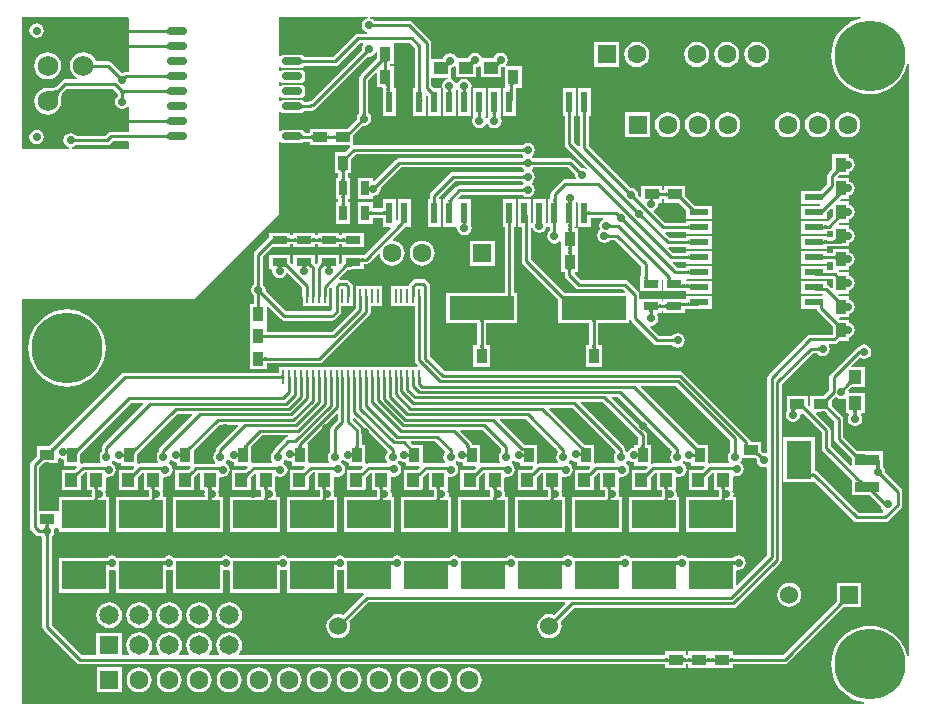
<source format=gtl>
G04*
G04 #@! TF.GenerationSoftware,Altium Limited,Altium Designer,18.1.9 (240)*
G04*
G04 Layer_Physical_Order=1*
G04 Layer_Color=255*
%FSLAX44Y44*%
%MOMM*%
G71*
G01*
G75*
%ADD10C,0.2500*%
%ADD14C,0.2540*%
%ADD15R,0.6000X1.8000*%
%ADD16R,1.3000X0.9000*%
%ADD17R,0.9000X1.3000*%
%ADD18R,1.1000X1.2000*%
%ADD19R,3.7000X2.4500*%
%ADD20R,2.1500X0.9500*%
%ADD21R,2.1500X3.2500*%
%ADD22R,1.3000X0.7000*%
%ADD23R,0.7000X1.3000*%
%ADD24R,1.6500X0.6000*%
%ADD25R,1.2000X1.1000*%
%ADD26R,0.2500X1.2500*%
%ADD27R,5.5000X2.0000*%
G04:AMPARAMS|DCode=28|XSize=0.6mm|YSize=1.65mm|CornerRadius=0.15mm|HoleSize=0mm|Usage=FLASHONLY|Rotation=270.000|XOffset=0mm|YOffset=0mm|HoleType=Round|Shape=RoundedRectangle|*
%AMROUNDEDRECTD28*
21,1,0.6000,1.3500,0,0,270.0*
21,1,0.3000,1.6500,0,0,270.0*
1,1,0.3000,-0.6750,-0.1500*
1,1,0.3000,-0.6750,0.1500*
1,1,0.3000,0.6750,0.1500*
1,1,0.3000,0.6750,-0.1500*
%
%ADD28ROUNDEDRECTD28*%
%ADD54C,6.0000*%
%ADD55C,1.6000*%
%ADD56R,1.6000X1.6000*%
%ADD57C,1.6500*%
%ADD58R,1.6500X1.6500*%
%ADD59C,1.5240*%
%ADD60R,1.5240X1.5240*%
%ADD61C,1.7500*%
%ADD62C,0.8000*%
%ADD63C,0.6000*%
%ADD64C,0.7000*%
G36*
X221709Y555659D02*
X221831Y555577D01*
X221971Y555505D01*
X222130Y555443D01*
X222307Y555390D01*
X222504Y555347D01*
X222718Y555313D01*
X222951Y555289D01*
X223473Y555270D01*
Y552730D01*
X223203Y552725D01*
X222718Y552687D01*
X222504Y552653D01*
X222307Y552610D01*
X222130Y552557D01*
X221971Y552495D01*
X221831Y552423D01*
X221709Y552341D01*
X221605Y552250D01*
Y555750D01*
X221709Y555659D01*
D02*
G37*
G36*
X49676Y546467D02*
X49647Y546701D01*
X49559Y546911D01*
X49413Y547096D01*
X49208Y547256D01*
X48945Y547392D01*
X48623Y547503D01*
X48243Y547589D01*
X47804Y547651D01*
X47307Y547688D01*
X46752Y547700D01*
Y550200D01*
X47307Y550212D01*
X48243Y550311D01*
X48623Y550397D01*
X48945Y550508D01*
X49208Y550644D01*
X49413Y550804D01*
X49559Y550989D01*
X49647Y551199D01*
X49676Y551433D01*
Y546467D01*
D02*
G37*
G36*
Y533767D02*
X49647Y534001D01*
X49559Y534211D01*
X49413Y534396D01*
X49208Y534556D01*
X48945Y534692D01*
X48623Y534803D01*
X48243Y534889D01*
X47804Y534951D01*
X47307Y534988D01*
X46752Y535000D01*
Y537500D01*
X47307Y537512D01*
X48243Y537611D01*
X48623Y537697D01*
X48945Y537808D01*
X49208Y537944D01*
X49413Y538104D01*
X49559Y538289D01*
X49647Y538499D01*
X49676Y538733D01*
Y533767D01*
D02*
G37*
G36*
X219795Y531320D02*
X219657Y531311D01*
X219513Y531283D01*
X219363Y531235D01*
X219207Y531166D01*
X219044Y531078D01*
X218875Y530970D01*
X218699Y530842D01*
X218517Y530694D01*
X218135Y530339D01*
X216339Y532135D01*
X216526Y532329D01*
X216842Y532699D01*
X216970Y532875D01*
X217078Y533044D01*
X217166Y533207D01*
X217234Y533363D01*
X217283Y533513D01*
X217311Y533657D01*
X217320Y533795D01*
X219795Y531320D01*
D02*
G37*
G36*
X226793Y531408D02*
Y526245D01*
X226306Y525674D01*
X212837Y512205D01*
X211999Y510951D01*
X211705Y509472D01*
Y479914D01*
X211214Y479586D01*
X209879Y477588D01*
X209411Y475232D01*
X209526Y474653D01*
X201413Y466540D01*
X188710D01*
Y466540D01*
X187790D01*
Y466540D01*
X169710D01*
Y463364D01*
X165397D01*
X164663Y464463D01*
X163326Y465356D01*
X161750Y465669D01*
X148250D01*
X146674Y465356D01*
X145337Y464463D01*
X145270Y464361D01*
X144000Y464747D01*
X144000Y480753D01*
X145270Y481138D01*
X145337Y481037D01*
X146674Y480144D01*
X148250Y479831D01*
X161750D01*
X163326Y480144D01*
X164663Y481037D01*
X164999Y481540D01*
X165237Y481565D01*
X170075D01*
X171562Y481861D01*
X172379Y482407D01*
X173757Y482681D01*
X175017Y483523D01*
X219265Y527772D01*
X219820Y527662D01*
X222177Y528130D01*
X224174Y529465D01*
X225509Y531463D01*
X225523Y531533D01*
X226793Y531408D01*
D02*
G37*
G36*
X219368Y560068D02*
X217463Y559690D01*
X215465Y558355D01*
X214130Y556357D01*
X213661Y554000D01*
X214130Y551643D01*
X215465Y549645D01*
X217463Y548311D01*
X218246Y548155D01*
X218121Y546885D01*
X210575D01*
X209089Y546589D01*
X207828Y545747D01*
X189516Y527435D01*
X165148D01*
X165009Y527445D01*
X164663Y527963D01*
X163326Y528856D01*
X161750Y529169D01*
X148250D01*
X146674Y528856D01*
X145337Y527963D01*
X145270Y527862D01*
X144000Y528247D01*
Y561338D01*
X219243Y561338D01*
X219368Y560068D01*
D02*
G37*
G36*
X309987Y523219D02*
X309551Y522770D01*
X309383Y522578D01*
X309718Y522241D01*
X309575Y522232D01*
X309426Y522205D01*
X309272Y522157D01*
X309112Y522089D01*
X308947Y522002D01*
X308810Y521916D01*
X308583Y521614D01*
X308375Y521292D01*
X308224Y521001D01*
X308129Y520743D01*
X308092Y520516D01*
X308112Y520322D01*
X308189Y520159D01*
X305658Y523689D01*
X305784Y523575D01*
X305950Y523526D01*
X306155Y523542D01*
X306401Y523624D01*
X306687Y523771D01*
X307013Y523983D01*
X307033Y523998D01*
X307096Y524117D01*
X307164Y524277D01*
X307213Y524431D01*
X307241Y524580D01*
X307250Y524722D01*
X307555Y524416D01*
X308233Y525013D01*
X308720Y525487D01*
X309987Y523219D01*
D02*
G37*
G36*
X330987Y522612D02*
X330970Y522594D01*
X331323Y522240D01*
X331180Y522232D01*
X331031Y522204D01*
X330877Y522156D01*
X330718Y522088D01*
X330552Y522000D01*
X330381Y521893D01*
X330243Y521793D01*
X329821Y521289D01*
X329551Y520898D01*
X329342Y520532D01*
X329192Y520191D01*
X329101Y519875D01*
X329071Y519584D01*
X329100Y519318D01*
X329189Y519076D01*
X326791Y523689D01*
X326934Y523501D01*
X327123Y523395D01*
X327359Y523371D01*
X327642Y523428D01*
X327972Y523567D01*
X328349Y523788D01*
X328631Y523988D01*
X328695Y524110D01*
X328763Y524270D01*
X328811Y524424D01*
X328839Y524572D01*
X328848Y524715D01*
X329159Y524404D01*
X329244Y524474D01*
X330327Y525487D01*
X330987Y522612D01*
D02*
G37*
G36*
X288737Y522751D02*
X288305Y522305D01*
X288163Y522141D01*
X288499Y521805D01*
X288356Y521797D01*
X288208Y521768D01*
X288053Y521720D01*
X287894Y521652D01*
X287728Y521565D01*
X287589Y521477D01*
X287345Y521149D01*
X287137Y520823D01*
X286986Y520527D01*
X286890Y520261D01*
X286850Y520025D01*
X286867Y519818D01*
X286939Y519642D01*
X285191Y522455D01*
X285049Y522597D01*
X285081Y522631D01*
X284580Y523439D01*
X284701Y523311D01*
X284863Y523250D01*
X285066Y523257D01*
X285310Y523331D01*
X285596Y523472D01*
X285850Y523635D01*
X285871Y523675D01*
X285939Y523834D01*
X285987Y523989D01*
X286016Y524137D01*
X286024Y524280D01*
X286321Y523983D01*
X286699Y524300D01*
X287640Y525189D01*
X288737Y522751D01*
D02*
G37*
G36*
X233256Y523654D02*
X236333D01*
X236096Y523629D01*
X235883Y523553D01*
X235696Y523426D01*
X235533Y523249D01*
X235396Y523022D01*
X235283Y522743D01*
X235196Y522414D01*
X235133Y522035D01*
X235096Y521604D01*
X235083Y521124D01*
X232583D01*
X232571Y521604D01*
X232533Y522035D01*
X232471Y522414D01*
X232383Y522743D01*
X232271Y523022D01*
X232133Y523249D01*
X231971Y523426D01*
X231801Y523541D01*
X231524Y523381D01*
X231122Y523101D01*
X230687Y522753D01*
X229720Y521856D01*
X227596Y523267D01*
X228110Y523798D01*
X228915Y524742D01*
X229206Y525155D01*
X229423Y525528D01*
X229566Y525862D01*
X229634Y526157D01*
X229629Y526411D01*
X229549Y526627D01*
X229394Y526802D01*
X233256Y523654D01*
D02*
G37*
G36*
X162827Y525835D02*
X162917Y525622D01*
X163066Y525434D01*
X163276Y525271D01*
X163545Y525133D01*
X163874Y525020D01*
X164263Y524933D01*
X164711Y524870D01*
X165220Y524832D01*
X165788Y524820D01*
Y522280D01*
X165220Y522267D01*
X164263Y522167D01*
X163874Y522080D01*
X163545Y521967D01*
X163276Y521829D01*
X163066Y521666D01*
X162917Y521478D01*
X162827Y521265D01*
X162797Y521027D01*
Y526073D01*
X162827Y525835D01*
D02*
G37*
G36*
X215245Y537845D02*
X214130Y536177D01*
X213661Y533820D01*
X213772Y533265D01*
X170603Y490096D01*
X169409Y489859D01*
X168624Y489335D01*
X165148D01*
X165009Y489345D01*
X164663Y489863D01*
X163326Y490756D01*
X161750Y491069D01*
X148250D01*
X146674Y490756D01*
X145337Y489863D01*
X145270Y489762D01*
X144000Y490147D01*
Y493453D01*
X145270Y493839D01*
X145337Y493737D01*
X146674Y492844D01*
X148250Y492531D01*
X161750D01*
X163326Y492844D01*
X164663Y493737D01*
X165556Y495074D01*
X165869Y496650D01*
Y499650D01*
X165556Y501226D01*
X164663Y502563D01*
X163326Y503456D01*
X161750Y503769D01*
X148250D01*
X146674Y503456D01*
X145337Y502563D01*
X145270Y502462D01*
X144000Y502847D01*
Y506153D01*
X145270Y506539D01*
X145337Y506437D01*
X146674Y505544D01*
X148250Y505231D01*
X161750D01*
X163326Y505544D01*
X164663Y506437D01*
X165556Y507774D01*
X165869Y509350D01*
Y512350D01*
X165556Y513926D01*
X164663Y515263D01*
X163326Y516156D01*
X161750Y516469D01*
X148250D01*
X146674Y516156D01*
X145337Y515263D01*
X145270Y515162D01*
X144000Y515547D01*
Y518853D01*
X145270Y519239D01*
X145337Y519137D01*
X146674Y518244D01*
X148250Y517931D01*
X161750D01*
X163326Y518244D01*
X164663Y519137D01*
X164999Y519640D01*
X165237Y519665D01*
X191125D01*
X192612Y519961D01*
X193872Y520803D01*
X212184Y539115D01*
X214761D01*
X215245Y537845D01*
D02*
G37*
G36*
X235096Y519088D02*
X235133Y518663D01*
X235196Y518288D01*
X235283Y517963D01*
X235396Y517688D01*
X235533Y517463D01*
X235696Y517288D01*
X235883Y517163D01*
X236096Y517088D01*
X236333Y517063D01*
X231333D01*
X231571Y517088D01*
X231783Y517163D01*
X231971Y517288D01*
X232133Y517463D01*
X232271Y517688D01*
X232383Y517963D01*
X232471Y518288D01*
X232533Y518663D01*
X232571Y519088D01*
X232583Y519563D01*
X235083D01*
X235096Y519088D01*
D02*
G37*
G36*
X17000Y560442D02*
X16981Y514714D01*
X13850D01*
X13850Y514714D01*
X12371Y514420D01*
X11755Y514008D01*
X11000Y514158D01*
X10422Y514043D01*
X1982Y522482D01*
X729Y523320D01*
X-750Y523614D01*
X-11380D01*
X-12138Y525444D01*
X-13948Y527802D01*
X-16306Y529612D01*
X-19053Y530749D01*
X-22000Y531137D01*
X-24947Y530749D01*
X-27694Y529612D01*
X-30052Y527802D01*
X-31862Y525444D01*
X-32999Y522697D01*
X-33387Y519750D01*
X-32999Y516803D01*
X-31862Y514056D01*
X-30052Y511698D01*
X-27694Y509888D01*
X-27081Y509634D01*
X-27333Y508364D01*
X-37250D01*
X-37250Y508364D01*
X-38729Y508070D01*
X-39982Y507232D01*
X-39983Y507232D01*
X-45033Y502182D01*
X-45036Y502180D01*
X-45294Y502018D01*
X-45680Y501838D01*
X-46200Y501656D01*
X-46850Y501487D01*
X-47624Y501341D01*
X-48493Y501228D01*
X-50680Y501096D01*
X-51646Y501091D01*
X-52000Y501137D01*
X-54947Y500749D01*
X-57694Y499612D01*
X-60052Y497802D01*
X-61862Y495444D01*
X-62999Y492697D01*
X-63387Y489750D01*
X-62999Y486803D01*
X-61862Y484056D01*
X-60052Y481698D01*
X-57694Y479888D01*
X-54947Y478751D01*
X-52000Y478363D01*
X-49053Y478751D01*
X-46306Y479888D01*
X-43948Y481698D01*
X-42138Y484056D01*
X-41001Y486803D01*
X-40613Y489750D01*
X-40659Y490104D01*
X-40654Y491069D01*
X-40522Y493257D01*
X-40409Y494126D01*
X-40263Y494900D01*
X-40094Y495550D01*
X-39912Y496069D01*
X-39732Y496456D01*
X-39570Y496714D01*
X-39568Y496717D01*
X-35649Y500636D01*
X3049D01*
X6424Y497261D01*
X6533Y497124D01*
X6683Y496904D01*
X6809Y496683D01*
X6913Y496457D01*
X6999Y496224D01*
X7067Y495979D01*
X7117Y495717D01*
X7136Y495543D01*
Y494182D01*
X6645Y493855D01*
X5311Y491857D01*
X4842Y489500D01*
X5311Y487143D01*
X6645Y485145D01*
X8643Y483811D01*
X11000Y483342D01*
X13357Y483811D01*
X15355Y485145D01*
X15700Y485662D01*
X16969Y485276D01*
X16961Y464114D01*
X1500D01*
X21Y463820D01*
X-1232Y462982D01*
X-3601Y460614D01*
X-28068D01*
X-28395Y461105D01*
X-30393Y462439D01*
X-32750Y462908D01*
X-35107Y462439D01*
X-37105Y461105D01*
X-38440Y459107D01*
X-38908Y456750D01*
X-38440Y454393D01*
X-37105Y452395D01*
X-35107Y451060D01*
X-33647Y450770D01*
X-33772Y449500D01*
X-73660D01*
X-73660Y561340D01*
X16102Y561340D01*
X17000Y560442D01*
D02*
G37*
G36*
X49676Y508367D02*
X49647Y508601D01*
X49559Y508811D01*
X49413Y508996D01*
X49208Y509156D01*
X48945Y509292D01*
X48623Y509403D01*
X48243Y509489D01*
X47804Y509551D01*
X47307Y509588D01*
X46752Y509600D01*
Y512100D01*
X47307Y512112D01*
X48243Y512211D01*
X48623Y512297D01*
X48945Y512408D01*
X49208Y512544D01*
X49413Y512704D01*
X49559Y512889D01*
X49647Y513099D01*
X49676Y513333D01*
Y508367D01*
D02*
G37*
G36*
X14476Y509708D02*
X14289Y509514D01*
X13975Y509144D01*
X13848Y508967D01*
X13740Y508796D01*
X13653Y508630D01*
X13585Y508470D01*
X13537Y508316D01*
X13508Y508168D01*
X13500Y508025D01*
X11025Y510500D01*
X11168Y510508D01*
X11316Y510537D01*
X11471Y510585D01*
X11630Y510653D01*
X11796Y510740D01*
X11967Y510848D01*
X12144Y510975D01*
X12326Y511122D01*
X12708Y511475D01*
X14476Y509708D01*
D02*
G37*
G36*
X9486Y511289D02*
X9856Y510975D01*
X10033Y510848D01*
X10204Y510740D01*
X10370Y510653D01*
X10530Y510585D01*
X10684Y510537D01*
X10832Y510508D01*
X10975Y510500D01*
X8500Y508025D01*
X8492Y508168D01*
X8463Y508316D01*
X8415Y508470D01*
X8347Y508630D01*
X8260Y508796D01*
X8152Y508967D01*
X8025Y509144D01*
X7878Y509326D01*
X7524Y509708D01*
X9292Y511475D01*
X9486Y511289D01*
D02*
G37*
G36*
X237951Y504129D02*
X237739Y504053D01*
X237551Y503926D01*
X237389Y503749D01*
X237251Y503521D01*
X237139Y503243D01*
X237051Y502914D01*
X236989Y502535D01*
X236951Y502104D01*
X236939Y501624D01*
X234439D01*
X234426Y502104D01*
X234389Y502535D01*
X234326Y502914D01*
X234239Y503243D01*
X234126Y503521D01*
X233989Y503749D01*
X233826Y503926D01*
X233639Y504053D01*
X233426Y504129D01*
X233189Y504154D01*
X238189D01*
X237951Y504129D01*
D02*
G37*
G36*
X342513Y504034D02*
X342300Y503957D01*
X342113Y503830D01*
X341950Y503652D01*
X341813Y503424D01*
X341700Y503146D01*
X341613Y502818D01*
X341550Y502439D01*
X341512Y502010D01*
X341500Y501530D01*
X339000D01*
X338988Y502006D01*
X338951Y502430D01*
X338890Y502805D01*
X338805Y503130D01*
X338695Y503405D01*
X338561Y503630D01*
X338402Y503806D01*
X338219Y503931D01*
X338012Y504006D01*
X337780Y504030D01*
X342750Y504061D01*
X342513Y504034D01*
D02*
G37*
G36*
X341503Y500244D02*
X341632Y498445D01*
X341673Y498320D01*
X341718Y498245D01*
X341769Y498219D01*
X337750D01*
X337988Y498245D01*
X338200Y498320D01*
X338387Y498445D01*
X338550Y498619D01*
X338688Y498844D01*
X338800Y499119D01*
X338887Y499445D01*
X338950Y499819D01*
X338988Y500244D01*
X339000Y500719D01*
X341500D01*
X341503Y500244D01*
D02*
G37*
G36*
X302355Y500858D02*
X302270Y500733D01*
X302195Y500590D01*
X302130Y500429D01*
X302075Y500250D01*
X302030Y500053D01*
X301997Y499851D01*
X302000Y499819D01*
X302062Y499445D01*
X302150Y499119D01*
X302262Y498844D01*
X302400Y498619D01*
X302563Y498445D01*
X302750Y498320D01*
X302962Y498245D01*
X303200Y498219D01*
X298200D01*
X298438Y498245D01*
X298650Y498320D01*
X298838Y498445D01*
X299000Y498619D01*
X299137Y498844D01*
X299250Y499119D01*
X299338Y499445D01*
X299400Y499819D01*
X299403Y499851D01*
X299370Y500053D01*
X299325Y500250D01*
X299270Y500429D01*
X299205Y500590D01*
X299130Y500733D01*
X299045Y500858D01*
X298950Y500965D01*
X302450D01*
X302355Y500858D01*
D02*
G37*
G36*
X289655D02*
X289570Y500733D01*
X289495Y500590D01*
X289430Y500429D01*
X289375Y500250D01*
X289330Y500053D01*
X289297Y499851D01*
X289300Y499819D01*
X289363Y499445D01*
X289450Y499119D01*
X289562Y498844D01*
X289700Y498619D01*
X289862Y498445D01*
X290050Y498320D01*
X290263Y498245D01*
X290500Y498219D01*
X285500D01*
X285737Y498245D01*
X285950Y498320D01*
X286138Y498445D01*
X286300Y498619D01*
X286437Y498844D01*
X286550Y499119D01*
X286637Y499445D01*
X286700Y499819D01*
X286703Y499851D01*
X286670Y500053D01*
X286625Y500250D01*
X286570Y500429D01*
X286505Y500590D01*
X286430Y500733D01*
X286345Y500858D01*
X286250Y500965D01*
X289750D01*
X289655Y500858D01*
D02*
G37*
G36*
X263883Y500277D02*
X263921Y499845D01*
X263984Y499464D01*
X264073Y499134D01*
X264188Y498854D01*
X264327Y498626D01*
X264492Y498448D01*
X264683Y498321D01*
X264899Y498245D01*
X265140Y498219D01*
X260060D01*
X260301Y498245D01*
X260517Y498321D01*
X260708Y498448D01*
X260873Y498626D01*
X261012Y498854D01*
X261127Y499134D01*
X261216Y499464D01*
X261279Y499845D01*
X261317Y500277D01*
X261330Y500760D01*
X263870D01*
X263883Y500277D01*
D02*
G37*
G36*
X236951Y500244D02*
X236989Y499819D01*
X237051Y499445D01*
X237139Y499119D01*
X237251Y498844D01*
X237389Y498619D01*
X237551Y498445D01*
X237739Y498320D01*
X237951Y498245D01*
X238189Y498219D01*
X234230D01*
X234270Y498245D01*
X234305Y498320D01*
X234337Y498445D01*
X234364Y498619D01*
X234405Y499119D01*
X234437Y500244D01*
X234439Y500719D01*
X236939D01*
X236951Y500244D01*
D02*
G37*
G36*
X49676Y495667D02*
X49647Y495901D01*
X49559Y496111D01*
X49413Y496296D01*
X49208Y496456D01*
X48945Y496592D01*
X48623Y496703D01*
X48243Y496789D01*
X47804Y496851D01*
X47307Y496888D01*
X46752Y496900D01*
Y499400D01*
X47307Y499412D01*
X48243Y499511D01*
X48623Y499597D01*
X48945Y499708D01*
X49208Y499844D01*
X49413Y500004D01*
X49559Y500189D01*
X49647Y500399D01*
X49676Y500633D01*
Y495667D01*
D02*
G37*
G36*
X10111Y500832D02*
X10486Y500531D01*
X10877Y500266D01*
X11281Y500036D01*
X11701Y499842D01*
X12135Y499683D01*
X12584Y499559D01*
X13047Y499471D01*
X13525Y499418D01*
X14018Y499400D01*
X14750Y496900D01*
X14275Y496875D01*
X13850Y496800D01*
X13475Y496675D01*
X13150Y496500D01*
X12875Y496275D01*
X12650Y496000D01*
X12475Y495675D01*
X12350Y495300D01*
X12275Y494875D01*
X12250Y494400D01*
X9750Y495132D01*
X9732Y495625D01*
X9679Y496103D01*
X9591Y496566D01*
X9467Y497015D01*
X9308Y497449D01*
X9114Y497869D01*
X8884Y498274D01*
X8619Y498664D01*
X8318Y499039D01*
X7982Y499400D01*
X9750Y501168D01*
X10111Y500832D01*
D02*
G37*
G36*
X12255Y492896D02*
X12295Y492412D01*
X12330Y492197D01*
X12375Y492000D01*
X12430Y491821D01*
X12495Y491660D01*
X12570Y491517D01*
X12655Y491392D01*
X12750Y491285D01*
X9250D01*
X9345Y491392D01*
X9430Y491517D01*
X9505Y491660D01*
X9570Y491821D01*
X9625Y492000D01*
X9670Y492197D01*
X9705Y492412D01*
X9730Y492645D01*
X9750Y493165D01*
X12250D01*
X12255Y492896D01*
D02*
G37*
G36*
X-41280Y498702D02*
X-41667Y498247D01*
X-42011Y497695D01*
X-42314Y497048D01*
X-42574Y496305D01*
X-42792Y495467D01*
X-42968Y494532D01*
X-43102Y493502D01*
X-43243Y491155D01*
X-43250Y489837D01*
X-51912Y498500D01*
X-50595Y498507D01*
X-48248Y498648D01*
X-47218Y498782D01*
X-46283Y498958D01*
X-45445Y499176D01*
X-44702Y499436D01*
X-44055Y499739D01*
X-43503Y500083D01*
X-43048Y500470D01*
X-41280Y498702D01*
D02*
G37*
G36*
X162827Y487735D02*
X162917Y487522D01*
X163066Y487334D01*
X163276Y487171D01*
X163545Y487033D01*
X163874Y486921D01*
X164263Y486833D01*
X164711Y486770D01*
X165220Y486732D01*
X165788Y486720D01*
Y484180D01*
X165220Y484168D01*
X164263Y484067D01*
X163874Y483979D01*
X163545Y483867D01*
X163276Y483729D01*
X163066Y483566D01*
X162917Y483378D01*
X162827Y483165D01*
X162797Y482927D01*
Y487973D01*
X162827Y487735D01*
D02*
G37*
G36*
X404562Y480286D02*
X404350Y480210D01*
X404162Y480083D01*
X404000Y479906D01*
X403862Y479678D01*
X403750Y479400D01*
X403662Y479071D01*
X403600Y478691D01*
X403563Y478261D01*
X403550Y477780D01*
X401050D01*
X401037Y478261D01*
X401000Y478691D01*
X400938Y479071D01*
X400850Y479400D01*
X400737Y479678D01*
X400600Y479906D01*
X400438Y480083D01*
X400250Y480210D01*
X400037Y480286D01*
X399800Y480311D01*
X404800D01*
X404562Y480286D01*
D02*
G37*
G36*
X391862D02*
X391650Y480210D01*
X391463Y480083D01*
X391300Y479906D01*
X391162Y479678D01*
X391050Y479400D01*
X390962Y479071D01*
X390900Y478691D01*
X390863Y478261D01*
X390850Y477780D01*
X388350D01*
X388338Y478261D01*
X388300Y478691D01*
X388237Y479071D01*
X388150Y479400D01*
X388037Y479678D01*
X387900Y479906D01*
X387738Y480083D01*
X387550Y480210D01*
X387337Y480286D01*
X387100Y480311D01*
X392100D01*
X391862Y480286D01*
D02*
G37*
G36*
X636639Y560071D02*
X633773Y559383D01*
X629041Y557423D01*
X624674Y554747D01*
X620780Y551420D01*
X617453Y547526D01*
X614777Y543158D01*
X612817Y538427D01*
X611621Y533446D01*
X611219Y528340D01*
X611621Y523234D01*
X612817Y518254D01*
X614777Y513521D01*
X617453Y509154D01*
X620780Y505260D01*
X624674Y501933D01*
X629041Y499257D01*
X633773Y497297D01*
X638754Y496101D01*
X643860Y495699D01*
X648966Y496101D01*
X653947Y497297D01*
X658679Y499257D01*
X663046Y501933D01*
X666940Y505260D01*
X670267Y509154D01*
X672943Y513521D01*
X674903Y518254D01*
X675640Y521323D01*
X676910Y521173D01*
Y20393D01*
X675640Y20243D01*
X674903Y23312D01*
X672943Y28044D01*
X670267Y32411D01*
X666940Y36306D01*
X663046Y39633D01*
X658679Y42309D01*
X653947Y44269D01*
X648966Y45465D01*
X643860Y45866D01*
X638754Y45465D01*
X633773Y44269D01*
X629041Y42309D01*
X624674Y39633D01*
X620780Y36306D01*
X617453Y32411D01*
X614777Y28044D01*
X612817Y23312D01*
X611621Y18332D01*
X611219Y13226D01*
X611621Y8120D01*
X612817Y3139D01*
X614777Y-1593D01*
X617453Y-5960D01*
X620780Y-9855D01*
X624674Y-13181D01*
X629041Y-15857D01*
X633773Y-17817D01*
X638754Y-19013D01*
X639188Y-19047D01*
X639138Y-20317D01*
X-72779Y-20320D01*
X-73677Y-19422D01*
X-73644Y322489D01*
X71916Y322489D01*
X144000Y394572D01*
Y455353D01*
X145270Y455738D01*
X145337Y455637D01*
X146674Y454744D01*
X148250Y454431D01*
X161750D01*
X163326Y454744D01*
X163998Y455193D01*
X164014Y455198D01*
X164056Y455232D01*
X164583Y455584D01*
X164730Y455607D01*
X165109Y455636D01*
X169710D01*
Y452460D01*
X187790D01*
Y452460D01*
X188710D01*
Y452460D01*
X203494D01*
X203709Y452159D01*
X203975Y451190D01*
X199575Y446790D01*
X190960D01*
Y428710D01*
X194136D01*
Y425040D01*
X191960D01*
Y406960D01*
X194136D01*
Y404290D01*
X191960D01*
Y386210D01*
X204040D01*
Y404290D01*
X201864D01*
Y406960D01*
X204040D01*
Y425040D01*
X201864D01*
Y428710D01*
X205040D01*
Y441325D01*
X208555Y444840D01*
X349682D01*
X350009Y444350D01*
X350716Y443878D01*
Y442608D01*
X350009Y442136D01*
X349682Y441646D01*
X245574D01*
X245574Y441646D01*
X244095Y441352D01*
X242842Y440514D01*
X224353Y422025D01*
X223775Y422140D01*
X223040Y422743D01*
Y425040D01*
X210960D01*
Y406960D01*
X223040D01*
Y409221D01*
X223775Y409824D01*
X226131Y410292D01*
X228129Y411627D01*
X229464Y413625D01*
X229933Y415982D01*
X229818Y416560D01*
X247175Y433917D01*
X349682D01*
X350009Y433427D01*
X351166Y432654D01*
Y431127D01*
X350009Y430355D01*
X349696Y429885D01*
X291400D01*
X289913Y429589D01*
X288653Y428747D01*
X272553Y412647D01*
X271711Y411387D01*
X271415Y409900D01*
Y406790D01*
X269760D01*
Y383710D01*
X280840D01*
Y406790D01*
X279185D01*
Y408291D01*
X293009Y422115D01*
X349696D01*
X350009Y421645D01*
X350903Y421048D01*
Y419778D01*
X349895Y419105D01*
X349581Y418635D01*
X296500D01*
X295013Y418339D01*
X293753Y417497D01*
X285575Y409319D01*
X284733Y408059D01*
X284481Y406790D01*
X282460D01*
Y383710D01*
X293468D01*
X293824Y383648D01*
X294543Y382601D01*
X294530Y382535D01*
X294998Y380179D01*
X296333Y378181D01*
X298331Y376846D01*
X300688Y376377D01*
X303045Y376846D01*
X305043Y378181D01*
X306378Y380179D01*
X306846Y382535D01*
X306378Y384892D01*
X306240Y385098D01*
Y406790D01*
X295830D01*
X295304Y408060D01*
X298109Y410865D01*
X349581D01*
X349895Y410395D01*
X351893Y409060D01*
X354250Y408592D01*
X356607Y409060D01*
X358605Y410395D01*
X359939Y412393D01*
X360408Y414750D01*
X359939Y417107D01*
X358605Y419105D01*
X357711Y419702D01*
Y420972D01*
X358719Y421645D01*
X360054Y423643D01*
X360522Y426000D01*
X360054Y428357D01*
X358719Y430355D01*
X357563Y431127D01*
Y432654D01*
X358719Y433427D01*
X359046Y433917D01*
X388368D01*
X394457Y427828D01*
X394342Y427250D01*
X394810Y424893D01*
X394917Y424734D01*
X394318Y423614D01*
X386000D01*
X384521Y423320D01*
X383268Y422482D01*
X374518Y413732D01*
X373680Y412479D01*
X373386Y411000D01*
Y406790D01*
X371360D01*
Y386987D01*
X370090Y386646D01*
X369740Y387251D01*
Y406790D01*
X358660D01*
Y387095D01*
X358384Y386552D01*
X357114Y386855D01*
Y393500D01*
X357040Y393873D01*
Y406790D01*
X345960D01*
Y393873D01*
X345886Y393500D01*
X345960Y393127D01*
Y383710D01*
X349386D01*
Y354602D01*
X349680Y353124D01*
X350518Y351870D01*
X380210Y322177D01*
Y302460D01*
X406386D01*
Y283290D01*
X403495D01*
Y265210D01*
X417575D01*
Y283290D01*
X414114D01*
Y302460D01*
X440290D01*
Y304348D01*
X441464Y304583D01*
X441560Y304563D01*
X442368Y303354D01*
X461163Y284559D01*
X461163Y284559D01*
X462417Y283721D01*
X463895Y283427D01*
X476555D01*
X476883Y282937D01*
X478881Y281602D01*
X481238Y281133D01*
X483595Y281602D01*
X485592Y282937D01*
X486927Y284935D01*
X487396Y287291D01*
X486927Y289648D01*
X485592Y291646D01*
X483595Y292981D01*
X481238Y293450D01*
X478881Y292981D01*
X476883Y291646D01*
X476555Y291155D01*
X465496D01*
X457961Y298690D01*
X458560Y299811D01*
X458754Y299772D01*
X461110Y300241D01*
X463108Y301576D01*
X464443Y303574D01*
X464912Y305930D01*
X464443Y308287D01*
X463840Y309190D01*
X464519Y310460D01*
X467790D01*
Y312636D01*
X469300D01*
Y310460D01*
X487380D01*
Y313601D01*
X488460Y314060D01*
X488460Y314060D01*
Y314060D01*
X488460Y314060D01*
X490933D01*
X491031Y314041D01*
X491092Y314053D01*
X491154Y314044D01*
X491220Y314060D01*
X510040D01*
Y325140D01*
X488460D01*
Y322999D01*
X487380Y322540D01*
Y322540D01*
X484921D01*
X484827Y322559D01*
X484727Y322540D01*
X469300D01*
Y320364D01*
X467790D01*
Y322540D01*
X449710D01*
X448965Y323501D01*
Y326150D01*
X448965Y326150D01*
X448671Y327629D01*
X447833Y328882D01*
X447833Y328882D01*
X439369Y337347D01*
X438115Y338184D01*
X436636Y338479D01*
X399363D01*
X394152Y343690D01*
X394678Y344960D01*
X396790D01*
Y363040D01*
X396790D01*
Y364210D01*
X396790D01*
Y382290D01*
X393614D01*
Y383710D01*
X395140D01*
Y404277D01*
X395490Y404631D01*
X396760Y404109D01*
Y383710D01*
X407840D01*
Y391386D01*
X417934D01*
X418535Y390209D01*
X418521Y390116D01*
X416595Y388829D01*
X415260Y386831D01*
X414791Y384474D01*
X415260Y382117D01*
X415928Y381117D01*
X414926Y380447D01*
X413591Y378449D01*
X413122Y376092D01*
X413591Y373736D01*
X414926Y371738D01*
X416924Y370403D01*
X419280Y369934D01*
X421637Y370403D01*
X423635Y371738D01*
X423963Y372228D01*
X428174D01*
X450295Y350106D01*
Y341540D01*
X449710D01*
Y339081D01*
X449691Y338988D01*
X449710Y338887D01*
Y329460D01*
X467790D01*
Y338681D01*
X469060Y339360D01*
X469300Y339200D01*
Y339081D01*
X469281Y338988D01*
X469300Y338888D01*
Y329460D01*
X484728D01*
X484828Y329441D01*
X484921Y329460D01*
X485108D01*
X485118Y329459D01*
X485121Y329460D01*
X487380D01*
X487380Y329460D01*
Y329460D01*
X487380Y329460D01*
X488460Y329001D01*
Y326760D01*
X510040D01*
Y337840D01*
X491244D01*
X491189Y337854D01*
X491110Y337844D01*
X491031Y337859D01*
X490933Y337840D01*
X488460D01*
X488460Y337840D01*
X488312Y338435D01*
X489398Y339460D01*
X510040D01*
Y350540D01*
X488460D01*
Y348864D01*
X480851D01*
X477052Y352662D01*
X477538Y353836D01*
X488460D01*
Y352160D01*
X510040D01*
Y363240D01*
X488460D01*
Y361564D01*
X477204D01*
X473503Y365266D01*
X474029Y366536D01*
X488460D01*
Y364860D01*
X510040D01*
Y375940D01*
X488460D01*
Y374264D01*
X474660D01*
X470862Y378062D01*
X471348Y379236D01*
X488460D01*
Y377560D01*
X510040D01*
Y388640D01*
X488460D01*
Y386964D01*
X470865D01*
X461390Y396438D01*
X461671Y397954D01*
X463108Y398914D01*
X464443Y400912D01*
X464912Y403268D01*
X465479Y403960D01*
X468290D01*
Y407136D01*
X469680D01*
Y403960D01*
X482295D01*
X488460Y397795D01*
Y390260D01*
X510040D01*
Y401340D01*
X497873D01*
X497500Y401414D01*
X495771D01*
X487760Y409425D01*
Y418040D01*
X469680D01*
Y414864D01*
X468290D01*
Y418040D01*
X450210D01*
Y409278D01*
X449037Y408792D01*
X447888Y409940D01*
X448002Y410511D01*
X447533Y412868D01*
X446198Y414866D01*
X444200Y416201D01*
X441844Y416670D01*
X441273Y416556D01*
X406164Y451665D01*
Y477710D01*
X407840D01*
Y500790D01*
X396760D01*
Y477710D01*
X398436D01*
Y452148D01*
X397262Y451662D01*
X393464Y455460D01*
Y477710D01*
X395140D01*
Y500790D01*
X384060D01*
Y477710D01*
X385736D01*
Y453859D01*
X386030Y452381D01*
X386868Y451127D01*
X404879Y433116D01*
X404069Y432129D01*
X402857Y432939D01*
X400500Y433408D01*
X399922Y433293D01*
X392701Y440514D01*
X391447Y441352D01*
X389969Y441646D01*
X359046D01*
X358719Y442136D01*
X358012Y442608D01*
Y443878D01*
X358719Y444350D01*
X360054Y446348D01*
X360522Y448704D01*
X360054Y451061D01*
X358719Y453059D01*
X356721Y454394D01*
X354364Y454863D01*
X352007Y454394D01*
X350009Y453059D01*
X349682Y452569D01*
X207633D01*
X206954Y452569D01*
X206790Y452704D01*
X206790Y453580D01*
Y460988D01*
X214991Y469188D01*
X215569Y469073D01*
X217926Y469542D01*
X219924Y470877D01*
X221259Y472875D01*
X221727Y475232D01*
X221259Y477588D01*
X219924Y479586D01*
X219433Y479914D01*
Y507872D01*
X225620Y514058D01*
X226793Y513572D01*
Y501553D01*
X230706D01*
X231660Y500790D01*
Y498316D01*
X231641Y498219D01*
X231660Y498122D01*
Y477710D01*
X242740D01*
Y500790D01*
X241827D01*
X240873Y501553D01*
Y519633D01*
X237698D01*
Y521053D01*
X240873D01*
Y539115D01*
X254391D01*
X258715Y534791D01*
Y500790D01*
X257060D01*
Y477710D01*
X268140D01*
Y490476D01*
X268252Y491037D01*
X268140Y491600D01*
Y493917D01*
X269410Y494570D01*
X269760Y494319D01*
Y477710D01*
X280840D01*
Y500790D01*
X275020D01*
X272885Y502925D01*
Y509960D01*
X286777D01*
X286902Y508690D01*
X285643Y508439D01*
X283645Y507105D01*
X282311Y505107D01*
X281842Y502750D01*
X282311Y500393D01*
X282460Y500169D01*
Y477710D01*
X293540D01*
Y499112D01*
X294810Y499622D01*
X295160Y499256D01*
Y477710D01*
X306240D01*
Y500169D01*
X306390Y500393D01*
X306858Y502750D01*
X306390Y505107D01*
X305055Y507105D01*
X303057Y508439D01*
X300700Y508908D01*
X298343Y508439D01*
X296345Y507105D01*
X295011Y505107D01*
X294998Y505041D01*
X293703D01*
X293690Y505107D01*
X292355Y507105D01*
X290357Y508439D01*
X289098Y508690D01*
X289223Y509960D01*
X289540D01*
Y518349D01*
X290881Y518615D01*
X292440Y519657D01*
X293710Y519083D01*
Y510210D01*
X310790D01*
Y518789D01*
X312107Y519051D01*
X313440Y519942D01*
X314710Y519263D01*
Y510210D01*
X331790D01*
Y518670D01*
X333704Y519051D01*
X333940Y519208D01*
X335210Y518529D01*
Y504322D01*
X335206Y504308D01*
X335210Y504259D01*
Y504114D01*
X335191Y504015D01*
X335210Y503921D01*
Y501460D01*
X334217Y500790D01*
X333260D01*
Y477710D01*
X344340D01*
Y498006D01*
X344354Y498061D01*
X344344Y498140D01*
X344359Y498219D01*
X344340Y498316D01*
Y500790D01*
X345332Y501460D01*
X349290D01*
Y519540D01*
X336549D01*
X335986Y520810D01*
X337037Y522384D01*
X337506Y524740D01*
X337037Y527097D01*
X335702Y529095D01*
X333704Y530430D01*
X331348Y530899D01*
X328991Y530430D01*
X326993Y529095D01*
X325658Y527097D01*
X325498Y526290D01*
X315600D01*
X315440Y527097D01*
X314105Y529095D01*
X312107Y530430D01*
X309750Y530899D01*
X307393Y530430D01*
X305395Y529095D01*
X304060Y527097D01*
X303900Y526290D01*
X294287D01*
X294214Y526662D01*
X292878Y528660D01*
X290881Y529995D01*
X288524Y530463D01*
X286167Y529995D01*
X284169Y528660D01*
X282834Y526662D01*
X282711Y526040D01*
X272885D01*
Y539000D01*
X272589Y540487D01*
X271747Y541747D01*
X256747Y556747D01*
X255487Y557589D01*
X254000Y557885D01*
X224489D01*
X224174Y558355D01*
X222177Y559690D01*
X220272Y560068D01*
X220397Y561339D01*
X636489Y561341D01*
X636639Y560071D01*
D02*
G37*
G36*
X216824Y478628D02*
X216864Y478144D01*
X216899Y477929D01*
X216944Y477732D01*
X216999Y477553D01*
X217064Y477392D01*
X217139Y477249D01*
X217224Y477124D01*
X217319Y477017D01*
X213819D01*
X213914Y477124D01*
X213999Y477249D01*
X214074Y477392D01*
X214139Y477553D01*
X214194Y477732D01*
X214239Y477929D01*
X214274Y478144D01*
X214299Y478377D01*
X214319Y478897D01*
X216819D01*
X216824Y478628D01*
D02*
G37*
G36*
X215544Y472732D02*
X215401Y472723D01*
X215253Y472695D01*
X215099Y472647D01*
X214939Y472579D01*
X214773Y472491D01*
X214602Y472384D01*
X214426Y472257D01*
X214243Y472110D01*
X213861Y471756D01*
X212094Y473524D01*
X212280Y473718D01*
X212594Y474088D01*
X212721Y474265D01*
X212829Y474436D01*
X212916Y474601D01*
X212984Y474761D01*
X213032Y474915D01*
X213061Y475064D01*
X213069Y475207D01*
X215544Y472732D01*
D02*
G37*
G36*
X49676Y470267D02*
X49647Y470501D01*
X49559Y470711D01*
X49413Y470896D01*
X49208Y471056D01*
X48945Y471192D01*
X48623Y471303D01*
X48243Y471389D01*
X47804Y471451D01*
X47307Y471488D01*
X46752Y471500D01*
Y474000D01*
X47307Y474012D01*
X48243Y474111D01*
X48623Y474197D01*
X48945Y474308D01*
X49208Y474444D01*
X49413Y474604D01*
X49559Y474789D01*
X49647Y474999D01*
X49676Y475233D01*
Y470267D01*
D02*
G37*
G36*
X49542Y457767D02*
X49521Y458001D01*
X49443Y458211D01*
X49307Y458396D01*
X49114Y458556D01*
X48864Y458692D01*
X48556Y458803D01*
X48191Y458889D01*
X47769Y458951D01*
X47289Y458988D01*
X46752Y459000D01*
Y461500D01*
X47177Y461511D01*
X47572Y461544D01*
X47939Y461600D01*
X48277Y461678D01*
X48585Y461777D01*
X48864Y461899D01*
X49115Y462044D01*
X49336Y462210D01*
X49528Y462399D01*
X49690Y462609D01*
X49542Y457767D01*
D02*
G37*
G36*
X163139Y461758D02*
X163205Y461546D01*
X163328Y461360D01*
X163506Y461198D01*
X163740Y461061D01*
X164030Y460949D01*
X164375Y460862D01*
X164777Y460800D01*
X165235Y460762D01*
X165748Y460750D01*
X165689Y458250D01*
X165233Y458242D01*
X164433Y458182D01*
X164090Y458129D01*
X163783Y458060D01*
X163514Y457977D01*
X163282Y457878D01*
X163087Y457764D01*
X162930Y457635D01*
X162810Y457491D01*
X163129Y461994D01*
X163139Y461758D01*
D02*
G37*
G36*
X191280Y457000D02*
X191255Y457238D01*
X191180Y457450D01*
X191056Y457637D01*
X190881Y457800D01*
X190655Y457938D01*
X190380Y458050D01*
X190056Y458138D01*
X189681Y458200D01*
X189256Y458237D01*
X188780Y458250D01*
Y460750D01*
X189256Y460762D01*
X189681Y460800D01*
X190056Y460863D01*
X190380Y460950D01*
X190655Y461063D01*
X190881Y461200D01*
X191056Y461362D01*
X191180Y461550D01*
X191255Y461763D01*
X191280Y462000D01*
Y457000D01*
D02*
G37*
G36*
X185214Y461763D02*
X185290Y461550D01*
X185417Y461362D01*
X185594Y461200D01*
X185822Y461063D01*
X186100Y460950D01*
X186429Y460863D01*
X186808Y460800D01*
X187239Y460762D01*
X187719Y460750D01*
Y458250D01*
X187239Y458237D01*
X186808Y458200D01*
X186429Y458138D01*
X186100Y458050D01*
X185822Y457938D01*
X185594Y457800D01*
X185417Y457637D01*
X185290Y457450D01*
X185214Y457238D01*
X185189Y457000D01*
Y462000D01*
X185214Y461763D01*
D02*
G37*
G36*
X172281Y457000D02*
X172255Y457238D01*
X172181Y457450D01*
X172055Y457637D01*
X171880Y457800D01*
X171656Y457938D01*
X171381Y458050D01*
X171056Y458138D01*
X170681Y458200D01*
X170256Y458237D01*
X169781Y458250D01*
Y460750D01*
X170256Y460762D01*
X170681Y460800D01*
X171056Y460863D01*
X171381Y460950D01*
X171656Y461063D01*
X171880Y461200D01*
X172055Y461362D01*
X172181Y461550D01*
X172255Y461763D01*
X172281Y462000D01*
Y457000D01*
D02*
G37*
G36*
X-30858Y458405D02*
X-30733Y458320D01*
X-30590Y458245D01*
X-30429Y458180D01*
X-30250Y458125D01*
X-30053Y458080D01*
X-29838Y458045D01*
X-29605Y458020D01*
X-29085Y458000D01*
Y455500D01*
X-29354Y455495D01*
X-29838Y455455D01*
X-30053Y455420D01*
X-30250Y455375D01*
X-30429Y455320D01*
X-30590Y455255D01*
X-30733Y455180D01*
X-30858Y455095D01*
X-30965Y455000D01*
Y458500D01*
X-30858Y458405D01*
D02*
G37*
G36*
X16957Y455488D02*
X16955Y449500D01*
X-31728Y449500D01*
X-31853Y450770D01*
X-30393Y451060D01*
X-28395Y452395D01*
X-28068Y452886D01*
X-2000D01*
X-521Y453180D01*
X732Y454018D01*
X3101Y456386D01*
X16060D01*
X16957Y455488D01*
D02*
G37*
G36*
X352579Y446954D02*
X352472Y447049D01*
X352347Y447135D01*
X352204Y447210D01*
X352043Y447275D01*
X351864Y447329D01*
X351667Y447374D01*
X351452Y447410D01*
X351219Y447435D01*
X350699Y447454D01*
Y449954D01*
X350968Y449959D01*
X351452Y450000D01*
X351667Y450034D01*
X351864Y450079D01*
X352043Y450135D01*
X352204Y450200D01*
X352347Y450275D01*
X352472Y450359D01*
X352579Y450454D01*
Y446954D01*
D02*
G37*
G36*
X356256Y439436D02*
X356381Y439351D01*
X356525Y439276D01*
X356685Y439211D01*
X356864Y439156D01*
X357061Y439111D01*
X357276Y439076D01*
X357509Y439051D01*
X358029Y439031D01*
Y436531D01*
X357760Y436526D01*
X357276Y436487D01*
X357061Y436451D01*
X356864Y436406D01*
X356685Y436352D01*
X356525Y436287D01*
X356381Y436211D01*
X356256Y436127D01*
X356149Y436031D01*
Y439532D01*
X356256Y439436D01*
D02*
G37*
G36*
X352579Y436031D02*
X352472Y436127D01*
X352347Y436211D01*
X352204Y436287D01*
X352043Y436352D01*
X351864Y436406D01*
X351667Y436451D01*
X351452Y436487D01*
X351219Y436511D01*
X350699Y436531D01*
Y439031D01*
X350968Y439036D01*
X351452Y439076D01*
X351667Y439111D01*
X351864Y439156D01*
X352043Y439211D01*
X352204Y439276D01*
X352347Y439351D01*
X352472Y439436D01*
X352579Y439532D01*
Y436031D01*
D02*
G37*
G36*
X200263Y431286D02*
X200050Y431210D01*
X199862Y431083D01*
X199700Y430906D01*
X199562Y430678D01*
X199450Y430400D01*
X199363Y430071D01*
X199300Y429692D01*
X199263Y429261D01*
X199250Y428781D01*
X196750D01*
X196737Y429261D01*
X196700Y429692D01*
X196637Y430071D01*
X196550Y430400D01*
X196437Y430678D01*
X196300Y430906D01*
X196138Y431083D01*
X195950Y431210D01*
X195737Y431286D01*
X195500Y431311D01*
X200500D01*
X200263Y431286D01*
D02*
G37*
G36*
X398986Y430539D02*
X399356Y430225D01*
X399533Y430098D01*
X399704Y429990D01*
X399870Y429903D01*
X400029Y429835D01*
X400184Y429787D01*
X400332Y429758D01*
X400475Y429750D01*
X398000Y427275D01*
X397992Y427418D01*
X397963Y427566D01*
X397915Y427720D01*
X397847Y427880D01*
X397760Y428046D01*
X397652Y428217D01*
X397525Y428394D01*
X397378Y428576D01*
X397025Y428958D01*
X398792Y430726D01*
X398986Y430539D01*
D02*
G37*
G36*
X352579Y424250D02*
X352475Y424341D01*
X352353Y424423D01*
X352213Y424495D01*
X352054Y424557D01*
X351876Y424610D01*
X351680Y424653D01*
X351466Y424687D01*
X351233Y424711D01*
X350711Y424730D01*
Y427270D01*
X350981Y427275D01*
X351466Y427313D01*
X351680Y427347D01*
X351876Y427390D01*
X352054Y427443D01*
X352213Y427505D01*
X352353Y427577D01*
X352475Y427659D01*
X352579Y427750D01*
Y424250D01*
D02*
G37*
G36*
X199263Y424489D02*
X199300Y424058D01*
X199363Y423679D01*
X199450Y423350D01*
X199562Y423072D01*
X199700Y422844D01*
X199862Y422667D01*
X200050Y422540D01*
X200263Y422464D01*
X200500Y422439D01*
X195500D01*
X195737Y422464D01*
X195950Y422540D01*
X196138Y422667D01*
X196300Y422844D01*
X196437Y423072D01*
X196550Y423350D01*
X196637Y423679D01*
X196700Y424058D01*
X196737Y424489D01*
X196750Y424969D01*
X199250D01*
X199263Y424489D01*
D02*
G37*
G36*
X227250Y417690D02*
X227064Y417496D01*
X226750Y417126D01*
X226623Y416949D01*
X226515Y416778D01*
X226427Y416612D01*
X226360Y416452D01*
X226311Y416298D01*
X226283Y416150D01*
X226275Y416007D01*
X223800Y418482D01*
X223943Y418490D01*
X224091Y418518D01*
X224245Y418567D01*
X224405Y418634D01*
X224571Y418722D01*
X224742Y418830D01*
X224918Y418957D01*
X225101Y419104D01*
X225483Y419457D01*
X227250Y417690D01*
D02*
G37*
G36*
X220494Y418244D02*
X220569Y418032D01*
X220695Y417844D01*
X220870Y417682D01*
X221094Y417544D01*
X221369Y417432D01*
X221449Y417411D01*
X221453Y417412D01*
X221614Y417477D01*
X221757Y417552D01*
X221882Y417637D01*
X221989Y417732D01*
Y417295D01*
X222069Y417282D01*
X222495Y417244D01*
X222969Y417232D01*
Y414732D01*
X222495Y414719D01*
X222069Y414682D01*
X221989Y414669D01*
Y414232D01*
X221882Y414327D01*
X221757Y414412D01*
X221614Y414487D01*
X221453Y414552D01*
X221449Y414553D01*
X221369Y414532D01*
X221094Y414419D01*
X220870Y414282D01*
X220695Y414119D01*
X220569Y413932D01*
X220494Y413719D01*
X220469Y413482D01*
Y414718D01*
X220110Y414732D01*
Y417232D01*
X220379Y417237D01*
X220469Y417244D01*
Y418482D01*
X220494Y418244D01*
D02*
G37*
G36*
X352465Y413000D02*
X352361Y413091D01*
X352239Y413173D01*
X352099Y413245D01*
X351940Y413307D01*
X351762Y413360D01*
X351566Y413403D01*
X351352Y413437D01*
X351119Y413461D01*
X350597Y413480D01*
Y416020D01*
X350867Y416025D01*
X351352Y416063D01*
X351566Y416097D01*
X351762Y416140D01*
X351940Y416193D01*
X352099Y416255D01*
X352239Y416327D01*
X352361Y416409D01*
X352465Y416500D01*
Y413000D01*
D02*
G37*
G36*
X440337Y413802D02*
X440707Y413488D01*
X440884Y413360D01*
X441055Y413253D01*
X441220Y413165D01*
X441380Y413097D01*
X441534Y413049D01*
X441682Y413020D01*
X441825Y413011D01*
X439344Y410543D01*
X439336Y410686D01*
X439308Y410834D01*
X439260Y410989D01*
X439192Y411148D01*
X439105Y411314D01*
X438997Y411485D01*
X438870Y411662D01*
X438723Y411844D01*
X438370Y412226D01*
X440143Y413989D01*
X440337Y413802D01*
D02*
G37*
G36*
X472251Y408500D02*
X472225Y408737D01*
X472150Y408950D01*
X472025Y409137D01*
X471851Y409300D01*
X471626Y409437D01*
X471351Y409550D01*
X471026Y409637D01*
X470650Y409700D01*
X470225Y409738D01*
X469751Y409750D01*
Y412250D01*
X470225Y412262D01*
X470650Y412300D01*
X471026Y412363D01*
X471351Y412450D01*
X471626Y412562D01*
X471851Y412700D01*
X472025Y412863D01*
X472150Y413050D01*
X472225Y413262D01*
X472251Y413500D01*
Y408500D01*
D02*
G37*
G36*
X465714Y413262D02*
X465790Y413050D01*
X465917Y412863D01*
X466094Y412700D01*
X466322Y412562D01*
X466600Y412450D01*
X466929Y412363D01*
X467309Y412300D01*
X467739Y412262D01*
X468219Y412250D01*
Y409750D01*
X467739Y409738D01*
X467309Y409700D01*
X466929Y409637D01*
X466600Y409550D01*
X466322Y409437D01*
X466094Y409300D01*
X465917Y409137D01*
X465790Y408950D01*
X465714Y408737D01*
X465689Y408500D01*
Y413500D01*
X465714Y413262D01*
D02*
G37*
G36*
X444352Y410350D02*
X444381Y410202D01*
X444429Y410047D01*
X444497Y409888D01*
X444585Y409723D01*
X444693Y409552D01*
X444820Y409375D01*
X444967Y409192D01*
X445321Y408811D01*
X443559Y407038D01*
X443365Y407224D01*
X442994Y407538D01*
X442817Y407665D01*
X442646Y407772D01*
X442481Y407860D01*
X442321Y407928D01*
X442167Y407975D01*
X442018Y408003D01*
X441875Y408012D01*
X444344Y410493D01*
X444352Y410350D01*
D02*
G37*
G36*
X200263Y409536D02*
X200050Y409460D01*
X199862Y409333D01*
X199700Y409156D01*
X199562Y408928D01*
X199450Y408650D01*
X199363Y408321D01*
X199300Y407942D01*
X199263Y407511D01*
X199250Y407030D01*
X196750D01*
X196737Y407511D01*
X196700Y407942D01*
X196637Y408321D01*
X196550Y408650D01*
X196437Y408928D01*
X196300Y409156D01*
X196138Y409333D01*
X195950Y409460D01*
X195737Y409536D01*
X195500Y409561D01*
X200500D01*
X200263Y409536D01*
D02*
G37*
G36*
X378512Y406245D02*
X378550Y405820D01*
X378613Y405444D01*
X378700Y405120D01*
X378812Y404845D01*
X378950Y404619D01*
X379113Y404445D01*
X379300Y404319D01*
X379512Y404244D01*
X379750Y404220D01*
X374750D01*
X374987Y404244D01*
X375200Y404319D01*
X375387Y404445D01*
X375550Y404619D01*
X375687Y404845D01*
X375800Y405120D01*
X375887Y405444D01*
X375950Y405820D01*
X375988Y406245D01*
X376000Y406720D01*
X378500D01*
X378512Y406245D01*
D02*
G37*
G36*
X289603Y406125D02*
X289635Y405725D01*
X289690Y405372D01*
X289765Y405066D01*
X289863Y404808D01*
X289982Y404596D01*
X290123Y404431D01*
X290285Y404314D01*
X290469Y404243D01*
X290675Y404220D01*
X285970D01*
X286175Y404243D01*
X286359Y404314D01*
X286522Y404431D01*
X286662Y404596D01*
X286781Y404808D01*
X286879Y405066D01*
X286955Y405372D01*
X287009Y405725D01*
X287041Y406125D01*
X287052Y406572D01*
X289592D01*
X289603Y406125D01*
D02*
G37*
G36*
X276583Y406277D02*
X276621Y405845D01*
X276684Y405464D01*
X276773Y405134D01*
X276887Y404855D01*
X277027Y404626D01*
X277192Y404448D01*
X277383Y404321D01*
X277599Y404245D01*
X277840Y404220D01*
X272760D01*
X273001Y404245D01*
X273217Y404321D01*
X273408Y404448D01*
X273573Y404626D01*
X273713Y404855D01*
X273827Y405134D01*
X273916Y405464D01*
X273979Y405845D01*
X274017Y406277D01*
X274030Y406759D01*
X276570D01*
X276583Y406277D01*
D02*
G37*
G36*
X391049Y406245D02*
X391077Y405921D01*
X391536D01*
X391441Y405814D01*
X391356Y405689D01*
X391281Y405546D01*
X391216Y405385D01*
X391189Y405296D01*
X391236Y405120D01*
X391349Y404845D01*
X391486Y404619D01*
X391649Y404445D01*
X391836Y404319D01*
X392049Y404244D01*
X392286Y404220D01*
X391043D01*
X391036Y404041D01*
X388536D01*
X388533Y404220D01*
X387286D01*
X387524Y404244D01*
X387736Y404319D01*
X387924Y404445D01*
X388086Y404619D01*
X388224Y404845D01*
X388336Y405120D01*
X388384Y405296D01*
X388356Y405385D01*
X388291Y405546D01*
X388216Y405689D01*
X388131Y405814D01*
X388036Y405921D01*
X388495D01*
X388524Y406245D01*
X388536Y406720D01*
X391036D01*
X391049Y406245D01*
D02*
G37*
G36*
X460009Y406665D02*
X460017Y406561D01*
X461254D01*
X461016Y406536D01*
X460803Y406460D01*
X460616Y406333D01*
X460453Y406156D01*
X460316Y405928D01*
X460203Y405650D01*
X460186Y405584D01*
X460248Y405429D01*
X460323Y405286D01*
X460409Y405161D01*
X460504Y405054D01*
X460072D01*
X460053Y404941D01*
X460016Y404511D01*
X460003Y404030D01*
X457504D01*
X457491Y404511D01*
X457453Y404941D01*
X457435Y405054D01*
X457004D01*
X457099Y405161D01*
X457183Y405286D01*
X457258Y405429D01*
X457321Y405584D01*
X457304Y405650D01*
X457191Y405928D01*
X457053Y406156D01*
X456891Y406333D01*
X456703Y406460D01*
X456491Y406536D01*
X456254Y406561D01*
X457489D01*
X457504Y406934D01*
X460003D01*
X460009Y406665D01*
D02*
G37*
G36*
X199263Y403739D02*
X199300Y403308D01*
X199363Y402929D01*
X199450Y402600D01*
X199562Y402322D01*
X199700Y402094D01*
X199862Y401917D01*
X200050Y401790D01*
X200263Y401714D01*
X200500Y401689D01*
X195500D01*
X195737Y401714D01*
X195950Y401790D01*
X196138Y401917D01*
X196300Y402094D01*
X196437Y402322D01*
X196550Y402600D01*
X196637Y402929D01*
X196700Y403308D01*
X196737Y403739D01*
X196750Y404220D01*
X199250D01*
X199263Y403739D01*
D02*
G37*
G36*
X447628Y397603D02*
X448314Y397013D01*
X448461Y396909D01*
X448598Y396823D01*
X448726Y396755D01*
X448844Y396704D01*
X448952Y396671D01*
X445961Y394855D01*
X445984Y394997D01*
X445985Y395146D01*
X445963Y395300D01*
X445917Y395460D01*
X445848Y395625D01*
X445755Y395796D01*
X445639Y395974D01*
X445500Y396156D01*
X445338Y396345D01*
X445152Y396539D01*
X447432Y397795D01*
X447628Y397603D01*
D02*
G37*
G36*
X405264Y397513D02*
X405340Y397300D01*
X405467Y397113D01*
X405644Y396950D01*
X405872Y396813D01*
X406150Y396700D01*
X406479Y396613D01*
X406858Y396550D01*
X407289Y396512D01*
X407770Y396500D01*
Y394000D01*
X407289Y393988D01*
X406858Y393950D01*
X406479Y393887D01*
X406150Y393800D01*
X405872Y393688D01*
X405644Y393550D01*
X405467Y393387D01*
X405340Y393200D01*
X405264Y392988D01*
X405239Y392750D01*
Y397750D01*
X405264Y397513D01*
D02*
G37*
G36*
X450850Y394698D02*
X450901Y394580D01*
X450969Y394452D01*
X451055Y394315D01*
X451159Y394168D01*
X451419Y393844D01*
X451749Y393482D01*
X451941Y393286D01*
X450685Y391007D01*
X450491Y391192D01*
X450120Y391493D01*
X449942Y391609D01*
X449771Y391702D01*
X449605Y391771D01*
X449446Y391817D01*
X449292Y391839D01*
X449143Y391838D01*
X449001Y391814D01*
X450817Y394806D01*
X450850Y394698D01*
D02*
G37*
G36*
X431986Y394039D02*
X432356Y393725D01*
X432533Y393598D01*
X432704Y393490D01*
X432870Y393403D01*
X433030Y393335D01*
X433184Y393287D01*
X433332Y393258D01*
X433475Y393250D01*
X431000Y390775D01*
X430992Y390918D01*
X430963Y391066D01*
X430915Y391221D01*
X430847Y391380D01*
X430760Y391546D01*
X430652Y391717D01*
X430525Y391894D01*
X430378Y392076D01*
X430024Y392458D01*
X431792Y394225D01*
X431986Y394039D01*
D02*
G37*
G36*
X436008Y390582D02*
X436037Y390434D01*
X436085Y390280D01*
X436153Y390120D01*
X436240Y389954D01*
X436348Y389783D01*
X436475Y389606D01*
X436622Y389424D01*
X436976Y389042D01*
X435208Y387275D01*
X435014Y387461D01*
X434644Y387775D01*
X434467Y387902D01*
X434296Y388010D01*
X434130Y388097D01*
X433970Y388165D01*
X433816Y388213D01*
X433668Y388242D01*
X433525Y388250D01*
X436000Y390725D01*
X436008Y390582D01*
D02*
G37*
G36*
X365426Y387901D02*
X365478Y387418D01*
X365518Y387204D01*
X365568Y387008D01*
X365628Y386831D01*
X365697Y386671D01*
X365775Y386530D01*
X365863Y386408D01*
X365954Y386311D01*
X366019D01*
X365913Y386293D01*
X365820Y386239D01*
X365738Y386149D01*
X365669Y386023D01*
X365612Y385860D01*
X365566Y385662D01*
X365533Y385427D01*
X365512Y385156D01*
X365506Y384506D01*
X363007Y384443D01*
X362993Y384798D01*
X362933Y385396D01*
X362888Y385638D01*
X362833Y385844D01*
X362767Y386012D01*
X362692Y386143D01*
X362622Y386219D01*
X362462Y386215D01*
X362522Y386285D01*
X362510Y386292D01*
X362404Y386311D01*
X362543D01*
X362555Y386324D01*
X362636Y386451D01*
X362708Y386596D01*
X362769Y386759D01*
X362819Y386939D01*
X362859Y387137D01*
X362889Y387353D01*
X362908Y387586D01*
X362915Y388107D01*
X365414Y388170D01*
X365426Y387901D01*
D02*
G37*
G36*
X392012Y386286D02*
X391800Y386210D01*
X391613Y386083D01*
X391450Y385906D01*
X391312Y385678D01*
X391200Y385400D01*
X391113Y385071D01*
X391050Y384692D01*
X391012Y384261D01*
X391000Y383781D01*
X388500D01*
X388488Y384261D01*
X388450Y384692D01*
X388387Y385071D01*
X388300Y385400D01*
X388187Y385678D01*
X388050Y385906D01*
X387887Y386083D01*
X387700Y386210D01*
X387487Y386286D01*
X387250Y386311D01*
X392250D01*
X392012Y386286D01*
D02*
G37*
G36*
X379162D02*
X378950Y386210D01*
X378763Y386083D01*
X378600Y385906D01*
X378462Y385678D01*
X378350Y385400D01*
X378262Y385071D01*
X378200Y384692D01*
X378162Y384261D01*
X378150Y383781D01*
X375650D01*
X375638Y384261D01*
X375600Y384692D01*
X375537Y385071D01*
X375450Y385400D01*
X375337Y385678D01*
X375200Y385906D01*
X375037Y386083D01*
X374850Y386210D01*
X374637Y386286D01*
X374400Y386311D01*
X379400D01*
X379162Y386286D01*
D02*
G37*
G36*
X354469Y386281D02*
X354475Y386255D01*
X354481Y386180D01*
X354497Y385056D01*
X354500Y383781D01*
X352000D01*
X351987Y384259D01*
X351950Y384688D01*
X351888Y385067D01*
X351800Y385395D01*
X351688Y385673D01*
X351550Y385901D01*
X351387Y386079D01*
X351200Y386207D01*
X350988Y386284D01*
X350750Y386311D01*
X354469Y386281D01*
D02*
G37*
G36*
X302950Y386286D02*
X302738Y386210D01*
X302551Y386083D01*
X302388Y385906D01*
X302250Y385678D01*
X302138Y385400D01*
X302053Y385080D01*
X302063Y385036D01*
X302118Y384857D01*
X302183Y384696D01*
X302258Y384553D01*
X302343Y384428D01*
X302438Y384321D01*
X301956D01*
X301950Y384261D01*
X301938Y383781D01*
X299438D01*
X299426Y384261D01*
X299420Y384321D01*
X298938D01*
X299033Y384428D01*
X299118Y384553D01*
X299193Y384696D01*
X299258Y384857D01*
X299313Y385036D01*
X299323Y385080D01*
X299238Y385400D01*
X299125Y385678D01*
X298988Y385906D01*
X298825Y386083D01*
X298638Y386210D01*
X298426Y386286D01*
X298188Y386311D01*
X303188D01*
X302950Y386286D01*
D02*
G37*
G36*
X422841Y386129D02*
X422966Y386044D01*
X423110Y385969D01*
X423270Y385904D01*
X423449Y385849D01*
X423646Y385804D01*
X423861Y385769D01*
X424094Y385744D01*
X424614Y385724D01*
Y383224D01*
X424345Y383219D01*
X423861Y383179D01*
X423646Y383144D01*
X423449Y383099D01*
X423270Y383044D01*
X423110Y382979D01*
X422966Y382904D01*
X422841Y382819D01*
X422734Y382724D01*
Y386224D01*
X422841Y386129D01*
D02*
G37*
G36*
X491031Y380600D02*
X491006Y380838D01*
X490930Y381050D01*
X490806Y381237D01*
X490630Y381400D01*
X490406Y381538D01*
X490131Y381650D01*
X489805Y381738D01*
X489431Y381800D01*
X489006Y381838D01*
X488531Y381850D01*
Y384350D01*
X489006Y384362D01*
X489431Y384400D01*
X489805Y384463D01*
X490131Y384550D01*
X490406Y384663D01*
X490630Y384800D01*
X490806Y384963D01*
X490930Y385150D01*
X491006Y385363D01*
X491031Y385600D01*
Y380600D01*
D02*
G37*
G36*
X391012Y381739D02*
X391050Y381309D01*
X391113Y380929D01*
X391200Y380600D01*
X391312Y380322D01*
X391450Y380094D01*
X391613Y379917D01*
X391800Y379790D01*
X392012Y379714D01*
X392250Y379689D01*
X387250D01*
X387487Y379714D01*
X387700Y379790D01*
X387887Y379917D01*
X388050Y380094D01*
X388187Y380322D01*
X388300Y380600D01*
X388387Y380929D01*
X388450Y381309D01*
X388488Y381739D01*
X388500Y382220D01*
X391000D01*
X391012Y381739D01*
D02*
G37*
G36*
X373036Y380182D02*
X372545Y379855D01*
X371211Y377857D01*
X370742Y375500D01*
X371211Y373143D01*
X372545Y371145D01*
X374543Y369810D01*
X376900Y369342D01*
X379257Y369810D01*
X381255Y371145D01*
X381440Y371423D01*
X382710Y371038D01*
Y364210D01*
X382710D01*
Y363040D01*
X382710D01*
Y344960D01*
X385747D01*
Y342765D01*
X386041Y341287D01*
X386879Y340033D01*
X395030Y331882D01*
X395030Y331882D01*
X396284Y331044D01*
X397763Y330750D01*
X435036D01*
X437072Y328713D01*
X436586Y327540D01*
X385777D01*
X357114Y356203D01*
Y382911D01*
X358384Y383036D01*
X358567Y382117D01*
X359902Y380120D01*
X361900Y378785D01*
X364257Y378316D01*
X366613Y378785D01*
X368611Y380120D01*
X369946Y382117D01*
X370207Y383428D01*
X371360Y383710D01*
X371558Y383710D01*
X373036D01*
Y380182D01*
D02*
G37*
G36*
X378155Y378896D02*
X378195Y378412D01*
X378230Y378197D01*
X378275Y378000D01*
X378330Y377821D01*
X378395Y377660D01*
X378470Y377517D01*
X378555Y377392D01*
X378650Y377285D01*
X375150D01*
X375245Y377392D01*
X375330Y377517D01*
X375405Y377660D01*
X375470Y377821D01*
X375525Y378000D01*
X375570Y378197D01*
X375605Y378412D01*
X375630Y378645D01*
X375650Y379165D01*
X378150D01*
X378155Y378896D01*
D02*
G37*
G36*
X421173Y377747D02*
X421298Y377662D01*
X421441Y377587D01*
X421602Y377522D01*
X421781Y377467D01*
X421978Y377422D01*
X422193Y377387D01*
X422425Y377362D01*
X422945Y377342D01*
Y374842D01*
X422677Y374837D01*
X422193Y374797D01*
X421978Y374762D01*
X421781Y374717D01*
X421602Y374662D01*
X421441Y374597D01*
X421298Y374522D01*
X421173Y374437D01*
X421066Y374342D01*
Y377842D01*
X421173Y377747D01*
D02*
G37*
G36*
X491031Y367900D02*
X491006Y368138D01*
X490930Y368350D01*
X490806Y368537D01*
X490630Y368700D01*
X490406Y368838D01*
X490131Y368950D01*
X489805Y369038D01*
X489431Y369100D01*
X489006Y369137D01*
X488531Y369150D01*
Y371650D01*
X489006Y371662D01*
X489431Y371700D01*
X489805Y371763D01*
X490131Y371850D01*
X490406Y371963D01*
X490630Y372100D01*
X490806Y372262D01*
X490930Y372450D01*
X491006Y372663D01*
X491031Y372900D01*
Y367900D01*
D02*
G37*
G36*
X392012Y366755D02*
X391800Y366680D01*
X391613Y366555D01*
X391450Y366381D01*
X391312Y366156D01*
X391200Y365881D01*
X391113Y365555D01*
X391050Y365181D01*
X391012Y364756D01*
X391000Y364281D01*
X388500D01*
X388488Y364756D01*
X388450Y365181D01*
X388387Y365555D01*
X388300Y365881D01*
X388187Y366156D01*
X388050Y366381D01*
X387887Y366555D01*
X387700Y366680D01*
X387487Y366755D01*
X387250Y366781D01*
X392250D01*
X392012Y366755D01*
D02*
G37*
G36*
X391012Y362489D02*
X391050Y362058D01*
X391113Y361679D01*
X391200Y361350D01*
X391312Y361072D01*
X391450Y360844D01*
X391613Y360667D01*
X391800Y360540D01*
X392012Y360464D01*
X392250Y360439D01*
X387250D01*
X387487Y360464D01*
X387700Y360540D01*
X387887Y360667D01*
X388050Y360844D01*
X388187Y361072D01*
X388300Y361350D01*
X388387Y361679D01*
X388450Y362058D01*
X388488Y362489D01*
X388500Y362970D01*
X391000D01*
X391012Y362489D01*
D02*
G37*
G36*
X491031Y355200D02*
X491006Y355438D01*
X490930Y355650D01*
X490806Y355838D01*
X490630Y356000D01*
X490406Y356138D01*
X490131Y356250D01*
X489805Y356338D01*
X489431Y356400D01*
X489006Y356437D01*
X488531Y356450D01*
Y358950D01*
X489006Y358963D01*
X489431Y359000D01*
X489805Y359062D01*
X490131Y359150D01*
X490406Y359263D01*
X490630Y359400D01*
X490806Y359562D01*
X490930Y359750D01*
X491006Y359963D01*
X491031Y360200D01*
Y355200D01*
D02*
G37*
G36*
X391874Y347505D02*
X391662Y347430D01*
X391474Y347305D01*
X391312Y347131D01*
X391174Y346906D01*
X391062Y346631D01*
X390974Y346306D01*
X390912Y345930D01*
X390874Y345505D01*
X390862Y345031D01*
X388362D01*
X388349Y345505D01*
X388312Y345930D01*
X388249Y346306D01*
X388162Y346631D01*
X388049Y346906D01*
X387912Y347131D01*
X387749Y347305D01*
X387562Y347430D01*
X387349Y347505D01*
X387112Y347531D01*
X392112D01*
X391874Y347505D01*
D02*
G37*
G36*
X491031Y342500D02*
X491006Y342738D01*
X490930Y342950D01*
X490806Y343138D01*
X490630Y343300D01*
X490406Y343438D01*
X490131Y343550D01*
X489805Y343638D01*
X489431Y343700D01*
X489006Y343737D01*
X488531Y343750D01*
Y346250D01*
X489006Y346263D01*
X489431Y346300D01*
X489805Y346362D01*
X490131Y346450D01*
X490406Y346562D01*
X490630Y346700D01*
X490806Y346862D01*
X490930Y347050D01*
X491006Y347262D01*
X491031Y347500D01*
Y342500D01*
D02*
G37*
G36*
X475028Y340797D02*
X475059Y340409D01*
X475109Y340065D01*
X475180Y339768D01*
X475271Y339516D01*
X475383Y339309D01*
X475514Y339148D01*
X475666Y339033D01*
X475838Y338963D01*
X476031Y338939D01*
X471870Y338969D01*
X471994Y338992D01*
X472104Y339060D01*
X472201Y339173D01*
X472285Y339331D01*
X472356Y339535D01*
X472415Y339784D01*
X472460Y340078D01*
X472492Y340417D01*
X472518Y341232D01*
X475018D01*
X475028Y340797D01*
D02*
G37*
G36*
X455422Y340990D02*
X455460Y340561D01*
X455522Y340183D01*
X455610Y339854D01*
X455722Y339576D01*
X455860Y339348D01*
X456022Y339170D01*
X456210Y339043D01*
X456422Y338966D01*
X456660Y338939D01*
X452281Y338969D01*
X452400Y338994D01*
X452507Y339070D01*
X452601Y339194D01*
X452683Y339370D01*
X452752Y339594D01*
X452809Y339869D01*
X452853Y340195D01*
X452903Y340994D01*
X452910Y341469D01*
X455410D01*
X455422Y340990D01*
D02*
G37*
G36*
X484806Y336012D02*
X484883Y335800D01*
X485011Y335612D01*
X485188Y335450D01*
X485416Y335312D01*
X485694Y335200D01*
X486023Y335112D01*
X486401Y335050D01*
X486830Y335013D01*
X487309Y335000D01*
Y332500D01*
X486834Y332495D01*
X485709Y332425D01*
X485434Y332383D01*
X485210Y332331D01*
X485034Y332270D01*
X484910Y332200D01*
X484835Y332120D01*
X484809Y332030D01*
X484779Y336250D01*
X484806Y336012D01*
D02*
G37*
G36*
X491031Y331250D02*
X491006Y331488D01*
X490930Y331700D01*
X490806Y331888D01*
X490630Y332050D01*
X490406Y332188D01*
X490131Y332300D01*
X489805Y332388D01*
X489431Y332450D01*
X489006Y332487D01*
X488531Y332500D01*
Y335000D01*
X489006Y335003D01*
X490806Y335132D01*
X490930Y335173D01*
X491006Y335218D01*
X491031Y335270D01*
Y331250D01*
D02*
G37*
G36*
Y316630D02*
X491006Y316653D01*
X490930Y316674D01*
X490806Y316691D01*
X490630Y316707D01*
X489431Y316745D01*
X488531Y316750D01*
Y319250D01*
X489006Y319263D01*
X489431Y319300D01*
X489805Y319363D01*
X490131Y319450D01*
X490406Y319562D01*
X490630Y319700D01*
X490806Y319862D01*
X490930Y320050D01*
X491006Y320262D01*
X491031Y320500D01*
Y316630D01*
D02*
G37*
G36*
X484835Y319833D02*
X484910Y319711D01*
X485034Y319603D01*
X485210Y319509D01*
X485434Y319430D01*
X485709Y319365D01*
X486035Y319315D01*
X486409Y319279D01*
X487309Y319250D01*
Y316750D01*
X486830Y316737D01*
X486401Y316700D01*
X486022Y316637D01*
X485694Y316550D01*
X485416Y316437D01*
X485188Y316300D01*
X485010Y316138D01*
X484883Y315950D01*
X484806Y315737D01*
X484779Y315500D01*
X484809Y319970D01*
X484835Y319833D01*
D02*
G37*
G36*
X471901Y314000D02*
X471876Y314237D01*
X471800Y314450D01*
X471673Y314638D01*
X471496Y314800D01*
X471268Y314937D01*
X470990Y315050D01*
X470661Y315138D01*
X470281Y315200D01*
X469851Y315238D01*
X469370Y315250D01*
Y317750D01*
X469851Y317763D01*
X470281Y317800D01*
X470661Y317862D01*
X470990Y317950D01*
X471268Y318062D01*
X471496Y318200D01*
X471673Y318363D01*
X471800Y318550D01*
X471876Y318762D01*
X471901Y319000D01*
Y314000D01*
D02*
G37*
G36*
X465214Y318762D02*
X465290Y318550D01*
X465417Y318363D01*
X465594Y318200D01*
X465822Y318062D01*
X466100Y317950D01*
X466429Y317862D01*
X466809Y317800D01*
X467239Y317763D01*
X467719Y317750D01*
Y315250D01*
X467239Y315238D01*
X466809Y315200D01*
X466429Y315138D01*
X466100Y315050D01*
X465822Y314937D01*
X465594Y314800D01*
X465417Y314638D01*
X465290Y314450D01*
X465214Y314237D01*
X465189Y314000D01*
Y319000D01*
X465214Y318762D01*
D02*
G37*
G36*
X461016Y313006D02*
X460803Y312931D01*
X460616Y312806D01*
X460453Y312631D01*
X460316Y312405D01*
X460203Y312131D01*
X460116Y311805D01*
X460053Y311430D01*
X460016Y311005D01*
X460003Y310530D01*
X457504D01*
X457491Y311005D01*
X457453Y311430D01*
X457391Y311805D01*
X457304Y312131D01*
X457191Y312405D01*
X457053Y312631D01*
X456891Y312806D01*
X456703Y312931D01*
X456491Y313006D01*
X456254Y313030D01*
X461254D01*
X461016Y313006D01*
D02*
G37*
G36*
X460009Y309326D02*
X460048Y308843D01*
X460084Y308628D01*
X460129Y308431D01*
X460183Y308252D01*
X460248Y308091D01*
X460323Y307948D01*
X460409Y307823D01*
X460504Y307716D01*
X457004D01*
X457099Y307823D01*
X457183Y307948D01*
X457258Y308091D01*
X457323Y308252D01*
X457379Y308431D01*
X457424Y308628D01*
X457458Y308843D01*
X457483Y309076D01*
X457504Y309595D01*
X460003D01*
X460009Y309326D01*
D02*
G37*
G36*
X412513Y305036D02*
X412300Y304960D01*
X412113Y304833D01*
X411950Y304656D01*
X411813Y304428D01*
X411700Y304150D01*
X411613Y303821D01*
X411550Y303442D01*
X411512Y303011D01*
X411500Y302530D01*
X409000D01*
X408988Y303011D01*
X408950Y303442D01*
X408887Y303821D01*
X408800Y304150D01*
X408688Y304428D01*
X408550Y304656D01*
X408387Y304833D01*
X408200Y304960D01*
X407988Y305036D01*
X407750Y305061D01*
X412750D01*
X412513Y305036D01*
D02*
G37*
G36*
X479452Y285541D02*
X479345Y285636D01*
X479220Y285721D01*
X479077Y285796D01*
X478916Y285861D01*
X478737Y285916D01*
X478540Y285961D01*
X478326Y285996D01*
X478093Y286021D01*
X477573Y286041D01*
Y288541D01*
X477842Y288546D01*
X478326Y288586D01*
X478540Y288621D01*
X478737Y288666D01*
X478916Y288721D01*
X479077Y288786D01*
X479220Y288861D01*
X479345Y288946D01*
X479452Y289041D01*
Y285541D01*
D02*
G37*
G36*
X411512Y282739D02*
X411550Y282309D01*
X411613Y281929D01*
X411700Y281600D01*
X411813Y281322D01*
X411950Y281094D01*
X412113Y280917D01*
X412300Y280790D01*
X412513Y280714D01*
X412750Y280689D01*
X407750D01*
X407988Y280714D01*
X408200Y280790D01*
X408387Y280917D01*
X408550Y281094D01*
X408688Y281322D01*
X408800Y281600D01*
X408887Y281929D01*
X408950Y282309D01*
X408988Y282739D01*
X409000Y283220D01*
X411500D01*
X411512Y282739D01*
D02*
G37*
%LPC*%
G36*
X232808Y523832D02*
X232536Y523820D01*
X232231Y523741D01*
X232031Y523654D01*
X233256D01*
X233048Y523777D01*
X232808Y523832D01*
D02*
G37*
G36*
X-61400Y555908D02*
X-63757Y555440D01*
X-65755Y554105D01*
X-67090Y552107D01*
X-67558Y549750D01*
X-67090Y547393D01*
X-65755Y545395D01*
X-63757Y544061D01*
X-61400Y543592D01*
X-59043Y544061D01*
X-57045Y545395D01*
X-55711Y547393D01*
X-55242Y549750D01*
X-55711Y552107D01*
X-57045Y554105D01*
X-59043Y555440D01*
X-61400Y555908D01*
D02*
G37*
G36*
X-52000Y531137D02*
X-54947Y530749D01*
X-57694Y529612D01*
X-60052Y527802D01*
X-61862Y525444D01*
X-62999Y522697D01*
X-63387Y519750D01*
X-62999Y516803D01*
X-61862Y514056D01*
X-60052Y511698D01*
X-57694Y509888D01*
X-54947Y508751D01*
X-52000Y508363D01*
X-49053Y508751D01*
X-46306Y509888D01*
X-43948Y511698D01*
X-42138Y514056D01*
X-41001Y516803D01*
X-40613Y519750D01*
X-41001Y522697D01*
X-42138Y525444D01*
X-43948Y527802D01*
X-46306Y529612D01*
X-49053Y530749D01*
X-52000Y531137D01*
D02*
G37*
G36*
X-61400Y465908D02*
X-63757Y465439D01*
X-65755Y464105D01*
X-67090Y462107D01*
X-67558Y459750D01*
X-67090Y457393D01*
X-65755Y455395D01*
X-63757Y454060D01*
X-61400Y453592D01*
X-59043Y454060D01*
X-57045Y455395D01*
X-55711Y457393D01*
X-55242Y459750D01*
X-55711Y462107D01*
X-57045Y464105D01*
X-59043Y465439D01*
X-61400Y465908D01*
D02*
G37*
G36*
X431790Y540040D02*
X410710D01*
Y518960D01*
X431790D01*
Y540040D01*
D02*
G37*
G36*
X548250Y540131D02*
X545499Y539769D01*
X542935Y538707D01*
X540733Y537017D01*
X539043Y534815D01*
X537981Y532252D01*
X537619Y529500D01*
X537981Y526749D01*
X539043Y524184D01*
X540733Y521983D01*
X542935Y520293D01*
X545499Y519231D01*
X548250Y518869D01*
X551002Y519231D01*
X553565Y520293D01*
X555767Y521983D01*
X557457Y524184D01*
X558519Y526749D01*
X558881Y529500D01*
X558519Y532252D01*
X557457Y534815D01*
X555767Y537017D01*
X553565Y538707D01*
X551002Y539769D01*
X548250Y540131D01*
D02*
G37*
G36*
X522850D02*
X520098Y539769D01*
X517535Y538707D01*
X515333Y537017D01*
X513643Y534815D01*
X512581Y532252D01*
X512219Y529500D01*
X512581Y526749D01*
X513643Y524184D01*
X515333Y521983D01*
X517535Y520293D01*
X520098Y519231D01*
X522850Y518869D01*
X525602Y519231D01*
X528166Y520293D01*
X530367Y521983D01*
X532057Y524184D01*
X533119Y526749D01*
X533481Y529500D01*
X533119Y532252D01*
X532057Y534815D01*
X530367Y537017D01*
X528166Y538707D01*
X525602Y539769D01*
X522850Y540131D01*
D02*
G37*
G36*
X497450D02*
X494698Y539769D01*
X492135Y538707D01*
X489933Y537017D01*
X488243Y534815D01*
X487181Y532252D01*
X486819Y529500D01*
X487181Y526749D01*
X488243Y524184D01*
X489933Y521983D01*
X492135Y520293D01*
X494698Y519231D01*
X497450Y518869D01*
X500201Y519231D01*
X502766Y520293D01*
X504967Y521983D01*
X506657Y524184D01*
X507719Y526749D01*
X508081Y529500D01*
X507719Y532252D01*
X506657Y534815D01*
X504967Y537017D01*
X502766Y538707D01*
X500201Y539769D01*
X497450Y540131D01*
D02*
G37*
G36*
X446650D02*
X443899Y539769D01*
X441335Y538707D01*
X439133Y537017D01*
X437443Y534815D01*
X436381Y532252D01*
X436019Y529500D01*
X436381Y526749D01*
X437443Y524184D01*
X439133Y521983D01*
X441335Y520293D01*
X443899Y519231D01*
X446650Y518869D01*
X449402Y519231D01*
X451965Y520293D01*
X454167Y521983D01*
X455857Y524184D01*
X456919Y526749D01*
X457281Y529500D01*
X456919Y532252D01*
X455857Y534815D01*
X454167Y537017D01*
X451965Y538707D01*
X449402Y539769D01*
X446650Y540131D01*
D02*
G37*
G36*
X331640Y500790D02*
X320560D01*
Y477710D01*
X320560D01*
X321021Y476476D01*
X320361Y475441D01*
X319700Y475364D01*
X319032Y475442D01*
X318366Y476440D01*
X318940Y477710D01*
X318940D01*
Y500790D01*
X307860D01*
Y477710D01*
X307860D01*
X308434Y476440D01*
X307710Y475357D01*
X307242Y473000D01*
X307710Y470643D01*
X309045Y468645D01*
X311043Y467310D01*
X313400Y466842D01*
X315757Y467310D01*
X317755Y468645D01*
X319032Y470558D01*
X319700Y470636D01*
X320368Y470558D01*
X321645Y468645D01*
X323643Y467310D01*
X326000Y466842D01*
X328357Y467310D01*
X330355Y468645D01*
X331690Y470643D01*
X332158Y473000D01*
X331690Y475357D01*
X330966Y476440D01*
X331640Y477710D01*
X331640D01*
Y500790D01*
D02*
G37*
G36*
X457950Y480540D02*
X436870D01*
Y459460D01*
X457950D01*
Y480540D01*
D02*
G37*
G36*
X625210Y480631D02*
X622458Y480269D01*
X619894Y479207D01*
X617693Y477517D01*
X616003Y475316D01*
X614941Y472752D01*
X614579Y470000D01*
X614941Y467248D01*
X616003Y464684D01*
X617693Y462483D01*
X619894Y460793D01*
X622458Y459731D01*
X625210Y459369D01*
X627962Y459731D01*
X630526Y460793D01*
X632727Y462483D01*
X634417Y464684D01*
X635479Y467248D01*
X635841Y470000D01*
X635479Y472752D01*
X634417Y475316D01*
X632727Y477517D01*
X630526Y479207D01*
X627962Y480269D01*
X625210Y480631D01*
D02*
G37*
G36*
X599810D02*
X597058Y480269D01*
X594495Y479207D01*
X592293Y477517D01*
X590603Y475316D01*
X589541Y472752D01*
X589179Y470000D01*
X589541Y467248D01*
X590603Y464684D01*
X592293Y462483D01*
X594495Y460793D01*
X597058Y459731D01*
X599810Y459369D01*
X602561Y459731D01*
X605126Y460793D01*
X607327Y462483D01*
X609017Y464684D01*
X610079Y467248D01*
X610441Y470000D01*
X610079Y472752D01*
X609017Y475316D01*
X607327Y477517D01*
X605126Y479207D01*
X602561Y480269D01*
X599810Y480631D01*
D02*
G37*
G36*
X574410D02*
X571659Y480269D01*
X569095Y479207D01*
X566893Y477517D01*
X565203Y475316D01*
X564141Y472752D01*
X563779Y470000D01*
X564141Y467248D01*
X565203Y464684D01*
X566893Y462483D01*
X569095Y460793D01*
X571659Y459731D01*
X574410Y459369D01*
X577161Y459731D01*
X579725Y460793D01*
X581927Y462483D01*
X583617Y464684D01*
X584679Y467248D01*
X585041Y470000D01*
X584679Y472752D01*
X583617Y475316D01*
X581927Y477517D01*
X579725Y479207D01*
X577161Y480269D01*
X574410Y480631D01*
D02*
G37*
G36*
X523610D02*
X520858Y480269D01*
X518294Y479207D01*
X516093Y477517D01*
X514403Y475316D01*
X513341Y472752D01*
X512979Y470000D01*
X513341Y467248D01*
X514403Y464684D01*
X516093Y462483D01*
X518294Y460793D01*
X520858Y459731D01*
X523610Y459369D01*
X526362Y459731D01*
X528926Y460793D01*
X531127Y462483D01*
X532817Y464684D01*
X533879Y467248D01*
X534241Y470000D01*
X533879Y472752D01*
X532817Y475316D01*
X531127Y477517D01*
X528926Y479207D01*
X526362Y480269D01*
X523610Y480631D01*
D02*
G37*
G36*
X498210D02*
X495458Y480269D01*
X492895Y479207D01*
X490693Y477517D01*
X489003Y475316D01*
X487941Y472752D01*
X487579Y470000D01*
X487941Y467248D01*
X489003Y464684D01*
X490693Y462483D01*
X492895Y460793D01*
X495458Y459731D01*
X498210Y459369D01*
X500961Y459731D01*
X503526Y460793D01*
X505727Y462483D01*
X507417Y464684D01*
X508479Y467248D01*
X508841Y470000D01*
X508479Y472752D01*
X507417Y475316D01*
X505727Y477517D01*
X503526Y479207D01*
X500961Y480269D01*
X498210Y480631D01*
D02*
G37*
G36*
X472810D02*
X470059Y480269D01*
X467495Y479207D01*
X465293Y477517D01*
X463603Y475316D01*
X462541Y472752D01*
X462179Y470000D01*
X462541Y467248D01*
X463603Y464684D01*
X465293Y462483D01*
X467495Y460793D01*
X470059Y459731D01*
X472810Y459369D01*
X475561Y459731D01*
X478125Y460793D01*
X480327Y462483D01*
X482017Y464684D01*
X483079Y467248D01*
X483441Y470000D01*
X483079Y472752D01*
X482017Y475316D01*
X480327Y477517D01*
X478125Y479207D01*
X475561Y480269D01*
X472810Y480631D01*
D02*
G37*
G36*
X255440Y406790D02*
X244360D01*
Y393873D01*
X244286Y393500D01*
Y389266D01*
X244010Y389081D01*
X242740Y389760D01*
Y406790D01*
X231660D01*
Y399114D01*
X223040D01*
Y404290D01*
X210960D01*
Y386210D01*
X223040D01*
Y391386D01*
X231660D01*
Y383710D01*
X237919D01*
X238405Y382537D01*
X215487Y359619D01*
X211576D01*
X211181Y359540D01*
X197380D01*
Y353345D01*
X195933Y351898D01*
X194760Y352384D01*
Y359540D01*
X176680D01*
Y353367D01*
X175643Y352353D01*
X174472Y352415D01*
X174229Y352658D01*
X174060Y352844D01*
Y359540D01*
X155980D01*
Y352394D01*
X154807Y351908D01*
X154554Y352161D01*
X153756Y353066D01*
X153468Y353442D01*
X153360Y353604D01*
Y359540D01*
X135280D01*
Y347460D01*
X137402D01*
X138207Y346478D01*
X138162Y346250D01*
X138631Y343893D01*
X139965Y341895D01*
X141963Y340560D01*
X144320Y340091D01*
X146677Y340560D01*
X148675Y341895D01*
X150010Y343893D01*
X150059Y344142D01*
X151274Y344511D01*
X163606Y332179D01*
Y324880D01*
X163680Y324507D01*
Y316090D01*
X186260D01*
Y324507D01*
X186334Y324880D01*
Y331369D01*
X187315Y332351D01*
X188585Y331824D01*
Y324880D01*
Y313349D01*
X187100Y311864D01*
X149930D01*
X132247Y329547D01*
X132362Y330126D01*
X131893Y332482D01*
X130558Y334480D01*
X130068Y334808D01*
Y358475D01*
X138053Y366460D01*
X153360D01*
Y368636D01*
X155980D01*
Y366460D01*
X174060D01*
Y368636D01*
X176680D01*
Y366460D01*
X194760D01*
Y368636D01*
X197380D01*
Y366460D01*
X215460D01*
Y378540D01*
X197380D01*
Y376364D01*
X194760D01*
Y378540D01*
X176680D01*
Y376364D01*
X174060D01*
Y378540D01*
X155980D01*
Y376364D01*
X153360D01*
Y378540D01*
X135280D01*
Y374617D01*
X123471Y362808D01*
X122633Y361554D01*
X122339Y360075D01*
Y334808D01*
X121849Y334480D01*
X120514Y332482D01*
X120045Y330126D01*
X120514Y327769D01*
X121849Y325771D01*
X122339Y325443D01*
Y318540D01*
X119210D01*
Y301060D01*
X119210Y300125D01*
X119210Y299190D01*
Y281710D01*
X119210D01*
Y281040D01*
X119210D01*
Y262960D01*
X133290D01*
Y268136D01*
X178000D01*
X179479Y268430D01*
X180732Y269268D01*
X220202Y308738D01*
X221040Y309991D01*
X221334Y311470D01*
X221334Y311470D01*
Y316090D01*
X231260D01*
Y333670D01*
X208680D01*
Y325253D01*
X208606Y324880D01*
Y314435D01*
X188785Y294614D01*
X133290D01*
X133290Y300125D01*
X133290Y301060D01*
Y315915D01*
X134463Y316401D01*
X145597Y305268D01*
X145597Y305268D01*
X146850Y304430D01*
X148329Y304136D01*
X148329Y304136D01*
X188627D01*
X188730Y304115D01*
X190216Y304411D01*
X191477Y305253D01*
X195217Y308993D01*
X196059Y310254D01*
X196355Y311740D01*
Y316090D01*
X206260D01*
Y324404D01*
X206355Y324880D01*
Y332692D01*
X206260Y333168D01*
Y333670D01*
X206160D01*
X206059Y334179D01*
X205217Y335439D01*
X203159Y337497D01*
X201899Y338339D01*
X200412Y338635D01*
X195396D01*
X194869Y339905D01*
X202351Y347386D01*
X204170D01*
X204543Y347460D01*
X215460D01*
Y351890D01*
X217087D01*
X218566Y352184D01*
X219820Y353022D01*
X227730Y360932D01*
X229071Y360477D01*
X229331Y358498D01*
X230393Y355934D01*
X232083Y353733D01*
X234284Y352043D01*
X236849Y350981D01*
X239600Y350619D01*
X242351Y350981D01*
X244916Y352043D01*
X247117Y353733D01*
X248807Y355934D01*
X249869Y358498D01*
X250231Y361250D01*
X249869Y364002D01*
X248807Y366566D01*
X247117Y368767D01*
X244916Y370457D01*
X242351Y371519D01*
X240373Y371779D01*
X239918Y373120D01*
X250508Y383710D01*
X255440D01*
Y406790D01*
D02*
G37*
G36*
X626410Y445290D02*
X612330D01*
Y432675D01*
X609018Y429362D01*
X608180Y428109D01*
X607886Y426630D01*
Y419851D01*
X602075Y414040D01*
X585960D01*
Y402960D01*
X601479D01*
X602132Y401690D01*
X601882Y401340D01*
X585960D01*
Y390260D01*
X607540D01*
Y395325D01*
X611347Y399132D01*
X612520Y398646D01*
Y392425D01*
X608788Y388693D01*
X607540Y388640D01*
Y388640D01*
X605079D01*
X604986Y388659D01*
X604886Y388640D01*
X604670D01*
X604660Y388641D01*
X604658Y388640D01*
X585960D01*
Y377560D01*
X607540D01*
Y379861D01*
X609286D01*
X610764Y380155D01*
X611190Y380440D01*
X612460Y379761D01*
Y374864D01*
X607540D01*
Y375940D01*
X605079D01*
X604986Y375959D01*
X604886Y375940D01*
X604687D01*
X604667Y375942D01*
X604662Y375940D01*
X585960D01*
Y364860D01*
X607540D01*
Y367136D01*
X612460D01*
Y366960D01*
X614918D01*
X615011Y366941D01*
X615111Y366960D01*
X626540D01*
Y370098D01*
X627607Y370311D01*
X629605Y371645D01*
X630940Y373643D01*
X631408Y376000D01*
X630940Y378357D01*
X629605Y380355D01*
X627607Y381690D01*
X626540Y381902D01*
Y385040D01*
X618116D01*
X617583Y386251D01*
X618151Y386960D01*
X626600D01*
Y390110D01*
X627607Y390311D01*
X629605Y391645D01*
X630940Y393643D01*
X631408Y396000D01*
X630940Y398357D01*
X629605Y400355D01*
X627607Y401690D01*
X626600Y401890D01*
Y405040D01*
X618914D01*
X618428Y406213D01*
X619318Y407103D01*
X626540D01*
Y410098D01*
X627607Y410311D01*
X629605Y411645D01*
X630940Y413643D01*
X631408Y416000D01*
X630940Y418357D01*
X629605Y420355D01*
X627607Y421690D01*
X626540Y421902D01*
Y425183D01*
X617427D01*
X616941Y426356D01*
X617795Y427210D01*
X626410D01*
Y430322D01*
X627607Y430560D01*
X629605Y431895D01*
X630940Y433893D01*
X631408Y436250D01*
X630940Y438607D01*
X629605Y440605D01*
X627607Y441940D01*
X626410Y442178D01*
Y445290D01*
D02*
G37*
G36*
X626540Y365040D02*
X612460D01*
Y361564D01*
X607540D01*
Y363240D01*
X585960D01*
Y352160D01*
X607540D01*
Y353836D01*
X612460D01*
Y347114D01*
X607540D01*
Y350540D01*
X585960D01*
Y339460D01*
X598127D01*
X598500Y339386D01*
X612460D01*
Y332021D01*
X611287Y331535D01*
X609539Y333282D01*
X608286Y334120D01*
X607540Y334268D01*
Y337840D01*
X585960D01*
Y326760D01*
X598127D01*
X598500Y326686D01*
X604358D01*
X604543Y326410D01*
X603864Y325140D01*
X585960D01*
Y314060D01*
X599223D01*
X599430Y313021D01*
X600268Y311768D01*
X612460Y299575D01*
Y292425D01*
X612149Y292114D01*
X593750D01*
X592271Y291820D01*
X591018Y290982D01*
X558268Y258232D01*
X557430Y256979D01*
X557136Y255500D01*
Y193099D01*
X555866Y192103D01*
X554433Y192388D01*
X553854Y192272D01*
X552245Y193882D01*
Y201521D01*
X543207D01*
X542963Y202745D01*
X542126Y203999D01*
X542126Y203999D01*
X486142Y259982D01*
X484889Y260820D01*
X483410Y261114D01*
X284101D01*
X271614Y273601D01*
Y333250D01*
X271320Y334729D01*
X270482Y335982D01*
X270482Y335983D01*
X268232Y338232D01*
X266979Y339070D01*
X265500Y339364D01*
X259790D01*
X258311Y339070D01*
X257058Y338232D01*
X257057Y338232D01*
X254738Y335912D01*
X253900Y334659D01*
X253703Y333670D01*
X238680D01*
Y316090D01*
X258606D01*
Y270620D01*
X258900Y269141D01*
X259738Y267888D01*
X261282Y266343D01*
X260796Y265170D01*
X143680D01*
Y260070D01*
X13063D01*
X11584Y259776D01*
X10330Y258938D01*
X-50228Y198380D01*
X-50330Y198293D01*
X-50556Y198122D01*
X-50761Y197987D01*
X-50944Y197885D01*
X-51104Y197811D01*
X-51240Y197763D01*
X-51355Y197733D01*
X-51436Y197720D01*
X-61503D01*
Y189105D01*
X-65837Y184770D01*
X-66675Y183516D01*
X-66969Y182038D01*
Y129357D01*
X-66675Y127878D01*
X-65837Y126624D01*
X-62062Y122849D01*
X-60809Y122011D01*
X-59330Y121717D01*
X-59330Y121717D01*
X-57342D01*
X-57015Y121227D01*
X-56524Y120899D01*
Y44990D01*
X-56230Y43511D01*
X-55392Y42258D01*
X-27492Y14358D01*
X-27492Y14358D01*
X-26239Y13520D01*
X-24760Y13226D01*
X-24760Y13226D01*
X470680D01*
Y10050D01*
X488760D01*
Y13226D01*
X490280D01*
Y10050D01*
X508360D01*
Y13226D01*
X509880D01*
Y10050D01*
X527960D01*
Y13226D01*
X571770D01*
X573249Y13520D01*
X574502Y14358D01*
X621392Y61247D01*
X621793Y61619D01*
X622093Y61859D01*
X622094Y61860D01*
X622549D01*
X622646Y61841D01*
X622743Y61860D01*
X636860D01*
Y82180D01*
X616540D01*
Y68063D01*
X616521Y67966D01*
X616540Y67869D01*
Y67419D01*
X616023Y66808D01*
X570169Y20954D01*
X527960D01*
Y24130D01*
X509880D01*
Y20954D01*
X508360D01*
Y24130D01*
X490280D01*
Y20954D01*
X488760D01*
Y24130D01*
X470680D01*
Y20954D01*
X110466D01*
X109840Y22224D01*
X111025Y23768D01*
X112112Y26393D01*
X112483Y29210D01*
X112112Y32027D01*
X111025Y34652D01*
X109296Y36906D01*
X107042Y38635D01*
X104417Y39722D01*
X101600Y40093D01*
X98783Y39722D01*
X96159Y38635D01*
X93904Y36906D01*
X92175Y34652D01*
X91088Y32027D01*
X90717Y29210D01*
X91088Y26393D01*
X92175Y23768D01*
X93360Y22224D01*
X92734Y20954D01*
X85066D01*
X84440Y22224D01*
X85625Y23768D01*
X86712Y26393D01*
X87083Y29210D01*
X86712Y32027D01*
X85625Y34652D01*
X83896Y36906D01*
X81642Y38635D01*
X79017Y39722D01*
X76200Y40093D01*
X73383Y39722D01*
X70759Y38635D01*
X68505Y36906D01*
X66775Y34652D01*
X65688Y32027D01*
X65317Y29210D01*
X65688Y26393D01*
X66775Y23768D01*
X67960Y22224D01*
X67334Y20954D01*
X59666D01*
X59040Y22224D01*
X60225Y23768D01*
X61312Y26393D01*
X61683Y29210D01*
X61312Y32027D01*
X60225Y34652D01*
X58495Y36906D01*
X56241Y38635D01*
X53617Y39722D01*
X50800Y40093D01*
X47983Y39722D01*
X45359Y38635D01*
X43105Y36906D01*
X41375Y34652D01*
X40288Y32027D01*
X39917Y29210D01*
X40288Y26393D01*
X41375Y23768D01*
X42560Y22224D01*
X41934Y20954D01*
X34266D01*
X33640Y22224D01*
X34825Y23768D01*
X35912Y26393D01*
X36283Y29210D01*
X35912Y32027D01*
X34825Y34652D01*
X33096Y36906D01*
X30842Y38635D01*
X28217Y39722D01*
X25400Y40093D01*
X22583Y39722D01*
X19958Y38635D01*
X17704Y36906D01*
X15975Y34652D01*
X14888Y32027D01*
X14517Y29210D01*
X14888Y26393D01*
X15975Y23768D01*
X17160Y22224D01*
X16534Y20954D01*
X10790D01*
Y40000D01*
X-10790D01*
Y20954D01*
X-23159D01*
X-48796Y46591D01*
Y120899D01*
X-48305Y121227D01*
X-46970Y123225D01*
X-46502Y125582D01*
X-46906Y127615D01*
X-46192Y128885D01*
X-43423D01*
X-42630Y127943D01*
Y125260D01*
X-550D01*
Y154840D01*
X-2201D01*
X-3006Y155822D01*
X-2790Y156908D01*
X-3259Y159265D01*
X-3533Y159676D01*
X-3050Y160580D01*
X-3050D01*
Y171019D01*
X-1780Y172044D01*
X-410Y171772D01*
X1947Y172240D01*
X3945Y173575D01*
X5279Y175573D01*
X5748Y177930D01*
X5279Y180287D01*
X3945Y182285D01*
X2607Y183178D01*
X1989Y183769D01*
X2283Y184806D01*
X2606Y185289D01*
X3837Y185629D01*
X4144Y185479D01*
X5893Y184310D01*
X8250Y183842D01*
X8818Y183955D01*
X9800Y183149D01*
Y180890D01*
X20816D01*
X21302Y179717D01*
X19825Y178239D01*
X19405Y177848D01*
X19173Y177660D01*
X8130D01*
Y160580D01*
X24210D01*
Y171441D01*
X24291Y171563D01*
X25460Y172945D01*
X27860Y175345D01*
X29130Y175033D01*
Y160580D01*
X33306D01*
Y154840D01*
X5630D01*
Y125260D01*
X47710D01*
Y154840D01*
X46338D01*
X45532Y155822D01*
X45748Y156908D01*
X45279Y159265D01*
X44850Y159907D01*
X45210Y160580D01*
X45210D01*
Y170950D01*
X46480Y171992D01*
X47590Y171772D01*
X49947Y172240D01*
X51945Y173575D01*
X53280Y175573D01*
X53748Y177930D01*
X53280Y180287D01*
X51945Y182285D01*
X50923Y182967D01*
X50248Y184044D01*
X51203Y185473D01*
X51638Y186031D01*
X52829Y185797D01*
X53923Y185066D01*
X56280Y184597D01*
X56568Y184654D01*
X57550Y183849D01*
Y180890D01*
X68429D01*
X68915Y179717D01*
X67451Y178253D01*
X67045Y177875D01*
X66779Y177660D01*
X56050D01*
Y160580D01*
X72130D01*
Y171908D01*
X72649Y172521D01*
X75444Y175316D01*
X77050D01*
Y160580D01*
X80660D01*
X81068Y159310D01*
X81052Y159287D01*
X80583Y156930D01*
X80804Y155822D01*
X79998Y154840D01*
X53890D01*
Y125260D01*
X95970D01*
Y154840D01*
X93485D01*
X92680Y155822D01*
X92900Y156930D01*
X92431Y159287D01*
X92315Y159460D01*
X92914Y160580D01*
X93130D01*
Y171232D01*
X94400Y172108D01*
X96090Y171772D01*
X98447Y172240D01*
X100445Y173575D01*
X101780Y175573D01*
X102248Y177930D01*
X101780Y180287D01*
X100445Y182285D01*
X99260Y183076D01*
X98587Y183929D01*
X98936Y184704D01*
X99831Y186042D01*
X99909Y186438D01*
X101155Y186685D01*
X101395Y186325D01*
X103393Y184991D01*
X105750Y184522D01*
X106050Y184275D01*
Y181140D01*
X116656D01*
X117142Y179967D01*
X115415Y178239D01*
X114995Y177848D01*
X114763Y177660D01*
X103720D01*
Y160580D01*
X119800D01*
Y171441D01*
X119881Y171563D01*
X121050Y172945D01*
X123450Y175345D01*
X124720Y174819D01*
Y160580D01*
X128896D01*
Y154840D01*
X102150D01*
Y125260D01*
X144230D01*
Y154840D01*
X142088D01*
X141282Y155822D01*
X141498Y156908D01*
X141030Y159265D01*
X140512Y160040D01*
X140800Y160580D01*
X140800D01*
Y172018D01*
X141920Y172617D01*
X142483Y172240D01*
X144840Y171772D01*
X147197Y172240D01*
X149195Y173575D01*
X150529Y175573D01*
X150998Y177930D01*
X150529Y180287D01*
X149195Y182285D01*
X147932Y183128D01*
X147287Y183868D01*
X147608Y184756D01*
X148321Y185822D01*
X148542Y186053D01*
X149803Y186243D01*
X151143Y185348D01*
X153500Y184879D01*
X153568Y184893D01*
X154550Y184087D01*
Y181140D01*
X165346D01*
X165832Y179967D01*
X163525Y177660D01*
X152910D01*
Y160580D01*
X168990D01*
Y172195D01*
X172611Y175816D01*
X173910D01*
Y160580D01*
X178086D01*
Y154840D01*
X150410D01*
Y125260D01*
X192490D01*
Y154840D01*
X191338D01*
X190532Y155822D01*
X190748Y156908D01*
X190280Y159265D01*
X189728Y160090D01*
X189990Y160580D01*
X189990D01*
Y172141D01*
X191110Y172740D01*
X191483Y172491D01*
X193840Y172022D01*
X196197Y172491D01*
X198195Y173825D01*
X199529Y175823D01*
X199998Y178180D01*
X199529Y180537D01*
X198195Y182535D01*
X196610Y183593D01*
X196197Y183870D01*
X196242Y185139D01*
X197163Y186025D01*
X198117Y185975D01*
X199542Y185023D01*
X201899Y184554D01*
X202800Y183815D01*
Y181140D01*
X214106D01*
X214592Y179967D01*
X212285Y177660D01*
X201170D01*
Y160580D01*
X217250D01*
Y171695D01*
X220900Y175345D01*
X222170Y174851D01*
Y160580D01*
X226346D01*
Y154840D01*
X198670D01*
Y125260D01*
X240750D01*
Y154840D01*
X239838D01*
X239032Y155822D01*
X239248Y156908D01*
X238780Y159265D01*
X238095Y160290D01*
X238250Y160580D01*
X238250D01*
Y171448D01*
X239520Y172348D01*
X241158Y172022D01*
X243514Y172491D01*
X245512Y173825D01*
X246847Y175823D01*
X247316Y178180D01*
X246847Y180537D01*
X245512Y182535D01*
X244886Y182953D01*
X244658Y184419D01*
X245704Y185985D01*
X247143Y185023D01*
X249500Y184554D01*
X250318Y184717D01*
X251300Y183911D01*
Y181140D01*
X262366D01*
X262852Y179967D01*
X260545Y177660D01*
X249430D01*
Y160580D01*
X265510D01*
Y171695D01*
X269160Y175345D01*
X270430Y174819D01*
Y160580D01*
X274606D01*
Y154840D01*
X246930D01*
Y125260D01*
X289010D01*
Y154840D01*
X288088D01*
X287282Y155822D01*
X287498Y156908D01*
X287030Y159265D01*
X286350Y160281D01*
X286510Y160580D01*
X286510D01*
Y171271D01*
X287780Y172148D01*
X289466Y171813D01*
X291822Y172282D01*
X293820Y173617D01*
X295155Y175615D01*
X295624Y177971D01*
X295155Y180328D01*
X293820Y182326D01*
X293252Y182706D01*
Y183976D01*
X293354Y184044D01*
X294578Y185876D01*
X296173Y184811D01*
X298530Y184342D01*
X298818Y184399D01*
X299800Y183593D01*
Y180890D01*
X310036D01*
X310522Y179717D01*
X308465Y177660D01*
X297350D01*
Y160580D01*
X313430D01*
Y171695D01*
X317080Y175345D01*
X318350Y175033D01*
Y160580D01*
X322526D01*
Y154840D01*
X295190D01*
Y125260D01*
X337270D01*
Y154840D01*
X335792D01*
X334987Y155822D01*
X335203Y156908D01*
X334734Y159265D01*
X334175Y160102D01*
X334430Y160580D01*
X334430D01*
Y171241D01*
X335700Y172139D01*
X337340Y171813D01*
X339697Y172282D01*
X341695Y173617D01*
X343030Y175615D01*
X343498Y177971D01*
X343030Y180328D01*
X341695Y182326D01*
X340834Y182901D01*
X340701Y184517D01*
X341236Y185319D01*
X342280Y185764D01*
X342813Y185566D01*
X344423Y184491D01*
X346780Y184022D01*
X347068Y184079D01*
X348050Y183273D01*
Y180890D01*
X358636D01*
X359122Y179717D01*
X357065Y177660D01*
X345950D01*
Y160580D01*
X362030D01*
Y171695D01*
X365680Y175345D01*
X366950Y175039D01*
Y160580D01*
X371126D01*
Y154840D01*
X343450D01*
Y125260D01*
X385530D01*
Y154840D01*
X384382D01*
X383576Y155822D01*
X383792Y156908D01*
X383324Y159265D01*
X382770Y160093D01*
X383030Y160580D01*
X383030D01*
Y171538D01*
X384300Y172225D01*
X386391Y171809D01*
X388748Y172278D01*
X390746Y173613D01*
X392080Y175611D01*
X392549Y177967D01*
X392080Y180324D01*
X390746Y182322D01*
X389742Y182993D01*
X388995Y183987D01*
X390330Y185985D01*
X391629Y186008D01*
X392674Y185310D01*
X395030Y184842D01*
X395478Y184931D01*
X396460Y184125D01*
Y180890D01*
X406896D01*
X407382Y179717D01*
X405325Y177660D01*
X394210D01*
Y160580D01*
X410290D01*
Y171695D01*
X413940Y175345D01*
X415210Y175051D01*
Y160580D01*
X419386D01*
Y154840D01*
X391710D01*
Y125260D01*
X433790D01*
Y154840D01*
X432557D01*
X431751Y155822D01*
X431967Y156908D01*
X431498Y159265D01*
X430992Y160023D01*
X431290Y160580D01*
X431290D01*
Y171286D01*
X432560Y172141D01*
X434292Y171797D01*
X436649Y172266D01*
X438647Y173601D01*
X439981Y175599D01*
X440450Y177955D01*
X439981Y180312D01*
X438647Y182310D01*
X437934Y182786D01*
X437867Y184358D01*
X438631Y185501D01*
X439664Y185823D01*
X440179Y185706D01*
X441893Y184560D01*
X444250Y184092D01*
X444550Y183845D01*
Y181140D01*
X455406D01*
X455892Y179967D01*
X453585Y177660D01*
X442470D01*
Y160580D01*
X458550D01*
Y171695D01*
X462200Y175345D01*
X463470Y175051D01*
Y160580D01*
X467646D01*
Y154840D01*
X439970D01*
Y125260D01*
X482050D01*
Y154840D01*
X481228D01*
X480422Y155822D01*
X480638Y156908D01*
X480169Y159265D01*
X479435Y160364D01*
X479550Y160580D01*
X479550D01*
Y171439D01*
X480820Y172187D01*
X482781Y171797D01*
X485138Y172266D01*
X487136Y173601D01*
X488471Y175599D01*
X488939Y177955D01*
X488471Y180312D01*
X487136Y182310D01*
X486157Y182963D01*
X485431Y183987D01*
X486614Y185758D01*
X488511Y184491D01*
X490868Y184022D01*
X491998Y184247D01*
X492980Y183441D01*
Y181140D01*
X503666D01*
X504152Y179967D01*
X501845Y177660D01*
X490730D01*
Y160580D01*
X506810D01*
Y171695D01*
X510460Y175345D01*
X511730Y175122D01*
Y160580D01*
X515906D01*
Y154840D01*
X488230D01*
Y125260D01*
X530310D01*
Y154840D01*
X529332D01*
X528526Y155822D01*
X528742Y156908D01*
X528274Y159265D01*
X527626Y160235D01*
X527810Y160580D01*
X527810D01*
Y172012D01*
X529080Y172639D01*
X531230Y172212D01*
X533587Y172680D01*
X535585Y174015D01*
X536920Y176013D01*
X537388Y178370D01*
X536920Y180727D01*
X535585Y182725D01*
X534035Y183760D01*
Y183987D01*
X535369Y185985D01*
X535659Y187441D01*
X547402D01*
X548308Y186400D01*
X548274Y186229D01*
X548743Y183873D01*
X550078Y181875D01*
X552076Y180540D01*
X554433Y180071D01*
X555866Y180356D01*
X557136Y179360D01*
Y105351D01*
X531483Y79698D01*
X530310Y80184D01*
Y92292D01*
X531580Y93334D01*
X532820Y93087D01*
X535177Y93556D01*
X537175Y94891D01*
X538510Y96889D01*
X538978Y99246D01*
X538510Y101602D01*
X537175Y103600D01*
X535177Y104935D01*
X532820Y105404D01*
X530463Y104935D01*
X528465Y103600D01*
X528292Y103340D01*
X527852D01*
X527759Y103359D01*
X527678Y103344D01*
X527597Y103355D01*
X527537Y103340D01*
X489740D01*
X489566Y103600D01*
X487568Y104935D01*
X485212Y105404D01*
X482855Y104935D01*
X480857Y103600D01*
X480683Y103340D01*
X479592D01*
X479499Y103359D01*
X479418Y103344D01*
X479337Y103355D01*
X479277Y103340D01*
X441379D01*
X441205Y103600D01*
X439207Y104935D01*
X436851Y105404D01*
X434494Y104935D01*
X432496Y103600D01*
X432322Y103340D01*
X431332D01*
X431239Y103359D01*
X431158Y103344D01*
X431077Y103355D01*
X431017Y103340D01*
X393192D01*
X393018Y103600D01*
X391020Y104935D01*
X388664Y105404D01*
X386307Y104935D01*
X384309Y103600D01*
X384135Y103340D01*
X383072D01*
X382979Y103359D01*
X382898Y103344D01*
X382817Y103355D01*
X382757Y103340D01*
X344825D01*
X344695Y103535D01*
X342697Y104869D01*
X340340Y105338D01*
X337983Y104869D01*
X335985Y103535D01*
X335855Y103340D01*
X334843D01*
X334759Y103359D01*
X334739Y103355D01*
X334719Y103359D01*
X334618Y103340D01*
X296575D01*
X296445Y103535D01*
X294447Y104869D01*
X292090Y105338D01*
X289733Y104869D01*
X287735Y103535D01*
X287605Y103340D01*
X286583D01*
X286499Y103359D01*
X286479Y103355D01*
X286459Y103359D01*
X286358Y103340D01*
X248075D01*
X247945Y103535D01*
X245947Y104869D01*
X243590Y105338D01*
X241233Y104869D01*
X239235Y103535D01*
X239105Y103340D01*
X238323D01*
X238239Y103359D01*
X238219Y103355D01*
X238199Y103359D01*
X238098Y103340D01*
X200075D01*
X199945Y103535D01*
X197947Y104869D01*
X195590Y105338D01*
X193233Y104869D01*
X191235Y103535D01*
X191105Y103340D01*
X190063D01*
X189979Y103359D01*
X189959Y103355D01*
X189939Y103359D01*
X189838Y103340D01*
X151825D01*
X151695Y103535D01*
X149697Y104869D01*
X147340Y105338D01*
X144983Y104869D01*
X142985Y103535D01*
X142855Y103340D01*
X141803D01*
X141719Y103359D01*
X141699Y103355D01*
X141679Y103359D01*
X141578Y103340D01*
X103575D01*
X103445Y103535D01*
X101447Y104869D01*
X99090Y105338D01*
X96733Y104869D01*
X94735Y103535D01*
X94605Y103340D01*
X93543D01*
X93459Y103359D01*
X93439Y103355D01*
X93419Y103359D01*
X93318Y103340D01*
X55285D01*
X55155Y103535D01*
X53157Y104869D01*
X50800Y105338D01*
X48443Y104869D01*
X46445Y103535D01*
X46315Y103340D01*
X45283D01*
X45199Y103359D01*
X45179Y103355D01*
X45159Y103359D01*
X45058Y103340D01*
X7075D01*
X6945Y103535D01*
X4947Y104869D01*
X2590Y105338D01*
X233Y104869D01*
X-1765Y103535D01*
X-1895Y103340D01*
X-2977D01*
X-3061Y103359D01*
X-3081Y103355D01*
X-3101Y103359D01*
X-3202Y103340D01*
X-42630D01*
Y73760D01*
X-550D01*
Y92603D01*
X720Y93394D01*
X2590Y93022D01*
X4360Y93374D01*
X5630Y92536D01*
Y73760D01*
X47710D01*
Y92569D01*
X48980Y93384D01*
X50800Y93022D01*
X52620Y93384D01*
X53890Y92569D01*
Y73760D01*
X95970D01*
Y92589D01*
X97240Y93390D01*
X99090Y93022D01*
X100880Y93378D01*
X102150Y92549D01*
Y73760D01*
X144230D01*
Y92583D01*
X145500Y93388D01*
X147340Y93022D01*
X149140Y93380D01*
X150410Y92556D01*
Y73760D01*
X192490D01*
Y92576D01*
X193760Y93386D01*
X195590Y93022D01*
X197400Y93382D01*
X198670Y92563D01*
Y73760D01*
X215268D01*
X215653Y72490D01*
X215268Y72232D01*
X215268Y72232D01*
X197912Y54877D01*
X196652Y55399D01*
X194000Y55748D01*
X191348Y55399D01*
X188876Y54375D01*
X186754Y52746D01*
X185125Y50624D01*
X184102Y48152D01*
X183752Y45500D01*
X184102Y42848D01*
X185125Y40376D01*
X186754Y38254D01*
X188876Y36625D01*
X191348Y35601D01*
X194000Y35252D01*
X196652Y35601D01*
X199124Y36625D01*
X201246Y38254D01*
X202875Y40376D01*
X203899Y42848D01*
X204248Y45500D01*
X203899Y48152D01*
X203377Y49412D01*
X219601Y65636D01*
X385762D01*
X386248Y64462D01*
X376662Y54877D01*
X375402Y55399D01*
X372750Y55748D01*
X370098Y55399D01*
X367626Y54375D01*
X365504Y52746D01*
X363875Y50624D01*
X362851Y48152D01*
X362502Y45500D01*
X362851Y42848D01*
X363875Y40376D01*
X365504Y38254D01*
X367626Y36625D01*
X370098Y35601D01*
X372750Y35252D01*
X375402Y35601D01*
X377874Y36625D01*
X379996Y38254D01*
X381625Y40376D01*
X382649Y42848D01*
X382998Y45500D01*
X382649Y48152D01*
X382127Y49412D01*
X393601Y60886D01*
X528500D01*
X529979Y61180D01*
X531232Y62018D01*
X568232Y99018D01*
X569070Y100271D01*
X569364Y101750D01*
Y250149D01*
X595601Y276386D01*
X599318D01*
X599645Y275895D01*
X601643Y274561D01*
X604000Y274092D01*
X606357Y274561D01*
X608355Y275895D01*
X609690Y277893D01*
X610158Y280250D01*
X609690Y282607D01*
X609249Y283266D01*
X609848Y284386D01*
X613750D01*
X615229Y284680D01*
X616482Y285518D01*
X617925Y286960D01*
X626540D01*
Y290098D01*
X627607Y290310D01*
X629605Y291645D01*
X630940Y293643D01*
X631408Y296000D01*
X630940Y298357D01*
X629605Y300355D01*
X627607Y301689D01*
X626540Y301902D01*
Y305040D01*
X618377D01*
X617988Y305547D01*
X618615Y306817D01*
X626540D01*
Y309955D01*
X627607Y310168D01*
X629605Y311502D01*
X630940Y313500D01*
X631408Y315857D01*
X630940Y318214D01*
X629605Y320212D01*
X627607Y321547D01*
X626540Y321759D01*
Y324897D01*
X617925D01*
X617071Y325751D01*
X617557Y326924D01*
X626540D01*
Y330062D01*
X627607Y330275D01*
X629605Y331610D01*
X630940Y333607D01*
X631408Y335964D01*
X630940Y338321D01*
X629605Y340319D01*
X627607Y341654D01*
X626540Y341866D01*
Y345004D01*
X618196D01*
X617600Y345733D01*
X618113Y346960D01*
X626540D01*
Y350098D01*
X627607Y350311D01*
X629605Y351645D01*
X630940Y353643D01*
X631408Y356000D01*
X630940Y358357D01*
X629605Y360355D01*
X627607Y361690D01*
X626540Y361902D01*
Y365040D01*
D02*
G37*
G36*
X326340Y371790D02*
X305260D01*
Y350710D01*
X326340D01*
Y371790D01*
D02*
G37*
G36*
X265000Y371881D02*
X262248Y371519D01*
X259685Y370457D01*
X257483Y368767D01*
X255793Y366566D01*
X254731Y364002D01*
X254369Y361250D01*
X254731Y358498D01*
X255793Y355934D01*
X257483Y353733D01*
X259685Y352043D01*
X262248Y350981D01*
X265000Y350619D01*
X267752Y350981D01*
X270315Y352043D01*
X272517Y353733D01*
X274207Y355934D01*
X275269Y358498D01*
X275631Y361250D01*
X275269Y364002D01*
X274207Y366566D01*
X272517Y368767D01*
X270315Y370457D01*
X267752Y371519D01*
X265000Y371881D01*
D02*
G37*
G36*
X639000Y283908D02*
X636643Y283440D01*
X634645Y282105D01*
X634252Y281515D01*
X633271Y281320D01*
X632018Y280482D01*
X632018Y280482D01*
X610858Y259322D01*
X610020Y258069D01*
X609726Y256590D01*
Y245405D01*
X604881Y240560D01*
X593680D01*
Y231982D01*
X592494Y231463D01*
X591740Y232071D01*
Y240560D01*
X573660D01*
Y227243D01*
X573377Y226820D01*
X572908Y224463D01*
X573377Y222106D01*
X574712Y220109D01*
X576710Y218774D01*
X579067Y218305D01*
X581423Y218774D01*
X583421Y220109D01*
X584756Y222106D01*
X585225Y224463D01*
X585198Y224597D01*
X586191Y225856D01*
X586870Y225885D01*
X603136Y209619D01*
Y196250D01*
X603430Y194771D01*
X604268Y193518D01*
X628710Y169075D01*
Y156210D01*
X643825D01*
X653166Y146869D01*
X653310Y146143D01*
X654645Y144145D01*
X655421Y143628D01*
X655568Y142306D01*
X654711Y141378D01*
X634587D01*
X599768Y176197D01*
X598514Y177035D01*
X597290Y177278D01*
Y205290D01*
X570710D01*
Y167710D01*
X597290D01*
X597290Y167710D01*
Y167710D01*
X598157Y166879D01*
X630253Y134782D01*
X631507Y133944D01*
X632986Y133650D01*
X632986Y133650D01*
X656909D01*
X658388Y133944D01*
X659642Y134782D01*
X670296Y145436D01*
X671134Y146690D01*
X671428Y148169D01*
Y159436D01*
X671134Y160915D01*
X670296Y162168D01*
X670296Y162168D01*
X656793Y175672D01*
X656908Y176250D01*
X656440Y178607D01*
X655290Y180327D01*
Y181670D01*
X655309Y181763D01*
X655290Y181863D01*
Y193790D01*
X638873D01*
X638500Y193864D01*
X633351D01*
X621364Y205851D01*
Y220740D01*
X621364Y220740D01*
X621070Y222219D01*
X620232Y223472D01*
X620232Y223472D01*
X611760Y231945D01*
Y236510D01*
X614533Y239283D01*
X615525Y239185D01*
X617523Y237850D01*
X619880Y237382D01*
X622237Y237850D01*
X622400Y237959D01*
X623520Y237361D01*
Y225810D01*
X625766D01*
X626444Y224540D01*
X625681Y223397D01*
X625212Y221040D01*
X625681Y218683D01*
X627015Y216685D01*
X629013Y215350D01*
X631370Y214882D01*
X633727Y215350D01*
X635725Y216685D01*
X637060Y218683D01*
X637528Y221040D01*
X637060Y223397D01*
X636296Y224540D01*
X636974Y225810D01*
X639600D01*
Y242890D01*
X626572D01*
X626038Y243540D01*
X625749Y244994D01*
X627905Y247150D01*
X628325Y247542D01*
X628557Y247730D01*
X639600D01*
Y264810D01*
X628934D01*
X628448Y265983D01*
X635374Y272909D01*
X636643Y272060D01*
X639000Y271592D01*
X641357Y272060D01*
X643355Y273395D01*
X644689Y275393D01*
X645158Y277750D01*
X644689Y280107D01*
X643355Y282105D01*
X641357Y283440D01*
X639000Y283908D01*
D02*
G37*
G36*
X344340Y406790D02*
X333260D01*
Y383710D01*
X334936D01*
Y327540D01*
X285210D01*
Y302460D01*
X311386D01*
Y283290D01*
X308300D01*
Y265210D01*
X322380D01*
Y283290D01*
X319114D01*
Y302460D01*
X345290D01*
Y327540D01*
X342664D01*
Y383710D01*
X344340D01*
Y406790D01*
D02*
G37*
G36*
X-35765Y313578D02*
X-40871Y313176D01*
X-45851Y311980D01*
X-50583Y310020D01*
X-54950Y307344D01*
X-58845Y304018D01*
X-62171Y300123D01*
X-64847Y295756D01*
X-66807Y291024D01*
X-68003Y286043D01*
X-68405Y280937D01*
X-68003Y275831D01*
X-66807Y270851D01*
X-64847Y266119D01*
X-62171Y261751D01*
X-58845Y257857D01*
X-54950Y254530D01*
X-50583Y251854D01*
X-45851Y249894D01*
X-40871Y248699D01*
X-35765Y248297D01*
X-30658Y248699D01*
X-25678Y249894D01*
X-20946Y251854D01*
X-16579Y254530D01*
X-12684Y257857D01*
X-9358Y261751D01*
X-6682Y266119D01*
X-4721Y270851D01*
X-3526Y275831D01*
X-3124Y280937D01*
X-3526Y286043D01*
X-4721Y291024D01*
X-6682Y295756D01*
X-9358Y300123D01*
X-12684Y304018D01*
X-16579Y307344D01*
X-20946Y310020D01*
X-25678Y311980D01*
X-30658Y313176D01*
X-35765Y313578D01*
D02*
G37*
G36*
X575900Y82268D02*
X573248Y81918D01*
X570776Y80895D01*
X568654Y79266D01*
X567025Y77144D01*
X566002Y74672D01*
X565652Y72020D01*
X566002Y69368D01*
X567025Y66896D01*
X568654Y64774D01*
X570776Y63145D01*
X573248Y62122D01*
X575900Y61772D01*
X578552Y62122D01*
X581024Y63145D01*
X583146Y64774D01*
X584775Y66896D01*
X585798Y69368D01*
X586148Y72020D01*
X585798Y74672D01*
X584775Y77144D01*
X583146Y79266D01*
X581024Y80895D01*
X578552Y81918D01*
X575900Y82268D01*
D02*
G37*
G36*
X101600Y65493D02*
X98783Y65122D01*
X96159Y64035D01*
X93904Y62305D01*
X92175Y60051D01*
X91088Y57427D01*
X90717Y54610D01*
X91088Y51793D01*
X92175Y49169D01*
X93904Y46915D01*
X96159Y45185D01*
X98783Y44098D01*
X101600Y43727D01*
X104417Y44098D01*
X107042Y45185D01*
X109296Y46915D01*
X111025Y49169D01*
X112112Y51793D01*
X112483Y54610D01*
X112112Y57427D01*
X111025Y60051D01*
X109296Y62305D01*
X107042Y64035D01*
X104417Y65122D01*
X101600Y65493D01*
D02*
G37*
G36*
X76200D02*
X73383Y65122D01*
X70759Y64035D01*
X68505Y62305D01*
X66775Y60051D01*
X65688Y57427D01*
X65317Y54610D01*
X65688Y51793D01*
X66775Y49169D01*
X68505Y46915D01*
X70759Y45185D01*
X73383Y44098D01*
X76200Y43727D01*
X79017Y44098D01*
X81642Y45185D01*
X83896Y46915D01*
X85625Y49169D01*
X86712Y51793D01*
X87083Y54610D01*
X86712Y57427D01*
X85625Y60051D01*
X83896Y62305D01*
X81642Y64035D01*
X79017Y65122D01*
X76200Y65493D01*
D02*
G37*
G36*
X50800D02*
X47983Y65122D01*
X45359Y64035D01*
X43105Y62305D01*
X41375Y60051D01*
X40288Y57427D01*
X39917Y54610D01*
X40288Y51793D01*
X41375Y49169D01*
X43105Y46915D01*
X45359Y45185D01*
X47983Y44098D01*
X50800Y43727D01*
X53617Y44098D01*
X56241Y45185D01*
X58495Y46915D01*
X60225Y49169D01*
X61312Y51793D01*
X61683Y54610D01*
X61312Y57427D01*
X60225Y60051D01*
X58495Y62305D01*
X56241Y64035D01*
X53617Y65122D01*
X50800Y65493D01*
D02*
G37*
G36*
X25400D02*
X22583Y65122D01*
X19958Y64035D01*
X17704Y62305D01*
X15975Y60051D01*
X14888Y57427D01*
X14517Y54610D01*
X14888Y51793D01*
X15975Y49169D01*
X17704Y46915D01*
X19958Y45185D01*
X22583Y44098D01*
X25400Y43727D01*
X28217Y44098D01*
X30842Y45185D01*
X33096Y46915D01*
X34825Y49169D01*
X35912Y51793D01*
X36283Y54610D01*
X35912Y57427D01*
X34825Y60051D01*
X33096Y62305D01*
X30842Y64035D01*
X28217Y65122D01*
X25400Y65493D01*
D02*
G37*
G36*
X0D02*
X-2817Y65122D01*
X-5441Y64035D01*
X-7696Y62305D01*
X-9425Y60051D01*
X-10512Y57427D01*
X-10883Y54610D01*
X-10512Y51793D01*
X-9425Y49169D01*
X-7696Y46915D01*
X-5441Y45185D01*
X-2817Y44098D01*
X0Y43727D01*
X2817Y44098D01*
X5441Y45185D01*
X7696Y46915D01*
X9425Y49169D01*
X10512Y51793D01*
X10883Y54610D01*
X10512Y57427D01*
X9425Y60051D01*
X7696Y62305D01*
X5441Y64035D01*
X2817Y65122D01*
X0Y65493D01*
D02*
G37*
G36*
X10540Y10540D02*
X-10540D01*
Y-10540D01*
X10540D01*
Y10540D01*
D02*
G37*
G36*
X304800Y10631D02*
X302048Y10269D01*
X299485Y9207D01*
X297283Y7517D01*
X295593Y5315D01*
X294531Y2752D01*
X294169Y0D01*
X294531Y-2752D01*
X295593Y-5315D01*
X297283Y-7517D01*
X299485Y-9207D01*
X302048Y-10269D01*
X304800Y-10631D01*
X307551Y-10269D01*
X310116Y-9207D01*
X312317Y-7517D01*
X314007Y-5315D01*
X315069Y-2752D01*
X315431Y0D01*
X315069Y2752D01*
X314007Y5315D01*
X312317Y7517D01*
X310116Y9207D01*
X307551Y10269D01*
X304800Y10631D01*
D02*
G37*
G36*
X279400D02*
X276649Y10269D01*
X274084Y9207D01*
X271883Y7517D01*
X270193Y5315D01*
X269131Y2752D01*
X268769Y0D01*
X269131Y-2752D01*
X270193Y-5315D01*
X271883Y-7517D01*
X274084Y-9207D01*
X276649Y-10269D01*
X279400Y-10631D01*
X282152Y-10269D01*
X284715Y-9207D01*
X286917Y-7517D01*
X288607Y-5315D01*
X289669Y-2752D01*
X290031Y0D01*
X289669Y2752D01*
X288607Y5315D01*
X286917Y7517D01*
X284715Y9207D01*
X282152Y10269D01*
X279400Y10631D01*
D02*
G37*
G36*
X254000D02*
X251248Y10269D01*
X248685Y9207D01*
X246483Y7517D01*
X244793Y5315D01*
X243731Y2752D01*
X243369Y0D01*
X243731Y-2752D01*
X244793Y-5315D01*
X246483Y-7517D01*
X248685Y-9207D01*
X251248Y-10269D01*
X254000Y-10631D01*
X256751Y-10269D01*
X259315Y-9207D01*
X261517Y-7517D01*
X263207Y-5315D01*
X264269Y-2752D01*
X264631Y0D01*
X264269Y2752D01*
X263207Y5315D01*
X261517Y7517D01*
X259315Y9207D01*
X256751Y10269D01*
X254000Y10631D01*
D02*
G37*
G36*
X228600D02*
X225849Y10269D01*
X223284Y9207D01*
X221083Y7517D01*
X219393Y5315D01*
X218331Y2752D01*
X217969Y0D01*
X218331Y-2752D01*
X219393Y-5315D01*
X221083Y-7517D01*
X223284Y-9207D01*
X225849Y-10269D01*
X228600Y-10631D01*
X231352Y-10269D01*
X233916Y-9207D01*
X236117Y-7517D01*
X237807Y-5315D01*
X238869Y-2752D01*
X239231Y0D01*
X238869Y2752D01*
X237807Y5315D01*
X236117Y7517D01*
X233916Y9207D01*
X231352Y10269D01*
X228600Y10631D01*
D02*
G37*
G36*
X203200D02*
X200448Y10269D01*
X197885Y9207D01*
X195683Y7517D01*
X193993Y5315D01*
X192931Y2752D01*
X192569Y0D01*
X192931Y-2752D01*
X193993Y-5315D01*
X195683Y-7517D01*
X197885Y-9207D01*
X200448Y-10269D01*
X203200Y-10631D01*
X205951Y-10269D01*
X208515Y-9207D01*
X210717Y-7517D01*
X212407Y-5315D01*
X213469Y-2752D01*
X213831Y0D01*
X213469Y2752D01*
X212407Y5315D01*
X210717Y7517D01*
X208515Y9207D01*
X205951Y10269D01*
X203200Y10631D01*
D02*
G37*
G36*
X177800D02*
X175049Y10269D01*
X172484Y9207D01*
X170283Y7517D01*
X168593Y5315D01*
X167531Y2752D01*
X167169Y0D01*
X167531Y-2752D01*
X168593Y-5315D01*
X170283Y-7517D01*
X172484Y-9207D01*
X175049Y-10269D01*
X177800Y-10631D01*
X180551Y-10269D01*
X183116Y-9207D01*
X185317Y-7517D01*
X187007Y-5315D01*
X188069Y-2752D01*
X188431Y0D01*
X188069Y2752D01*
X187007Y5315D01*
X185317Y7517D01*
X183116Y9207D01*
X180551Y10269D01*
X177800Y10631D01*
D02*
G37*
G36*
X152400D02*
X149649Y10269D01*
X147085Y9207D01*
X144883Y7517D01*
X143193Y5315D01*
X142131Y2752D01*
X141769Y0D01*
X142131Y-2752D01*
X143193Y-5315D01*
X144883Y-7517D01*
X147085Y-9207D01*
X149649Y-10269D01*
X152400Y-10631D01*
X155152Y-10269D01*
X157716Y-9207D01*
X159917Y-7517D01*
X161607Y-5315D01*
X162669Y-2752D01*
X163031Y0D01*
X162669Y2752D01*
X161607Y5315D01*
X159917Y7517D01*
X157716Y9207D01*
X155152Y10269D01*
X152400Y10631D01*
D02*
G37*
G36*
X127000D02*
X124249Y10269D01*
X121685Y9207D01*
X119483Y7517D01*
X117793Y5315D01*
X116731Y2752D01*
X116369Y0D01*
X116731Y-2752D01*
X117793Y-5315D01*
X119483Y-7517D01*
X121685Y-9207D01*
X124249Y-10269D01*
X127000Y-10631D01*
X129752Y-10269D01*
X132316Y-9207D01*
X134517Y-7517D01*
X136207Y-5315D01*
X137269Y-2752D01*
X137631Y0D01*
X137269Y2752D01*
X136207Y5315D01*
X134517Y7517D01*
X132316Y9207D01*
X129752Y10269D01*
X127000Y10631D01*
D02*
G37*
G36*
X101600D02*
X98848Y10269D01*
X96285Y9207D01*
X94083Y7517D01*
X92393Y5315D01*
X91331Y2752D01*
X90969Y0D01*
X91331Y-2752D01*
X92393Y-5315D01*
X94083Y-7517D01*
X96285Y-9207D01*
X98848Y-10269D01*
X101600Y-10631D01*
X104352Y-10269D01*
X106916Y-9207D01*
X109117Y-7517D01*
X110807Y-5315D01*
X111869Y-2752D01*
X112231Y0D01*
X111869Y2752D01*
X110807Y5315D01*
X109117Y7517D01*
X106916Y9207D01*
X104352Y10269D01*
X101600Y10631D01*
D02*
G37*
G36*
X76200D02*
X73449Y10269D01*
X70884Y9207D01*
X68683Y7517D01*
X66993Y5315D01*
X65931Y2752D01*
X65569Y0D01*
X65931Y-2752D01*
X66993Y-5315D01*
X68683Y-7517D01*
X70884Y-9207D01*
X73449Y-10269D01*
X76200Y-10631D01*
X78952Y-10269D01*
X81516Y-9207D01*
X83717Y-7517D01*
X85407Y-5315D01*
X86469Y-2752D01*
X86831Y0D01*
X86469Y2752D01*
X85407Y5315D01*
X83717Y7517D01*
X81516Y9207D01*
X78952Y10269D01*
X76200Y10631D01*
D02*
G37*
G36*
X50800D02*
X48049Y10269D01*
X45484Y9207D01*
X43283Y7517D01*
X41593Y5315D01*
X40531Y2752D01*
X40169Y0D01*
X40531Y-2752D01*
X41593Y-5315D01*
X43283Y-7517D01*
X45484Y-9207D01*
X48049Y-10269D01*
X50800Y-10631D01*
X53552Y-10269D01*
X56115Y-9207D01*
X58317Y-7517D01*
X60007Y-5315D01*
X61069Y-2752D01*
X61431Y0D01*
X61069Y2752D01*
X60007Y5315D01*
X58317Y7517D01*
X56115Y9207D01*
X53552Y10269D01*
X50800Y10631D01*
D02*
G37*
G36*
X25400D02*
X22648Y10269D01*
X20085Y9207D01*
X17883Y7517D01*
X16193Y5315D01*
X15131Y2752D01*
X14769Y0D01*
X15131Y-2752D01*
X16193Y-5315D01*
X17883Y-7517D01*
X20085Y-9207D01*
X22648Y-10269D01*
X25400Y-10631D01*
X28152Y-10269D01*
X30715Y-9207D01*
X32917Y-7517D01*
X34607Y-5315D01*
X35669Y-2752D01*
X36031Y0D01*
X35669Y2752D01*
X34607Y5315D01*
X32917Y7517D01*
X30715Y9207D01*
X28152Y10269D01*
X25400Y10631D01*
D02*
G37*
%LPD*%
G36*
X328262Y480286D02*
X328050Y480210D01*
X327863Y480083D01*
X327700Y479906D01*
X327562Y479678D01*
X327450Y479400D01*
X327363Y479071D01*
X327300Y478691D01*
X327262Y478261D01*
X327250Y477780D01*
X324750D01*
X324738Y478261D01*
X324700Y478691D01*
X324637Y479071D01*
X324550Y479400D01*
X324437Y479678D01*
X324300Y479906D01*
X324137Y480083D01*
X323950Y480210D01*
X323737Y480286D01*
X323500Y480311D01*
X328500D01*
X328262Y480286D01*
D02*
G37*
G36*
X315662D02*
X315450Y480210D01*
X315263Y480083D01*
X315100Y479906D01*
X314963Y479678D01*
X314850Y479400D01*
X314762Y479071D01*
X314700Y478691D01*
X314662Y478261D01*
X314650Y477780D01*
X312150D01*
X312138Y478261D01*
X312100Y478691D01*
X312038Y479071D01*
X311950Y479400D01*
X311838Y479678D01*
X311700Y479906D01*
X311537Y480083D01*
X311350Y480210D01*
X311138Y480286D01*
X310900Y480311D01*
X315900D01*
X315662Y480286D01*
D02*
G37*
G36*
X327255Y476396D02*
X327295Y475912D01*
X327330Y475697D01*
X327375Y475500D01*
X327430Y475321D01*
X327495Y475160D01*
X327570Y475017D01*
X327655Y474892D01*
X327750Y474785D01*
X324250D01*
X324345Y474892D01*
X324430Y475017D01*
X324505Y475160D01*
X324570Y475321D01*
X324625Y475500D01*
X324670Y475697D01*
X324705Y475912D01*
X324730Y476145D01*
X324750Y476665D01*
X327250D01*
X327255Y476396D01*
D02*
G37*
G36*
X314655D02*
X314695Y475912D01*
X314730Y475697D01*
X314775Y475500D01*
X314830Y475321D01*
X314895Y475160D01*
X314970Y475017D01*
X315055Y474892D01*
X315150Y474785D01*
X311650D01*
X311745Y474892D01*
X311830Y475017D01*
X311905Y475160D01*
X311970Y475321D01*
X312025Y475500D01*
X312070Y475697D01*
X312105Y475912D01*
X312130Y476145D01*
X312150Y476665D01*
X314650D01*
X314655Y476396D01*
D02*
G37*
G36*
X234261Y392750D02*
X234236Y392988D01*
X234160Y393200D01*
X234033Y393387D01*
X233856Y393550D01*
X233628Y393688D01*
X233350Y393800D01*
X233021Y393887D01*
X232642Y393950D01*
X232211Y393988D01*
X231730Y394000D01*
Y396500D01*
X232211Y396512D01*
X232642Y396550D01*
X233021Y396613D01*
X233350Y396700D01*
X233628Y396813D01*
X233856Y396950D01*
X234033Y397113D01*
X234160Y397300D01*
X234236Y397513D01*
X234261Y397750D01*
Y392750D01*
D02*
G37*
G36*
X220494Y397513D02*
X220569Y397300D01*
X220695Y397113D01*
X220870Y396950D01*
X221094Y396813D01*
X221369Y396700D01*
X221695Y396613D01*
X222069Y396550D01*
X222495Y396512D01*
X222969Y396500D01*
Y394000D01*
X222495Y393988D01*
X222069Y393950D01*
X221695Y393887D01*
X221369Y393800D01*
X221094Y393688D01*
X220870Y393550D01*
X220695Y393387D01*
X220569Y393200D01*
X220494Y392988D01*
X220469Y392750D01*
Y397750D01*
X220494Y397513D01*
D02*
G37*
G36*
X199981Y370000D02*
X199956Y370238D01*
X199880Y370450D01*
X199753Y370638D01*
X199576Y370800D01*
X199348Y370938D01*
X199070Y371050D01*
X198741Y371138D01*
X198361Y371200D01*
X197931Y371237D01*
X197451Y371250D01*
Y373750D01*
X197931Y373763D01*
X198361Y373800D01*
X198741Y373862D01*
X199070Y373950D01*
X199348Y374062D01*
X199576Y374200D01*
X199753Y374362D01*
X199880Y374550D01*
X199956Y374762D01*
X199981Y375000D01*
Y370000D01*
D02*
G37*
G36*
X192184Y374762D02*
X192260Y374550D01*
X192387Y374362D01*
X192564Y374200D01*
X192792Y374062D01*
X193070Y373950D01*
X193399Y373862D01*
X193779Y373800D01*
X194209Y373763D01*
X194690Y373750D01*
Y371250D01*
X194209Y371237D01*
X193779Y371200D01*
X193399Y371138D01*
X193070Y371050D01*
X192792Y370938D01*
X192564Y370800D01*
X192387Y370638D01*
X192260Y370450D01*
X192184Y370238D01*
X192159Y370000D01*
Y375000D01*
X192184Y374762D01*
D02*
G37*
G36*
X179281Y370000D02*
X179256Y370238D01*
X179180Y370450D01*
X179053Y370638D01*
X178876Y370800D01*
X178648Y370938D01*
X178370Y371050D01*
X178041Y371138D01*
X177661Y371200D01*
X177231Y371237D01*
X176751Y371250D01*
Y373750D01*
X177231Y373763D01*
X177661Y373800D01*
X178041Y373862D01*
X178370Y373950D01*
X178648Y374062D01*
X178876Y374200D01*
X179053Y374362D01*
X179180Y374550D01*
X179256Y374762D01*
X179281Y375000D01*
Y370000D01*
D02*
G37*
G36*
X171484Y374762D02*
X171560Y374550D01*
X171687Y374362D01*
X171864Y374200D01*
X172092Y374062D01*
X172370Y373950D01*
X172699Y373862D01*
X173079Y373800D01*
X173509Y373763D01*
X173990Y373750D01*
Y371250D01*
X173509Y371237D01*
X173079Y371200D01*
X172699Y371138D01*
X172370Y371050D01*
X172092Y370938D01*
X171864Y370800D01*
X171687Y370638D01*
X171560Y370450D01*
X171484Y370238D01*
X171459Y370000D01*
Y375000D01*
X171484Y374762D01*
D02*
G37*
G36*
X158581Y370000D02*
X158556Y370238D01*
X158480Y370450D01*
X158353Y370638D01*
X158176Y370800D01*
X157948Y370938D01*
X157670Y371050D01*
X157341Y371138D01*
X156961Y371200D01*
X156531Y371237D01*
X156051Y371250D01*
Y373750D01*
X156531Y373763D01*
X156961Y373800D01*
X157341Y373862D01*
X157670Y373950D01*
X157948Y374062D01*
X158176Y374200D01*
X158353Y374362D01*
X158480Y374550D01*
X158556Y374762D01*
X158581Y375000D01*
Y370000D01*
D02*
G37*
G36*
X150784Y374762D02*
X150860Y374550D01*
X150987Y374362D01*
X151164Y374200D01*
X151392Y374062D01*
X151670Y373950D01*
X151999Y373862D01*
X152379Y373800D01*
X152809Y373763D01*
X153290Y373750D01*
Y371250D01*
X152809Y371237D01*
X152379Y371200D01*
X151999Y371138D01*
X151670Y371050D01*
X151392Y370938D01*
X151164Y370800D01*
X150987Y370638D01*
X150860Y370450D01*
X150784Y370238D01*
X150759Y370000D01*
Y375000D01*
X150784Y374762D01*
D02*
G37*
G36*
X215389Y354504D02*
X214911Y354492D01*
X214482Y354454D01*
X214103Y354392D01*
X213775Y354304D01*
X213497Y354192D01*
X213269Y354054D01*
X213091Y353892D01*
X212964Y353704D01*
X212886Y353492D01*
X212859Y353254D01*
X212889Y356969D01*
X215389Y357004D01*
Y354504D01*
D02*
G37*
G36*
X182884Y350061D02*
X182688Y350195D01*
X182457Y350259D01*
X182191Y350254D01*
X181890Y350178D01*
X181554Y350033D01*
X181183Y349819D01*
X180777Y349534D01*
X180336Y349180D01*
X179349Y348263D01*
X177483Y349932D01*
X177985Y350452D01*
X178775Y351381D01*
X179062Y351790D01*
X179278Y352162D01*
X179422Y352497D01*
X179494Y352795D01*
X179495Y353056D01*
X179424Y353280D01*
X179281Y353468D01*
X182884Y350061D01*
D02*
G37*
G36*
X171443Y352037D02*
X171471Y351949D01*
X171542Y351824D01*
X171657Y351662D01*
X171815Y351465D01*
X172550Y350654D01*
X173257Y349932D01*
X171391Y348263D01*
X171015Y348635D01*
X169507Y349971D01*
X169380Y350044D01*
X169289Y350074D01*
X169234Y350061D01*
X171459Y352090D01*
X171443Y352037D01*
D02*
G37*
G36*
X150649Y353776D02*
X150623Y353507D01*
X150680Y353189D01*
X150822Y352821D01*
X151049Y352403D01*
X151359Y351937D01*
X151753Y351421D01*
X152795Y350241D01*
X153441Y349576D01*
X151220Y348263D01*
X150685Y348780D01*
X149736Y349589D01*
X149323Y349882D01*
X148949Y350099D01*
X148616Y350241D01*
X148322Y350309D01*
X148069Y350301D01*
X147857Y350219D01*
X147684Y350061D01*
X150759Y353996D01*
X150649Y353776D01*
D02*
G37*
G36*
X187983Y350036D02*
X187770Y349960D01*
X187583Y349833D01*
X187420Y349656D01*
X187283Y349428D01*
X187170Y349150D01*
X187083Y348821D01*
X187081Y348811D01*
X187095Y348750D01*
X187150Y348571D01*
X187215Y348410D01*
X187290Y348267D01*
X187375Y348142D01*
X187470Y348035D01*
X186985D01*
X186983Y348011D01*
X186970Y347531D01*
X184470D01*
X184457Y348011D01*
X184456Y348035D01*
X183970D01*
X184065Y348142D01*
X184150Y348267D01*
X184225Y348410D01*
X184290Y348571D01*
X184345Y348750D01*
X184359Y348811D01*
X184357Y348821D01*
X184270Y349150D01*
X184158Y349428D01*
X184020Y349656D01*
X183857Y349833D01*
X183670Y349960D01*
X183458Y350036D01*
X183220Y350061D01*
X188220D01*
X187983Y350036D01*
D02*
G37*
G36*
X167283D02*
X167070Y349960D01*
X166883Y349833D01*
X166720Y349656D01*
X166583Y349428D01*
X166470Y349150D01*
X166383Y348821D01*
X166381Y348811D01*
X166395Y348750D01*
X166450Y348571D01*
X166515Y348410D01*
X166590Y348267D01*
X166675Y348142D01*
X166770Y348035D01*
X166285D01*
X166283Y348011D01*
X166270Y347531D01*
X163770D01*
X163758Y348011D01*
X163755Y348035D01*
X163270D01*
X163365Y348142D01*
X163450Y348267D01*
X163525Y348410D01*
X163590Y348571D01*
X163645Y348750D01*
X163659Y348811D01*
X163658Y348821D01*
X163570Y349150D01*
X163458Y349428D01*
X163320Y349656D01*
X163158Y349833D01*
X162970Y349960D01*
X162758Y350036D01*
X162520Y350061D01*
X167520D01*
X167283Y350036D01*
D02*
G37*
G36*
X146583D02*
X146370Y349960D01*
X146183Y349833D01*
X146020Y349656D01*
X145883Y349428D01*
X145770Y349150D01*
X145683Y348821D01*
X145681Y348811D01*
X145695Y348750D01*
X145750Y348571D01*
X145815Y348410D01*
X145890Y348267D01*
X145975Y348142D01*
X146070Y348035D01*
X145585D01*
X145583Y348011D01*
X145570Y347531D01*
X143070D01*
X143058Y348011D01*
X143055Y348035D01*
X142570D01*
X142665Y348142D01*
X142750Y348267D01*
X142825Y348410D01*
X142890Y348571D01*
X142945Y348750D01*
X142959Y348811D01*
X142958Y348821D01*
X142870Y349150D01*
X142758Y349428D01*
X142620Y349656D01*
X142458Y349833D01*
X142270Y349960D01*
X142058Y350036D01*
X141820Y350061D01*
X146820D01*
X146583Y350036D01*
D02*
G37*
G36*
X130714Y293013D02*
X130790Y292800D01*
X130917Y292612D01*
X131094Y292450D01*
X131322Y292313D01*
X131600Y292200D01*
X131929Y292113D01*
X132309Y292050D01*
X132739Y292013D01*
X133219Y292000D01*
Y289500D01*
X132739Y289487D01*
X132309Y289450D01*
X131929Y289387D01*
X131600Y289300D01*
X131322Y289188D01*
X131094Y289050D01*
X130917Y288888D01*
X130790Y288700D01*
X130714Y288487D01*
X130689Y288250D01*
Y293250D01*
X130714Y293013D01*
D02*
G37*
G36*
Y274263D02*
X130790Y274050D01*
X130917Y273862D01*
X131094Y273700D01*
X131322Y273563D01*
X131600Y273450D01*
X131929Y273363D01*
X132309Y273300D01*
X132739Y273263D01*
X133219Y273250D01*
Y270750D01*
X132739Y270737D01*
X132309Y270700D01*
X131929Y270637D01*
X131600Y270550D01*
X131322Y270438D01*
X131094Y270300D01*
X130917Y270138D01*
X130790Y269950D01*
X130714Y269737D01*
X130689Y269500D01*
Y274500D01*
X130714Y274263D01*
D02*
G37*
G36*
X604995Y385862D02*
X605070Y385676D01*
X605195Y385512D01*
X605369Y385369D01*
X605594Y385249D01*
X605869Y385150D01*
X606194Y385074D01*
X606570Y385019D01*
X606995Y384986D01*
X607469Y384976D01*
Y382476D01*
X606990Y382463D01*
X606561Y382425D01*
X606182Y382363D01*
X605854Y382276D01*
X605576Y382163D01*
X605348Y382025D01*
X605170Y381863D01*
X605043Y381675D01*
X604966Y381463D01*
X604939Y381226D01*
X604969Y386069D01*
X604995Y385862D01*
D02*
G37*
G36*
X615031Y369530D02*
X615005Y369572D01*
X614930Y369609D01*
X614805Y369642D01*
X614631Y369671D01*
X614406Y369695D01*
X613430Y369741D01*
X612531Y369750D01*
Y372250D01*
X613010Y372262D01*
X613438Y372300D01*
X613817Y372363D01*
X614145Y372450D01*
X614424Y372562D01*
X614651Y372700D01*
X614829Y372863D01*
X614957Y373050D01*
X615034Y373262D01*
X615061Y373500D01*
X615031Y369530D01*
D02*
G37*
G36*
X604995Y373157D02*
X605070Y372966D01*
X605195Y372799D01*
X605369Y372653D01*
X605594Y372530D01*
X605869Y372429D01*
X606194Y372351D01*
X606570Y372295D01*
X606995Y372261D01*
X607469Y372250D01*
Y369750D01*
X606990Y369738D01*
X606561Y369700D01*
X606182Y369637D01*
X605854Y369550D01*
X605575Y369437D01*
X605348Y369300D01*
X605170Y369137D01*
X605043Y368950D01*
X604966Y368737D01*
X604939Y368500D01*
X604969Y373369D01*
X604995Y373157D01*
D02*
G37*
G36*
X615061Y355200D02*
X615036Y355438D01*
X614960Y355650D01*
X614833Y355838D01*
X614656Y356000D01*
X614428Y356138D01*
X614150Y356250D01*
X613821Y356338D01*
X613441Y356400D01*
X613011Y356437D01*
X612531Y356450D01*
Y358950D01*
X613011Y358963D01*
X613441Y359000D01*
X613821Y359062D01*
X614150Y359150D01*
X614428Y359263D01*
X614656Y359400D01*
X614833Y359562D01*
X614960Y359750D01*
X615036Y359963D01*
X615061Y360200D01*
Y355200D01*
D02*
G37*
G36*
X604964Y359963D02*
X605040Y359750D01*
X605167Y359562D01*
X605344Y359400D01*
X605572Y359263D01*
X605850Y359150D01*
X606179Y359062D01*
X606558Y359000D01*
X606989Y358963D01*
X607469Y358950D01*
Y356450D01*
X606989Y356437D01*
X606558Y356400D01*
X606179Y356338D01*
X605850Y356250D01*
X605572Y356138D01*
X605344Y356000D01*
X605167Y355838D01*
X605040Y355650D01*
X604964Y355438D01*
X604939Y355200D01*
Y360200D01*
X604964Y359963D01*
D02*
G37*
G36*
X604966Y345513D02*
X605043Y345300D01*
X605171Y345112D01*
X605349Y344950D01*
X605577Y344813D01*
X605855Y344700D01*
X606183Y344613D01*
X606562Y344550D01*
X606991Y344512D01*
X607469Y344500D01*
Y342000D01*
X604969Y342030D01*
X604939Y345750D01*
X604966Y345513D01*
D02*
G37*
G36*
X604959Y332276D02*
X605016Y332176D01*
X605110Y332088D01*
X605241Y332012D01*
X605409Y331947D01*
X605614Y331894D01*
X605857Y331853D01*
X606137Y331824D01*
X606807Y331800D01*
Y329300D01*
X604969Y329330D01*
X604939Y332388D01*
X604959Y332276D01*
D02*
G37*
G36*
X604969Y316630D02*
X604833Y316609D01*
X604711Y316545D01*
X604603Y316439D01*
X604509Y316290D01*
X604430Y316098D01*
X604365Y315863D01*
X604315Y315586D01*
X604279Y315267D01*
X604257Y314905D01*
X604250Y314500D01*
X601750D01*
X601741Y314909D01*
X601671Y315599D01*
X601609Y315880D01*
X601530Y316117D01*
X601433Y316312D01*
X601319Y316464D01*
X601186Y316572D01*
X601037Y316638D01*
X600869Y316661D01*
X604969Y316630D01*
D02*
G37*
G36*
X602215Y278500D02*
X602108Y278595D01*
X601983Y278680D01*
X601840Y278755D01*
X601679Y278820D01*
X601500Y278875D01*
X601303Y278920D01*
X601088Y278955D01*
X600855Y278980D01*
X600335Y279000D01*
Y281500D01*
X600604Y281505D01*
X601088Y281545D01*
X601303Y281580D01*
X601500Y281625D01*
X601679Y281680D01*
X601840Y281745D01*
X601983Y281820D01*
X602108Y281905D01*
X602215Y282000D01*
Y278500D01*
D02*
G37*
G36*
X146281Y253706D02*
X146256Y253943D01*
X146180Y254156D01*
X146053Y254343D01*
X145876Y254506D01*
X145648Y254643D01*
X145370Y254755D01*
X145041Y254843D01*
X144662Y254905D01*
X144231Y254943D01*
X143750Y254956D01*
Y257456D01*
X144231Y257468D01*
X144662Y257505D01*
X145041Y257568D01*
X145370Y257656D01*
X145648Y257768D01*
X145876Y257906D01*
X146053Y258068D01*
X146180Y258256D01*
X146256Y258468D01*
X146281Y258706D01*
Y253706D01*
D02*
G37*
G36*
X540654Y200821D02*
X540686Y200422D01*
X540739Y200070D01*
X540814Y199765D01*
X540910Y199507D01*
X541027Y199296D01*
X541166Y199131D01*
X541326Y199014D01*
X541507Y198944D01*
X541709Y198920D01*
X537077D01*
X537280Y198944D01*
X537461Y199014D01*
X537621Y199131D01*
X537760Y199296D01*
X537877Y199507D01*
X537973Y199765D01*
X538047Y200070D01*
X538101Y200422D01*
X538133Y200821D01*
X538143Y201267D01*
X540643D01*
X540654Y200821D01*
D02*
G37*
G36*
X452853Y198675D02*
X452890Y198249D01*
X452952Y197875D01*
X453040Y197549D01*
X453153Y197274D01*
X453290Y197050D01*
X453452Y196875D01*
X453640Y196749D01*
X453853Y196674D01*
X454090Y196649D01*
X449090D01*
X449328Y196674D01*
X449540Y196749D01*
X449728Y196875D01*
X449890Y197050D01*
X450028Y197274D01*
X450140Y197549D01*
X450228Y197875D01*
X450290Y198249D01*
X450327Y198675D01*
X450340Y199149D01*
X452840D01*
X452853Y198675D01*
D02*
G37*
G36*
X211103D02*
X211140Y198249D01*
X211203Y197875D01*
X211290Y197549D01*
X211402Y197274D01*
X211540Y197050D01*
X211702Y196875D01*
X211890Y196749D01*
X212103Y196674D01*
X212340Y196649D01*
X207340D01*
X207577Y196674D01*
X207790Y196749D01*
X207978Y196875D01*
X208140Y197050D01*
X208277Y197274D01*
X208390Y197549D01*
X208477Y197875D01*
X208540Y198249D01*
X208577Y198675D01*
X208590Y199149D01*
X211090D01*
X211103Y198675D01*
D02*
G37*
G36*
X162852D02*
X162890Y198249D01*
X162952Y197875D01*
X163040Y197549D01*
X163153Y197274D01*
X163290Y197050D01*
X163452Y196875D01*
X163640Y196749D01*
X163853Y196674D01*
X164090Y196649D01*
X159090D01*
X159327Y196674D01*
X159540Y196749D01*
X159727Y196875D01*
X159890Y197050D01*
X160028Y197274D01*
X160140Y197549D01*
X160228Y197875D01*
X160290Y198249D01*
X160327Y198675D01*
X160340Y199149D01*
X162840D01*
X162852Y198675D01*
D02*
G37*
G36*
X117065Y198361D02*
X117140Y197410D01*
X117185Y197178D01*
X117240Y196988D01*
X117305Y196840D01*
X117380Y196734D01*
X117465Y196671D01*
X117559Y196649D01*
X113697D01*
X113861Y196671D01*
X114008Y196734D01*
X114137Y196840D01*
X114250Y196988D01*
X114345Y197178D01*
X114422Y197410D01*
X114483Y197685D01*
X114526Y198002D01*
X114552Y198361D01*
X114560Y198763D01*
X117060D01*
X117065Y198361D01*
D02*
G37*
G36*
X304849Y198109D02*
X304917Y197434D01*
X304978Y197159D01*
X305055Y196927D01*
X305150Y196737D01*
X305262Y196589D01*
X305391Y196484D01*
X305537Y196421D01*
X305700Y196399D01*
X302370D01*
X302365Y196421D01*
X302360Y196484D01*
X302348Y196927D01*
X302340Y198510D01*
X304840D01*
X304849Y198109D01*
D02*
G37*
G36*
X70827Y197144D02*
X70299Y196598D01*
X69476Y195634D01*
X69182Y195216D01*
X68966Y194841D01*
X68829Y194509D01*
X68769Y194220D01*
X68788Y193973D01*
X68885Y193769D01*
X69060Y193609D01*
X64779Y196399D01*
X65007Y196292D01*
X65263Y196247D01*
X65547Y196266D01*
X65859Y196347D01*
X66198Y196493D01*
X66566Y196701D01*
X66961Y196973D01*
X67385Y197308D01*
X67836Y197706D01*
X68315Y198167D01*
X70827Y197144D01*
D02*
G37*
G36*
X-44749Y196623D02*
X-45932Y195295D01*
X-45978Y195209D01*
X-45993Y195149D01*
X-51529Y195119D01*
X-51179Y195139D01*
X-50828Y195194D01*
X-50477Y195285D01*
X-50125Y195411D01*
X-49771Y195573D01*
X-49417Y195771D01*
X-49063Y196004D01*
X-48707Y196273D01*
X-48351Y196577D01*
X-47993Y196917D01*
X-44458D01*
X-44749Y196623D01*
D02*
G37*
G36*
X447726Y205320D02*
Y199220D01*
X444550D01*
Y196654D01*
X444250Y196408D01*
X441893Y195940D01*
X439895Y194605D01*
X438884Y193090D01*
X438359Y192927D01*
X437129Y193695D01*
Y194761D01*
X436835Y196240D01*
X435997Y197494D01*
X435997Y197494D01*
X399369Y234122D01*
X399855Y235296D01*
X417750D01*
X447726Y205320D01*
D02*
G37*
G36*
X23077Y194400D02*
X22737Y194042D01*
X22433Y193686D01*
X22164Y193330D01*
X21931Y192975D01*
X21733Y192621D01*
X21571Y192268D01*
X21445Y191916D01*
X21354Y191564D01*
X21299Y191214D01*
X21279Y190864D01*
X21309Y196399D01*
X21369Y196415D01*
X21455Y196461D01*
X21566Y196538D01*
X21704Y196645D01*
X22273Y197152D01*
X23077Y197935D01*
Y194400D01*
D02*
G37*
G36*
X-25173D02*
X-25513Y194042D01*
X-25817Y193686D01*
X-26086Y193330D01*
X-26319Y192975D01*
X-26517Y192621D01*
X-26679Y192268D01*
X-26805Y191916D01*
X-26896Y191564D01*
X-26951Y191214D01*
X-26971Y190864D01*
X-26941Y196399D01*
X-26881Y196415D01*
X-26795Y196461D01*
X-26684Y196538D01*
X-26546Y196645D01*
X-25977Y197152D01*
X-25173Y197935D01*
Y194400D01*
D02*
G37*
G36*
X192401Y191795D02*
X192441Y191311D01*
X192476Y191096D01*
X192521Y190899D01*
X192576Y190720D01*
X192641Y190559D01*
X192716Y190416D01*
X192801Y190291D01*
X192896Y190184D01*
X189396D01*
X189491Y190291D01*
X189576Y190416D01*
X189651Y190559D01*
X189716Y190720D01*
X189771Y190899D01*
X189816Y191096D01*
X189851Y191311D01*
X189876Y191544D01*
X189896Y192064D01*
X192396D01*
X192401Y191795D01*
D02*
G37*
G36*
X144033D02*
X144073Y191311D01*
X144108Y191096D01*
X144153Y190899D01*
X144208Y190720D01*
X144273Y190559D01*
X144348Y190416D01*
X144433Y190291D01*
X144528Y190184D01*
X141028D01*
X141123Y190291D01*
X141208Y190416D01*
X141283Y190559D01*
X141348Y190720D01*
X141403Y190899D01*
X141448Y191096D01*
X141483Y191311D01*
X141508Y191544D01*
X141528Y192064D01*
X144028D01*
X144033Y191795D01*
D02*
G37*
G36*
X95396D02*
X95436Y191311D01*
X95471Y191096D01*
X95516Y190899D01*
X95571Y190720D01*
X95636Y190559D01*
X95711Y190416D01*
X95796Y190291D01*
X95891Y190184D01*
X92391D01*
X92486Y190291D01*
X92571Y190416D01*
X92646Y190559D01*
X92711Y190720D01*
X92766Y190899D01*
X92811Y191096D01*
X92846Y191311D01*
X92871Y191544D01*
X92891Y192064D01*
X95391D01*
X95396Y191795D01*
D02*
G37*
G36*
X47149D02*
X47189Y191311D01*
X47224Y191096D01*
X47269Y190899D01*
X47324Y190720D01*
X47389Y190559D01*
X47464Y190416D01*
X47549Y190291D01*
X47644Y190184D01*
X44144D01*
X44239Y190291D01*
X44324Y190416D01*
X44399Y190559D01*
X44464Y190720D01*
X44519Y190899D01*
X44564Y191096D01*
X44599Y191311D01*
X44624Y191544D01*
X44644Y192064D01*
X47144D01*
X47149Y191795D01*
D02*
G37*
G36*
X-1354Y191752D02*
X-1314Y191268D01*
X-1279Y191053D01*
X-1234Y190856D01*
X-1179Y190677D01*
X-1114Y190516D01*
X-1039Y190373D01*
X-954Y190248D01*
X-859Y190141D01*
X-4359D01*
X-4264Y190248D01*
X-4179Y190373D01*
X-4104Y190516D01*
X-4039Y190677D01*
X-3984Y190856D01*
X-3939Y191053D01*
X-3904Y191268D01*
X-3879Y191501D01*
X-3859Y192021D01*
X-1359D01*
X-1354Y191752D01*
D02*
G37*
G36*
X530935Y191738D02*
X530975Y191254D01*
X531010Y191039D01*
X531055Y190842D01*
X531110Y190663D01*
X531175Y190502D01*
X531250Y190359D01*
X531335Y190234D01*
X531430Y190127D01*
X527930D01*
X528025Y190234D01*
X528110Y190359D01*
X528185Y190502D01*
X528250Y190663D01*
X528305Y190842D01*
X528350Y191039D01*
X528385Y191254D01*
X528410Y191487D01*
X528430Y192007D01*
X530930D01*
X530935Y191738D01*
D02*
G37*
G36*
X482331D02*
X482371Y191254D01*
X482406Y191039D01*
X482451Y190842D01*
X482506Y190663D01*
X482571Y190502D01*
X482646Y190359D01*
X482731Y190234D01*
X482826Y190127D01*
X479326D01*
X479421Y190234D01*
X479506Y190359D01*
X479581Y190502D01*
X479646Y190663D01*
X479701Y190842D01*
X479746Y191039D01*
X479781Y191254D01*
X479806Y191487D01*
X479826Y192007D01*
X482326D01*
X482331Y191738D01*
D02*
G37*
G36*
X434520D02*
X434560Y191254D01*
X434595Y191039D01*
X434640Y190842D01*
X434695Y190663D01*
X434760Y190502D01*
X434835Y190359D01*
X434920Y190234D01*
X435015Y190127D01*
X431515D01*
X431610Y190234D01*
X431695Y190359D01*
X431770Y190502D01*
X431835Y190663D01*
X431890Y190842D01*
X431935Y191039D01*
X431970Y191254D01*
X431995Y191487D01*
X432015Y192007D01*
X434515D01*
X434520Y191738D01*
D02*
G37*
G36*
X385895D02*
X385935Y191254D01*
X385970Y191039D01*
X386015Y190842D01*
X386070Y190663D01*
X386135Y190502D01*
X386210Y190359D01*
X386295Y190234D01*
X386390Y190127D01*
X382890D01*
X382985Y190234D01*
X383070Y190359D01*
X383145Y190502D01*
X383210Y190663D01*
X383265Y190842D01*
X383310Y191039D01*
X383345Y191254D01*
X383370Y191487D01*
X383390Y192007D01*
X385890D01*
X385895Y191738D01*
D02*
G37*
G36*
X337247D02*
X337287Y191254D01*
X337322Y191039D01*
X337367Y190842D01*
X337422Y190663D01*
X337487Y190502D01*
X337562Y190359D01*
X337647Y190234D01*
X337742Y190127D01*
X334242D01*
X334337Y190234D01*
X334422Y190359D01*
X334497Y190502D01*
X334562Y190663D01*
X334617Y190842D01*
X334662Y191039D01*
X334697Y191254D01*
X334722Y191487D01*
X334742Y192007D01*
X337242D01*
X337247Y191738D01*
D02*
G37*
G36*
X552919Y189518D02*
X553289Y189204D01*
X553466Y189077D01*
X553637Y188969D01*
X553802Y188882D01*
X553962Y188814D01*
X554116Y188766D01*
X554265Y188738D01*
X554408Y188729D01*
X551933Y186254D01*
X551924Y186397D01*
X551896Y186546D01*
X551848Y186700D01*
X551780Y186859D01*
X551692Y187025D01*
X551585Y187196D01*
X551458Y187373D01*
X551311Y187555D01*
X550957Y187937D01*
X552725Y189705D01*
X552919Y189518D01*
D02*
G37*
G36*
X151530Y205809D02*
X150202Y205545D01*
X148948Y204708D01*
X148948Y204708D01*
X140046Y195805D01*
X139208Y194552D01*
X138916Y193082D01*
X138424Y192753D01*
X137089Y190755D01*
X136620Y188399D01*
X137089Y186042D01*
X137909Y184814D01*
X137230Y183544D01*
X122320D01*
X122320Y183544D01*
X121400Y183361D01*
X120270Y184095D01*
X120130Y184302D01*
Y196553D01*
X120149Y196649D01*
X120130Y196746D01*
Y197617D01*
X129592Y207080D01*
X151404D01*
X151530Y205809D01*
D02*
G37*
G36*
X284690Y193206D02*
X284645Y192753D01*
X283310Y190755D01*
X282841Y188399D01*
X283310Y186042D01*
X284165Y184763D01*
X283486Y183493D01*
X267979D01*
X267979Y183493D01*
X266650Y183229D01*
X266329Y183318D01*
X265380Y183978D01*
Y199220D01*
X256853D01*
X255249Y200825D01*
X255735Y201998D01*
X275898D01*
X284690Y193206D01*
D02*
G37*
G36*
X193606Y224701D02*
Y219992D01*
X188414Y214800D01*
X187576Y213546D01*
X187282Y212067D01*
Y193081D01*
X186791Y192753D01*
X185456Y190755D01*
X184988Y188399D01*
X185456Y186042D01*
X186277Y184814D01*
X185598Y183544D01*
X171010D01*
X169900Y183323D01*
X168630Y184059D01*
Y199220D01*
X168125D01*
X167639Y200393D01*
X192432Y225187D01*
X193606Y224701D01*
D02*
G37*
G36*
X332128Y195717D02*
Y193024D01*
X331638Y192697D01*
X330303Y190699D01*
X329834Y188342D01*
X330303Y185985D01*
X331252Y184564D01*
X330573Y183294D01*
X315700D01*
X315700Y183294D01*
X315150Y183185D01*
X313880Y184183D01*
Y198970D01*
X307363D01*
X307160Y199989D01*
X306322Y201242D01*
X306322Y201243D01*
X297042Y210522D01*
X297528Y211696D01*
X316149D01*
X332128Y195717D01*
D02*
G37*
G36*
X70605Y224258D02*
X43161Y196814D01*
X42324Y195560D01*
X42030Y194081D01*
Y193081D01*
X41539Y192753D01*
X40204Y190755D01*
X39735Y188399D01*
X40204Y186042D01*
X41192Y184564D01*
X40549Y183294D01*
X26480D01*
X26480Y183294D01*
X25150Y183030D01*
X24834Y183116D01*
X23880Y183778D01*
Y190957D01*
X23893Y191037D01*
X23923Y191153D01*
X23971Y191289D01*
X24045Y191448D01*
X24147Y191631D01*
X24281Y191836D01*
X24453Y192063D01*
X24540Y192165D01*
X57806Y225431D01*
X70119D01*
X70605Y224258D01*
D02*
G37*
G36*
X380071Y194080D02*
X380286Y192697D01*
X378951Y190699D01*
X378482Y188342D01*
X378951Y185985D01*
X379903Y184560D01*
X379224Y183290D01*
X364296D01*
X364296Y183290D01*
X363400Y183112D01*
X362130Y183948D01*
Y198970D01*
X352213D01*
X351840Y199044D01*
X351441D01*
X330727Y219757D01*
X331213Y220931D01*
X353220D01*
X380071Y194080D01*
D02*
G37*
G36*
X476769Y194132D02*
X476721Y192697D01*
X475387Y190699D01*
X474918Y188342D01*
X475387Y185985D01*
X476344Y184552D01*
X475666Y183282D01*
X460808D01*
X460807Y183282D01*
X459900Y183101D01*
X458762Y183846D01*
X458630Y184045D01*
Y199220D01*
X455454D01*
Y206920D01*
X455454Y206920D01*
X455160Y208399D01*
X454322Y209653D01*
X425303Y238672D01*
X425789Y239846D01*
X431056D01*
X476769Y194132D01*
D02*
G37*
G36*
X428567Y193995D02*
X428910Y192697D01*
X427575Y190699D01*
X427107Y188342D01*
X427575Y185985D01*
X428533Y184552D01*
X427854Y183282D01*
X412547D01*
X411810Y183135D01*
X410540Y184045D01*
Y198970D01*
X402630D01*
X372498Y229102D01*
X372984Y230276D01*
X392286D01*
X428567Y193995D01*
D02*
G37*
G36*
X28819Y233258D02*
X-5341Y199097D01*
X-6179Y197843D01*
X-6473Y196365D01*
Y193038D01*
X-6963Y192711D01*
X-8298Y190713D01*
X-8767Y188356D01*
X-8298Y185999D01*
X-7340Y184564D01*
X-8017Y183294D01*
X-22280D01*
X-23100Y183131D01*
X-24370Y184003D01*
Y190957D01*
X-24357Y191037D01*
X-24327Y191153D01*
X-24279Y191289D01*
X-24205Y191448D01*
X-24103Y191631D01*
X-23969Y191836D01*
X-23798Y192063D01*
X-23710Y192165D01*
X18556Y234431D01*
X28333D01*
X28819Y233258D01*
D02*
G37*
G36*
X235202Y193949D02*
X235699Y192753D01*
X234364Y190755D01*
X233895Y188399D01*
X234364Y186042D01*
X235265Y184693D01*
X234586Y183423D01*
X219649D01*
X218170Y183129D01*
X218150Y183116D01*
X216880Y183794D01*
Y199220D01*
X213704D01*
Y211090D01*
X213704Y211090D01*
X213410Y212569D01*
X212572Y213822D01*
X212572Y213822D01*
X206410Y219984D01*
X206514Y220975D01*
X207707Y221444D01*
X235202Y193949D01*
D02*
G37*
G36*
X525816Y202979D02*
Y193024D01*
X525325Y192697D01*
X523990Y190699D01*
X523522Y188342D01*
X523990Y185985D01*
X524982Y184501D01*
X524345Y183231D01*
X509017D01*
X508330Y183095D01*
X507060Y184029D01*
Y199220D01*
X498445D01*
X449952Y247712D01*
X450438Y248886D01*
X479909D01*
X525816Y202979D01*
D02*
G37*
G36*
X109122Y214906D02*
X91409Y197193D01*
X90571Y195939D01*
X90277Y194460D01*
Y193081D01*
X89786Y192753D01*
X88451Y190755D01*
X87983Y188399D01*
X88451Y186042D01*
X89606Y184314D01*
X89171Y183044D01*
X73843D01*
X72900Y182857D01*
X71630Y183670D01*
Y193607D01*
X71647Y193716D01*
X71630Y193787D01*
Y194168D01*
X72104Y194724D01*
X93460Y216080D01*
X108636D01*
X109122Y214906D01*
D02*
G37*
G36*
X240470Y180583D02*
X238703Y177705D01*
X238667Y177820D01*
X238604Y177922D01*
X238515Y178013D01*
X238400Y178092D01*
X238259Y178158D01*
X238092Y178212D01*
X237899Y178255D01*
X237679Y178285D01*
X237433Y178303D01*
X237161Y178309D01*
X237572Y180809D01*
X240470Y180583D01*
D02*
G37*
G36*
X528895Y177477D02*
X528834Y177599D01*
X528750Y177708D01*
X528643Y177804D01*
X528513Y177887D01*
X528359Y177957D01*
X528183Y178015D01*
X527983Y178060D01*
X527759Y178092D01*
X527513Y178111D01*
X527243Y178117D01*
X528634Y180617D01*
X530285Y180684D01*
X528895Y177477D01*
D02*
G37*
G36*
X95311Y180306D02*
X93669Y177307D01*
X93624Y177425D01*
X93554Y177531D01*
X93460Y177625D01*
X93339Y177706D01*
X93194Y177774D01*
X93024Y177830D01*
X92828Y177874D01*
X92607Y177905D01*
X92361Y177924D01*
X92090Y177930D01*
X92425Y180430D01*
X95311Y180306D01*
D02*
G37*
G36*
X-24853Y175089D02*
X-25351Y174574D01*
X-26135Y173651D01*
X-26421Y173244D01*
X-26636Y172872D01*
X-26780Y172537D01*
X-26854Y172237D01*
X-26857Y171973D01*
X-26789Y171746D01*
X-26651Y171554D01*
X-30156Y175059D01*
X-29964Y174921D01*
X-29737Y174853D01*
X-29473Y174856D01*
X-29173Y174930D01*
X-28838Y175074D01*
X-28466Y175289D01*
X-28059Y175575D01*
X-27615Y175932D01*
X-26621Y176857D01*
X-24853Y175089D01*
D02*
G37*
G36*
X71327Y174896D02*
X70838Y174389D01*
X70065Y173478D01*
X69782Y173073D01*
X69568Y172703D01*
X69423Y172366D01*
X69346Y172064D01*
X69338Y171795D01*
X69399Y171561D01*
X69529Y171361D01*
X66217Y175059D01*
X66400Y174912D01*
X66621Y174838D01*
X66880Y174836D01*
X67177Y174907D01*
X67512Y175050D01*
X67884Y175266D01*
X68294Y175555D01*
X68743Y175917D01*
X69753Y176857D01*
X71327Y174896D01*
D02*
G37*
G36*
X119881Y175473D02*
X119237Y174812D01*
X117807Y173121D01*
X117497Y172655D01*
X117271Y172237D01*
X117128Y171869D01*
X117068Y171548D01*
X117092Y171277D01*
X117199Y171054D01*
X114194Y175059D01*
X114363Y174898D01*
X114574Y174813D01*
X114825Y174804D01*
X115117Y174870D01*
X115450Y175012D01*
X115824Y175230D01*
X116239Y175523D01*
X116695Y175892D01*
X117730Y176857D01*
X119881Y175473D01*
D02*
G37*
G36*
X24291D02*
X23647Y174812D01*
X22217Y173121D01*
X21907Y172655D01*
X21681Y172237D01*
X21538Y171869D01*
X21478Y171548D01*
X21502Y171277D01*
X21609Y171054D01*
X18604Y175059D01*
X18773Y174898D01*
X18984Y174813D01*
X19235Y174804D01*
X19527Y174870D01*
X19860Y175012D01*
X20234Y175230D01*
X20649Y175523D01*
X21105Y175892D01*
X22139Y176857D01*
X24291Y175473D01*
D02*
G37*
G36*
X522033Y163125D02*
X521820Y163050D01*
X521632Y162925D01*
X521470Y162750D01*
X521333Y162526D01*
X521220Y162250D01*
X521133Y161926D01*
X521070Y161551D01*
X521032Y161126D01*
X521020Y160651D01*
X518520D01*
X518507Y161126D01*
X518470Y161551D01*
X518408Y161926D01*
X518320Y162250D01*
X518208Y162526D01*
X518070Y162750D01*
X517907Y162925D01*
X517720Y163050D01*
X517508Y163125D01*
X517270Y163151D01*
X522270D01*
X522033Y163125D01*
D02*
G37*
G36*
X473773D02*
X473560Y163050D01*
X473372Y162925D01*
X473210Y162750D01*
X473073Y162526D01*
X472960Y162250D01*
X472873Y161926D01*
X472810Y161551D01*
X472772Y161126D01*
X472760Y160651D01*
X470260D01*
X470247Y161126D01*
X470210Y161551D01*
X470148Y161926D01*
X470060Y162250D01*
X469948Y162526D01*
X469810Y162750D01*
X469647Y162925D01*
X469460Y163050D01*
X469248Y163125D01*
X469010Y163151D01*
X474010D01*
X473773Y163125D01*
D02*
G37*
G36*
X425513D02*
X425300Y163050D01*
X425112Y162925D01*
X424950Y162750D01*
X424813Y162526D01*
X424700Y162250D01*
X424613Y161926D01*
X424550Y161551D01*
X424512Y161126D01*
X424500Y160651D01*
X422000D01*
X421987Y161126D01*
X421950Y161551D01*
X421888Y161926D01*
X421800Y162250D01*
X421688Y162526D01*
X421550Y162750D01*
X421387Y162925D01*
X421200Y163050D01*
X420988Y163125D01*
X420750Y163151D01*
X425750D01*
X425513Y163125D01*
D02*
G37*
G36*
X377253D02*
X377040Y163050D01*
X376852Y162925D01*
X376690Y162750D01*
X376553Y162526D01*
X376440Y162250D01*
X376353Y161926D01*
X376290Y161551D01*
X376253Y161126D01*
X376240Y160651D01*
X373740D01*
X373727Y161126D01*
X373690Y161551D01*
X373628Y161926D01*
X373540Y162250D01*
X373428Y162526D01*
X373290Y162750D01*
X373128Y162925D01*
X372940Y163050D01*
X372728Y163125D01*
X372490Y163151D01*
X377490D01*
X377253Y163125D01*
D02*
G37*
G36*
X328652D02*
X328440Y163050D01*
X328252Y162925D01*
X328090Y162750D01*
X327952Y162526D01*
X327840Y162250D01*
X327752Y161926D01*
X327690Y161551D01*
X327653Y161126D01*
X327640Y160651D01*
X325140D01*
X325127Y161126D01*
X325090Y161551D01*
X325028Y161926D01*
X324940Y162250D01*
X324827Y162526D01*
X324690Y162750D01*
X324528Y162925D01*
X324340Y163050D01*
X324128Y163125D01*
X323890Y163151D01*
X328890D01*
X328652Y163125D01*
D02*
G37*
G36*
X280732D02*
X280520Y163050D01*
X280333Y162925D01*
X280170Y162750D01*
X280033Y162526D01*
X279920Y162250D01*
X279832Y161926D01*
X279770Y161551D01*
X279732Y161126D01*
X279720Y160651D01*
X277220D01*
X277208Y161126D01*
X277170Y161551D01*
X277108Y161926D01*
X277020Y162250D01*
X276908Y162526D01*
X276770Y162750D01*
X276607Y162925D01*
X276420Y163050D01*
X276208Y163125D01*
X275970Y163151D01*
X280970D01*
X280732Y163125D01*
D02*
G37*
G36*
X232472D02*
X232260Y163050D01*
X232073Y162925D01*
X231910Y162750D01*
X231772Y162526D01*
X231660Y162250D01*
X231572Y161926D01*
X231510Y161551D01*
X231472Y161126D01*
X231460Y160651D01*
X228960D01*
X228948Y161126D01*
X228910Y161551D01*
X228848Y161926D01*
X228760Y162250D01*
X228647Y162526D01*
X228510Y162750D01*
X228347Y162925D01*
X228160Y163050D01*
X227948Y163125D01*
X227710Y163151D01*
X232710D01*
X232472Y163125D01*
D02*
G37*
G36*
X184212D02*
X184000Y163050D01*
X183813Y162925D01*
X183650Y162750D01*
X183512Y162526D01*
X183400Y162250D01*
X183312Y161926D01*
X183250Y161551D01*
X183213Y161126D01*
X183200Y160651D01*
X180700D01*
X180688Y161126D01*
X180650Y161551D01*
X180588Y161926D01*
X180500Y162250D01*
X180387Y162526D01*
X180250Y162750D01*
X180088Y162925D01*
X179900Y163050D01*
X179688Y163125D01*
X179450Y163151D01*
X184450D01*
X184212Y163125D01*
D02*
G37*
G36*
X135022D02*
X134810Y163050D01*
X134622Y162925D01*
X134460Y162750D01*
X134323Y162526D01*
X134210Y162250D01*
X134122Y161926D01*
X134060Y161551D01*
X134023Y161126D01*
X134010Y160651D01*
X131510D01*
X131497Y161126D01*
X131460Y161551D01*
X131397Y161926D01*
X131310Y162250D01*
X131198Y162526D01*
X131060Y162750D01*
X130898Y162925D01*
X130710Y163050D01*
X130498Y163125D01*
X130260Y163151D01*
X135260D01*
X135022Y163125D01*
D02*
G37*
G36*
X39432D02*
X39220Y163050D01*
X39032Y162925D01*
X38870Y162750D01*
X38733Y162526D01*
X38620Y162250D01*
X38533Y161926D01*
X38470Y161551D01*
X38433Y161126D01*
X38420Y160651D01*
X35920D01*
X35907Y161126D01*
X35870Y161551D01*
X35807Y161926D01*
X35720Y162250D01*
X35608Y162526D01*
X35470Y162750D01*
X35308Y162925D01*
X35120Y163050D01*
X34908Y163125D01*
X34670Y163151D01*
X39670D01*
X39432Y163125D01*
D02*
G37*
G36*
X87353D02*
X87140Y163050D01*
X86952Y162925D01*
X86790Y162750D01*
X86652Y162526D01*
X86540Y162250D01*
X86453Y161926D01*
X86390Y161551D01*
X86353Y161126D01*
X86343Y160756D01*
X86345Y160623D01*
X86388Y160159D01*
X86426Y159970D01*
X86474Y159809D01*
X86533Y159676D01*
X86603Y159571D01*
X86683Y159494D01*
X86774Y159446D01*
X86876Y159426D01*
X84704Y156930D01*
X84288Y157408D01*
X83840Y160307D01*
X85295Y160651D01*
X83840D01*
X83827Y161126D01*
X83790Y161551D01*
X83728Y161926D01*
X83640Y162250D01*
X83527Y162526D01*
X83390Y162750D01*
X83228Y162925D01*
X83040Y163050D01*
X82828Y163125D01*
X82590Y163151D01*
X87590D01*
X87353Y163125D01*
D02*
G37*
G36*
X38419Y160333D02*
X38344Y159136D01*
X38324Y159079D01*
X38301Y159050D01*
X37131Y157358D01*
X36919Y156908D01*
X35920Y159036D01*
X38420Y160618D01*
X38419Y160333D01*
D02*
G37*
G36*
X521032Y154295D02*
X521070Y153869D01*
X521133Y153495D01*
X521220Y153169D01*
X521333Y152894D01*
X521470Y152669D01*
X521632Y152494D01*
X521820Y152369D01*
X522033Y152295D01*
X522270Y152269D01*
X517270D01*
X517508Y152295D01*
X517720Y152369D01*
X517907Y152494D01*
X518070Y152669D01*
X518208Y152894D01*
X518320Y153169D01*
X518408Y153495D01*
X518470Y153869D01*
X518507Y154295D01*
X518520Y154769D01*
X521020D01*
X521032Y154295D01*
D02*
G37*
G36*
X472772D02*
X472810Y153869D01*
X472873Y153495D01*
X472960Y153169D01*
X473073Y152894D01*
X473210Y152669D01*
X473372Y152494D01*
X473560Y152369D01*
X473773Y152295D01*
X474010Y152269D01*
X469010D01*
X469248Y152295D01*
X469460Y152369D01*
X469647Y152494D01*
X469810Y152669D01*
X469948Y152894D01*
X470060Y153169D01*
X470148Y153495D01*
X470210Y153869D01*
X470247Y154295D01*
X470260Y154769D01*
X472760D01*
X472772Y154295D01*
D02*
G37*
G36*
X424512D02*
X424550Y153869D01*
X424613Y153495D01*
X424700Y153169D01*
X424813Y152894D01*
X424950Y152669D01*
X425112Y152494D01*
X425300Y152369D01*
X425513Y152295D01*
X425750Y152269D01*
X420750D01*
X420988Y152295D01*
X421200Y152369D01*
X421387Y152494D01*
X421550Y152669D01*
X421688Y152894D01*
X421800Y153169D01*
X421888Y153495D01*
X421950Y153869D01*
X421987Y154295D01*
X422000Y154769D01*
X424500D01*
X424512Y154295D01*
D02*
G37*
G36*
X376253D02*
X376290Y153869D01*
X376353Y153495D01*
X376440Y153169D01*
X376553Y152894D01*
X376690Y152669D01*
X376852Y152494D01*
X377040Y152369D01*
X377253Y152295D01*
X377490Y152269D01*
X372490D01*
X372728Y152295D01*
X372940Y152369D01*
X373128Y152494D01*
X373290Y152669D01*
X373428Y152894D01*
X373540Y153169D01*
X373628Y153495D01*
X373690Y153869D01*
X373727Y154295D01*
X373740Y154769D01*
X376240D01*
X376253Y154295D01*
D02*
G37*
G36*
X327653D02*
X327690Y153869D01*
X327752Y153495D01*
X327840Y153169D01*
X327952Y152894D01*
X328090Y152669D01*
X328252Y152494D01*
X328440Y152369D01*
X328652Y152295D01*
X328890Y152269D01*
X323890D01*
X324128Y152295D01*
X324340Y152369D01*
X324528Y152494D01*
X324690Y152669D01*
X324827Y152894D01*
X324940Y153169D01*
X325028Y153495D01*
X325090Y153869D01*
X325127Y154295D01*
X325140Y154769D01*
X327640D01*
X327653Y154295D01*
D02*
G37*
G36*
X279732D02*
X279770Y153869D01*
X279832Y153495D01*
X279920Y153169D01*
X280033Y152894D01*
X280170Y152669D01*
X280333Y152494D01*
X280520Y152369D01*
X280732Y152295D01*
X280970Y152269D01*
X275970D01*
X276208Y152295D01*
X276420Y152369D01*
X276607Y152494D01*
X276770Y152669D01*
X276908Y152894D01*
X277020Y153169D01*
X277108Y153495D01*
X277170Y153869D01*
X277208Y154295D01*
X277220Y154769D01*
X279720D01*
X279732Y154295D01*
D02*
G37*
G36*
X231472D02*
X231510Y153869D01*
X231572Y153495D01*
X231660Y153169D01*
X231772Y152894D01*
X231910Y152669D01*
X232073Y152494D01*
X232260Y152369D01*
X232472Y152295D01*
X232710Y152269D01*
X227710D01*
X227948Y152295D01*
X228160Y152369D01*
X228347Y152494D01*
X228510Y152669D01*
X228647Y152894D01*
X228760Y153169D01*
X228848Y153495D01*
X228910Y153869D01*
X228948Y154295D01*
X228960Y154769D01*
X231460D01*
X231472Y154295D01*
D02*
G37*
G36*
X183213D02*
X183250Y153869D01*
X183312Y153495D01*
X183400Y153169D01*
X183512Y152894D01*
X183650Y152669D01*
X183813Y152494D01*
X184000Y152369D01*
X184212Y152295D01*
X184450Y152269D01*
X179450D01*
X179688Y152295D01*
X179900Y152369D01*
X180088Y152494D01*
X180250Y152669D01*
X180387Y152894D01*
X180500Y153169D01*
X180588Y153495D01*
X180650Y153869D01*
X180688Y154295D01*
X180700Y154769D01*
X183200D01*
X183213Y154295D01*
D02*
G37*
G36*
X134023D02*
X134060Y153869D01*
X134122Y153495D01*
X134210Y153169D01*
X134323Y152894D01*
X134460Y152669D01*
X134622Y152494D01*
X134810Y152369D01*
X135022Y152295D01*
X135260Y152269D01*
X130260D01*
X130498Y152295D01*
X130710Y152369D01*
X130898Y152494D01*
X131060Y152669D01*
X131198Y152894D01*
X131310Y153169D01*
X131397Y153495D01*
X131460Y153869D01*
X131497Y154295D01*
X131510Y154769D01*
X134010D01*
X134023Y154295D01*
D02*
G37*
G36*
X86876Y154434D02*
X86774Y154414D01*
X86683Y154366D01*
X86603Y154289D01*
X86533Y154184D01*
X86474Y154051D01*
X86426Y153890D01*
X86404Y153783D01*
X86453Y153495D01*
X86540Y153169D01*
X86652Y152894D01*
X86790Y152669D01*
X86952Y152494D01*
X87140Y152369D01*
X87353Y152295D01*
X87590Y152269D01*
X82590D01*
X82828Y152295D01*
X83040Y152369D01*
X83228Y152494D01*
X83390Y152669D01*
X83527Y152894D01*
X83640Y153169D01*
X83728Y153495D01*
X83790Y153869D01*
X83827Y154295D01*
X83840Y154769D01*
X84028D01*
X84288Y156452D01*
X84704Y156930D01*
X86876Y154434D01*
D02*
G37*
G36*
X37131Y156458D02*
X38299Y154769D01*
X38420D01*
X38433Y154295D01*
X38470Y153869D01*
X38533Y153495D01*
X38620Y153169D01*
X38733Y152894D01*
X38870Y152669D01*
X39032Y152494D01*
X39220Y152369D01*
X39432Y152295D01*
X39670Y152269D01*
X34670D01*
X34908Y152295D01*
X35120Y152369D01*
X35308Y152494D01*
X35470Y152669D01*
X35608Y152894D01*
X35720Y153169D01*
X35807Y153495D01*
X35870Y153869D01*
X35907Y154295D01*
X35920Y154769D01*
X35938D01*
X35920Y154781D01*
X36919Y156908D01*
X37131Y156458D01*
D02*
G37*
G36*
X-8827Y163125D02*
X-9040Y163050D01*
X-9227Y162925D01*
X-9390Y162750D01*
X-9528Y162526D01*
X-9640Y162250D01*
X-9728Y161926D01*
X-9790Y161551D01*
X-9827Y161126D01*
X-9838Y160732D01*
X-9575Y159328D01*
X-11448Y156909D01*
X-11449Y156908D01*
X-11448Y156907D01*
X-9575Y154488D01*
X-9743Y153589D01*
X-9728Y153495D01*
X-9640Y153169D01*
X-9528Y152894D01*
X-9390Y152669D01*
X-9227Y152494D01*
X-9040Y152369D01*
X-8827Y152295D01*
X-8590Y152269D01*
X-13590D01*
X-13353Y152295D01*
X-13140Y152369D01*
X-12953Y152494D01*
X-12790Y152669D01*
X-12652Y152894D01*
X-12540Y153169D01*
X-12452Y153495D01*
X-12390Y153869D01*
X-12352Y154295D01*
X-12340Y154769D01*
X-12132D01*
X-11449Y156908D01*
X-12340Y159698D01*
X-10063Y160651D01*
X-12340D01*
X-12352Y161126D01*
X-12390Y161551D01*
X-12452Y161926D01*
X-12540Y162250D01*
X-12652Y162526D01*
X-12790Y162750D01*
X-12953Y162925D01*
X-13140Y163050D01*
X-13353Y163125D01*
X-13590Y163151D01*
X-8590D01*
X-8827Y163125D01*
D02*
G37*
G36*
X-41767Y187491D02*
X-39410Y187022D01*
X-38450Y186234D01*
Y180890D01*
X-27944D01*
X-27458Y179717D01*
X-28914Y178260D01*
X-29311Y177892D01*
X-29599Y177660D01*
X-40130D01*
Y160580D01*
X-24050D01*
Y172105D01*
X-23542Y172703D01*
X-20679Y175566D01*
X-19130D01*
Y160580D01*
X-14954D01*
Y157675D01*
X-15107Y156908D01*
X-14954Y156141D01*
Y154840D01*
X-42630D01*
Y143907D01*
X-43423Y142965D01*
X-59241D01*
Y180437D01*
X-56038Y183640D01*
X-43423D01*
Y187250D01*
X-42303Y187849D01*
X-41767Y187491D01*
D02*
G37*
G36*
X-50398Y131461D02*
X-50610Y131385D01*
X-50798Y131258D01*
X-50960Y131081D01*
X-51097Y130854D01*
X-51210Y130575D01*
X-51297Y130246D01*
X-51360Y129867D01*
X-51398Y129436D01*
X-51407Y129077D01*
X-51405Y128978D01*
X-51365Y128494D01*
X-51330Y128279D01*
X-51285Y128082D01*
X-51230Y127903D01*
X-51165Y127742D01*
X-51090Y127599D01*
X-51005Y127474D01*
X-50910Y127367D01*
X-54410D01*
X-54315Y127474D01*
X-54230Y127599D01*
X-54155Y127742D01*
X-54090Y127903D01*
X-54035Y128082D01*
X-53990Y128279D01*
X-53955Y128494D01*
X-53930Y128727D01*
X-53914Y129129D01*
X-53923Y129436D01*
X-53960Y129867D01*
X-54022Y130246D01*
X-54110Y130575D01*
X-54222Y130854D01*
X-54360Y131081D01*
X-54523Y131258D01*
X-54710Y131385D01*
X-54922Y131461D01*
X-55160Y131486D01*
X-50160D01*
X-50398Y131461D01*
D02*
G37*
G36*
X-54445Y123832D02*
X-54552Y123926D01*
X-54677Y124011D01*
X-54820Y124087D01*
X-54981Y124151D01*
X-55160Y124206D01*
X-55357Y124251D01*
X-55572Y124286D01*
X-55805Y124312D01*
X-56325Y124332D01*
Y126831D01*
X-56056Y126836D01*
X-55572Y126876D01*
X-55357Y126911D01*
X-55160Y126957D01*
X-54981Y127011D01*
X-54820Y127077D01*
X-54677Y127151D01*
X-54552Y127236D01*
X-54445Y127331D01*
Y123832D01*
D02*
G37*
G36*
X-51005Y123689D02*
X-51090Y123564D01*
X-51165Y123421D01*
X-51230Y123260D01*
X-51285Y123081D01*
X-51330Y122884D01*
X-51365Y122669D01*
X-51390Y122436D01*
X-51410Y121916D01*
X-53910D01*
X-53915Y122185D01*
X-53955Y122669D01*
X-53990Y122884D01*
X-54035Y123081D01*
X-54090Y123260D01*
X-54155Y123421D01*
X-54230Y123564D01*
X-54315Y123689D01*
X-54410Y123796D01*
X-50910D01*
X-51005Y123689D01*
D02*
G37*
G36*
X531035Y97496D02*
X530928Y97591D01*
X530803Y97676D01*
X530660Y97751D01*
X530499Y97816D01*
X530320Y97871D01*
X530123Y97916D01*
X529908Y97951D01*
X529675Y97976D01*
X529675D01*
X529332Y97946D01*
X528953Y97883D01*
X528624Y97796D01*
X528346Y97683D01*
X528119Y97546D01*
X527941Y97383D01*
X527813Y97196D01*
X527736Y96983D01*
X527709Y96746D01*
X527739Y100770D01*
X527765Y100717D01*
X527840Y100671D01*
X527965Y100630D01*
X528139Y100594D01*
X528364Y100564D01*
X528965Y100520D01*
X529530Y100509D01*
X529908Y100541D01*
X530123Y100576D01*
X530320Y100621D01*
X530499Y100676D01*
X530660Y100741D01*
X530803Y100816D01*
X530928Y100901D01*
X531035Y100996D01*
Y97496D01*
D02*
G37*
G36*
X435065D02*
X434958Y97591D01*
X434833Y97676D01*
X434690Y97751D01*
X434529Y97816D01*
X434350Y97871D01*
X434153Y97916D01*
X433938Y97951D01*
X433705Y97976D01*
X433401Y97987D01*
X433240Y97983D01*
X432812Y97946D01*
X432433Y97883D01*
X432104Y97796D01*
X431826Y97683D01*
X431599Y97546D01*
X431421Y97383D01*
X431293Y97196D01*
X431216Y96983D01*
X431189Y96746D01*
X431219Y100770D01*
X431245Y100717D01*
X431320Y100671D01*
X431445Y100630D01*
X431619Y100594D01*
X431844Y100564D01*
X432444Y100520D01*
X433456Y100501D01*
X433938Y100541D01*
X434153Y100576D01*
X434350Y100621D01*
X434529Y100676D01*
X434690Y100741D01*
X434833Y100816D01*
X434958Y100901D01*
X435065Y100996D01*
Y97496D01*
D02*
G37*
G36*
X386878D02*
X386771Y97591D01*
X386646Y97676D01*
X386503Y97751D01*
X386342Y97816D01*
X386163Y97871D01*
X385966Y97916D01*
X385751Y97951D01*
X385518Y97976D01*
X385185Y97989D01*
X384980Y97983D01*
X384552Y97946D01*
X384173Y97883D01*
X383844Y97796D01*
X383566Y97683D01*
X383339Y97546D01*
X383161Y97383D01*
X383033Y97196D01*
X382956Y96983D01*
X382929Y96746D01*
X382960Y100770D01*
X382985Y100717D01*
X383060Y100671D01*
X383185Y100630D01*
X383359Y100594D01*
X383585Y100564D01*
X384184Y100520D01*
X385233Y100500D01*
X385268Y100501D01*
X385751Y100541D01*
X385966Y100576D01*
X386163Y100621D01*
X386342Y100676D01*
X386503Y100741D01*
X386646Y100816D01*
X386771Y100901D01*
X386878Y100996D01*
Y97496D01*
D02*
G37*
G36*
X483426D02*
X483319Y97591D01*
X483194Y97676D01*
X483051Y97751D01*
X482890Y97816D01*
X482711Y97871D01*
X482514Y97916D01*
X482299Y97951D01*
X482066Y97976D01*
X481722Y97989D01*
X481500Y97983D01*
X481072Y97946D01*
X480693Y97883D01*
X480364Y97796D01*
X480086Y97683D01*
X479859Y97546D01*
X479681Y97383D01*
X479553Y97196D01*
X479476Y96983D01*
X479449Y96746D01*
X479479Y100770D01*
X479505Y100717D01*
X479580Y100671D01*
X479705Y100630D01*
X479879Y100594D01*
X480104Y100564D01*
X480704Y100520D01*
X481767Y100500D01*
X481815Y100501D01*
X482299Y100541D01*
X482514Y100576D01*
X482711Y100621D01*
X482890Y100676D01*
X483051Y100741D01*
X483194Y100816D01*
X483319Y100901D01*
X483426Y100996D01*
Y97496D01*
D02*
G37*
G36*
X241805Y97430D02*
X241698Y97525D01*
X241573Y97610D01*
X241430Y97685D01*
X241269Y97750D01*
X241090Y97805D01*
X240893Y97850D01*
X240678Y97885D01*
X240445Y97910D01*
X240230Y97918D01*
X240200Y97917D01*
X239771Y97880D01*
X239393Y97817D01*
X239065Y97730D01*
X238786Y97618D01*
X238558Y97480D01*
X238381Y97317D01*
X238253Y97130D01*
X238176Y96917D01*
X238149Y96680D01*
X238179Y100770D01*
X238204Y100705D01*
X238279Y100647D01*
X238405Y100596D01*
X238580Y100552D01*
X238804Y100515D01*
X239079Y100484D01*
X239779Y100444D01*
X240218Y100437D01*
X240678Y100475D01*
X240893Y100510D01*
X241090Y100555D01*
X241269Y100610D01*
X241430Y100675D01*
X241573Y100750D01*
X241698Y100835D01*
X241805Y100930D01*
Y97430D01*
D02*
G37*
G36*
X338555D02*
X338448Y97525D01*
X338323Y97610D01*
X338180Y97685D01*
X338019Y97750D01*
X337840Y97805D01*
X337643Y97850D01*
X337428Y97885D01*
X337195Y97910D01*
X336887Y97922D01*
X336720Y97917D01*
X336292Y97880D01*
X335913Y97817D01*
X335584Y97730D01*
X335306Y97618D01*
X335078Y97480D01*
X334901Y97317D01*
X334773Y97130D01*
X334696Y96917D01*
X334669Y96680D01*
X334700Y100770D01*
X334725Y100705D01*
X334799Y100647D01*
X334925Y100596D01*
X335099Y100552D01*
X335325Y100515D01*
X335600Y100484D01*
X336300Y100444D01*
X336910Y100434D01*
X336944Y100435D01*
X337428Y100475D01*
X337643Y100510D01*
X337840Y100555D01*
X338019Y100610D01*
X338180Y100675D01*
X338323Y100750D01*
X338448Y100835D01*
X338555Y100930D01*
Y97430D01*
D02*
G37*
G36*
X290305D02*
X290198Y97525D01*
X290073Y97610D01*
X289930Y97685D01*
X289769Y97750D01*
X289590Y97805D01*
X289393Y97850D01*
X289178Y97885D01*
X288945Y97910D01*
X288633Y97922D01*
X288460Y97917D01*
X288032Y97880D01*
X287653Y97817D01*
X287325Y97730D01*
X287046Y97618D01*
X286818Y97480D01*
X286641Y97317D01*
X286513Y97130D01*
X286436Y96917D01*
X286409Y96680D01*
X286439Y100770D01*
X286465Y100705D01*
X286539Y100647D01*
X286665Y100596D01*
X286840Y100552D01*
X287064Y100515D01*
X287339Y100484D01*
X288039Y100444D01*
X288655Y100434D01*
X288694Y100435D01*
X289178Y100475D01*
X289393Y100510D01*
X289590Y100555D01*
X289769Y100610D01*
X289930Y100675D01*
X290073Y100750D01*
X290198Y100835D01*
X290305Y100930D01*
Y97430D01*
D02*
G37*
G36*
X49015D02*
X48908Y97525D01*
X48783Y97610D01*
X48640Y97685D01*
X48479Y97750D01*
X48300Y97805D01*
X48103Y97850D01*
X47888Y97885D01*
X47655Y97910D01*
X47339Y97922D01*
X47160Y97917D01*
X46732Y97880D01*
X46353Y97817D01*
X46024Y97730D01*
X45746Y97618D01*
X45518Y97480D01*
X45341Y97317D01*
X45213Y97130D01*
X45136Y96917D01*
X45109Y96680D01*
X45139Y100770D01*
X45164Y100705D01*
X45240Y100647D01*
X45364Y100596D01*
X45539Y100552D01*
X45764Y100515D01*
X46040Y100484D01*
X46740Y100444D01*
X47361Y100434D01*
X47404Y100435D01*
X47888Y100475D01*
X48103Y100510D01*
X48300Y100555D01*
X48479Y100610D01*
X48640Y100675D01*
X48783Y100750D01*
X48908Y100835D01*
X49015Y100930D01*
Y97430D01*
D02*
G37*
G36*
X193805D02*
X193698Y97525D01*
X193573Y97610D01*
X193430Y97685D01*
X193269Y97750D01*
X193090Y97805D01*
X192893Y97850D01*
X192678Y97885D01*
X192445Y97910D01*
X192125Y97922D01*
X191940Y97917D01*
X191511Y97880D01*
X191133Y97817D01*
X190805Y97730D01*
X190526Y97618D01*
X190298Y97480D01*
X190121Y97317D01*
X189993Y97130D01*
X189916Y96917D01*
X189889Y96680D01*
X189919Y100770D01*
X189944Y100705D01*
X190019Y100647D01*
X190145Y100596D01*
X190319Y100552D01*
X190544Y100515D01*
X190819Y100484D01*
X191520Y100444D01*
X192146Y100434D01*
X192194Y100435D01*
X192678Y100475D01*
X192893Y100510D01*
X193090Y100555D01*
X193269Y100610D01*
X193430Y100675D01*
X193573Y100750D01*
X193698Y100835D01*
X193805Y100930D01*
Y97430D01*
D02*
G37*
G36*
X145555D02*
X145448Y97525D01*
X145323Y97610D01*
X145180Y97685D01*
X145019Y97750D01*
X144840Y97805D01*
X144643Y97850D01*
X144428Y97885D01*
X144195Y97910D01*
X143871Y97922D01*
X143680Y97917D01*
X143251Y97880D01*
X142873Y97817D01*
X142544Y97730D01*
X142266Y97618D01*
X142038Y97480D01*
X141861Y97317D01*
X141733Y97130D01*
X141656Y96917D01*
X141629Y96680D01*
X141659Y100770D01*
X141685Y100705D01*
X141760Y100647D01*
X141884Y100596D01*
X142059Y100552D01*
X142284Y100515D01*
X142559Y100484D01*
X143259Y100444D01*
X143892Y100434D01*
X143944Y100435D01*
X144428Y100475D01*
X144643Y100510D01*
X144840Y100555D01*
X145019Y100610D01*
X145180Y100675D01*
X145323Y100750D01*
X145448Y100835D01*
X145555Y100930D01*
Y97430D01*
D02*
G37*
G36*
X97305D02*
X97198Y97525D01*
X97073Y97610D01*
X96930Y97685D01*
X96769Y97750D01*
X96590Y97805D01*
X96393Y97850D01*
X96178Y97885D01*
X95945Y97910D01*
X95617Y97923D01*
X95420Y97917D01*
X94992Y97880D01*
X94613Y97817D01*
X94284Y97730D01*
X94006Y97618D01*
X93778Y97480D01*
X93601Y97317D01*
X93473Y97130D01*
X93396Y96917D01*
X93369Y96680D01*
X93399Y100770D01*
X93425Y100705D01*
X93499Y100647D01*
X93624Y100596D01*
X93799Y100552D01*
X94024Y100515D01*
X94299Y100484D01*
X95000Y100444D01*
X95638Y100434D01*
X95694Y100435D01*
X96178Y100475D01*
X96393Y100510D01*
X96590Y100555D01*
X96769Y100610D01*
X96930Y100675D01*
X97073Y100750D01*
X97198Y100835D01*
X97305Y100930D01*
Y97430D01*
D02*
G37*
G36*
X805D02*
X698Y97525D01*
X573Y97610D01*
X430Y97685D01*
X269Y97750D01*
X90Y97805D01*
X-107Y97850D01*
X-322Y97885D01*
X-555Y97910D01*
X-891Y97923D01*
X-1100Y97917D01*
X-1529Y97880D01*
X-1907Y97817D01*
X-2236Y97730D01*
X-2514Y97618D01*
X-2742Y97480D01*
X-2919Y97317D01*
X-3047Y97130D01*
X-3124Y96917D01*
X-3151Y96680D01*
X-3121Y100770D01*
X-3095Y100705D01*
X-3020Y100647D01*
X-2896Y100596D01*
X-2720Y100552D01*
X-2495Y100515D01*
X-2220Y100484D01*
X-1521Y100444D01*
X-871Y100434D01*
X-806Y100435D01*
X-322Y100475D01*
X-107Y100510D01*
X90Y100555D01*
X269Y100610D01*
X430Y100675D01*
X573Y100750D01*
X698Y100835D01*
X805Y100930D01*
Y97430D01*
D02*
G37*
G36*
X622646Y64430D02*
X622452Y64572D01*
X622222Y64643D01*
X621957D01*
X621656Y64572D01*
X621320Y64430D01*
X620949Y64218D01*
X620542Y63935D01*
X620100Y63582D01*
X619110Y62663D01*
X617343Y64430D01*
X617838Y64943D01*
X618615Y65862D01*
X618898Y66269D01*
X619110Y66640D01*
X619252Y66976D01*
X619323Y67277D01*
Y67542D01*
X619252Y67772D01*
X619110Y67966D01*
X622646Y64430D01*
D02*
G37*
G36*
X525415Y19353D02*
X525490Y19140D01*
X525615Y18952D01*
X525789Y18790D01*
X526015Y18652D01*
X526289Y18540D01*
X526614Y18453D01*
X526990Y18390D01*
X527415Y18353D01*
X527890Y18340D01*
Y15840D01*
X527415Y15827D01*
X526990Y15790D01*
X526614Y15727D01*
X526289Y15640D01*
X526015Y15527D01*
X525789Y15390D01*
X525615Y15228D01*
X525490Y15040D01*
X525415Y14828D01*
X525390Y14590D01*
Y19590D01*
X525415Y19353D01*
D02*
G37*
G36*
X512481Y14590D02*
X512456Y14828D01*
X512380Y15040D01*
X512253Y15228D01*
X512076Y15390D01*
X511848Y15527D01*
X511570Y15640D01*
X511241Y15727D01*
X510861Y15790D01*
X510431Y15827D01*
X509950Y15840D01*
Y18340D01*
X510431Y18353D01*
X510861Y18390D01*
X511241Y18453D01*
X511570Y18540D01*
X511848Y18652D01*
X512076Y18790D01*
X512253Y18952D01*
X512380Y19140D01*
X512456Y19353D01*
X512481Y19590D01*
Y14590D01*
D02*
G37*
G36*
X505815Y19353D02*
X505890Y19140D01*
X506015Y18952D01*
X506189Y18790D01*
X506414Y18652D01*
X506689Y18540D01*
X507015Y18453D01*
X507389Y18390D01*
X507814Y18353D01*
X508289Y18340D01*
Y15840D01*
X507814Y15827D01*
X507389Y15790D01*
X507015Y15727D01*
X506689Y15640D01*
X506414Y15527D01*
X506189Y15390D01*
X506015Y15228D01*
X505890Y15040D01*
X505815Y14828D01*
X505789Y14590D01*
Y19590D01*
X505815Y19353D01*
D02*
G37*
G36*
X492881Y14590D02*
X492856Y14828D01*
X492780Y15040D01*
X492653Y15228D01*
X492476Y15390D01*
X492248Y15527D01*
X491970Y15640D01*
X491641Y15727D01*
X491261Y15790D01*
X490831Y15827D01*
X490350Y15840D01*
Y18340D01*
X490831Y18353D01*
X491261Y18390D01*
X491641Y18453D01*
X491970Y18540D01*
X492248Y18652D01*
X492476Y18790D01*
X492653Y18952D01*
X492780Y19140D01*
X492856Y19353D01*
X492881Y19590D01*
Y14590D01*
D02*
G37*
G36*
X486214Y19353D02*
X486289Y19140D01*
X486414Y18952D01*
X486590Y18790D01*
X486814Y18652D01*
X487090Y18540D01*
X487415Y18453D01*
X487789Y18390D01*
X488214Y18353D01*
X488689Y18340D01*
Y15840D01*
X488214Y15827D01*
X487789Y15790D01*
X487415Y15727D01*
X487090Y15640D01*
X486814Y15527D01*
X486590Y15390D01*
X486414Y15228D01*
X486289Y15040D01*
X486214Y14828D01*
X486189Y14590D01*
Y19590D01*
X486214Y19353D01*
D02*
G37*
G36*
X473281Y14590D02*
X473256Y14828D01*
X473180Y15040D01*
X473053Y15228D01*
X472876Y15390D01*
X472648Y15527D01*
X472370Y15640D01*
X472041Y15727D01*
X471661Y15790D01*
X471231Y15827D01*
X470751Y15840D01*
Y18340D01*
X471231Y18353D01*
X471661Y18390D01*
X472041Y18453D01*
X472370Y18540D01*
X472648Y18652D01*
X472876Y18790D01*
X473053Y18952D01*
X473180Y19140D01*
X473256Y19353D01*
X473281Y19590D01*
Y14590D01*
D02*
G37*
G36*
X637215Y276000D02*
X637108Y276095D01*
X636983Y276180D01*
X636840Y276255D01*
X636679Y276320D01*
X636500Y276375D01*
X636303Y276420D01*
X636088Y276455D01*
X635855Y276480D01*
X635335Y276500D01*
Y279000D01*
X635604Y279005D01*
X636088Y279045D01*
X636303Y279080D01*
X636500Y279125D01*
X636679Y279180D01*
X636840Y279245D01*
X636983Y279320D01*
X637108Y279405D01*
X637215Y279500D01*
Y276000D01*
D02*
G37*
G36*
X629126Y250331D02*
X628957Y250492D01*
X628746Y250577D01*
X628495Y250586D01*
X628203Y250520D01*
X627870Y250378D01*
X627496Y250160D01*
X627081Y249867D01*
X626625Y249498D01*
X625591Y248533D01*
X623439Y249917D01*
X624082Y250578D01*
X625513Y252269D01*
X625823Y252735D01*
X626049Y253153D01*
X626192Y253521D01*
X626252Y253842D01*
X626228Y254113D01*
X626121Y254336D01*
X629126Y250331D01*
D02*
G37*
G36*
X623031Y245973D02*
X622845Y245778D01*
X622683Y245590D01*
X622546Y245407D01*
X622432Y245231D01*
X622343Y245062D01*
X622278Y244898D01*
X622237Y244741D01*
X622221Y244590D01*
X622228Y244445D01*
X622260Y244306D01*
X619161Y245935D01*
X619252Y245969D01*
X619354Y246021D01*
X619468Y246091D01*
X619594Y246178D01*
X619882Y246407D01*
X620217Y246706D01*
X620600Y247077D01*
X623031Y245973D01*
D02*
G37*
G36*
X581329Y229056D02*
X581117Y228980D01*
X580929Y228853D01*
X580767Y228676D01*
X580629Y228448D01*
X580517Y228170D01*
X580429Y227841D01*
X580367Y227461D01*
X580360Y227390D01*
X580362Y227375D01*
X580397Y227160D01*
X580442Y226963D01*
X580497Y226784D01*
X580562Y226623D01*
X580637Y226481D01*
X580722Y226355D01*
X580817Y226248D01*
X577317D01*
X577412Y226355D01*
X577497Y226481D01*
X577572Y226623D01*
X577637Y226784D01*
X577692Y226963D01*
X577737Y227160D01*
X577772Y227375D01*
X577773Y227388D01*
X577767Y227461D01*
X577704Y227841D01*
X577617Y228170D01*
X577504Y228448D01*
X577367Y228676D01*
X577204Y228853D01*
X577017Y228980D01*
X576804Y229056D01*
X576567Y229081D01*
X581567D01*
X581329Y229056D01*
D02*
G37*
G36*
X633633Y228386D02*
X633420Y228310D01*
X633232Y228183D01*
X633070Y228006D01*
X632933Y227778D01*
X632820Y227500D01*
X632733Y227171D01*
X632670Y226791D01*
X632632Y226361D01*
X632620Y225881D01*
X630120D01*
X630107Y226361D01*
X630070Y226791D01*
X630008Y227171D01*
X629920Y227500D01*
X629808Y227778D01*
X629670Y228006D01*
X629507Y228183D01*
X629320Y228310D01*
X629108Y228386D01*
X628870Y228411D01*
X633870D01*
X633633Y228386D01*
D02*
G37*
G36*
X632625Y224436D02*
X632665Y223952D01*
X632700Y223737D01*
X632745Y223540D01*
X632800Y223361D01*
X632865Y223200D01*
X632940Y223057D01*
X633025Y222932D01*
X633120Y222825D01*
X629620D01*
X629715Y222932D01*
X629800Y223057D01*
X629875Y223200D01*
X629940Y223361D01*
X629995Y223540D01*
X630040Y223737D01*
X630075Y223952D01*
X630100Y224185D01*
X630120Y224705D01*
X632620D01*
X632625Y224436D01*
D02*
G37*
G36*
X613636Y219139D02*
Y204250D01*
X613930Y202771D01*
X614768Y201518D01*
X628710Y187575D01*
Y181664D01*
X627537Y181178D01*
X610864Y197851D01*
Y211220D01*
X610570Y212699D01*
X609732Y213953D01*
X598378Y225307D01*
X598864Y226480D01*
X606295D01*
X613636Y219139D01*
D02*
G37*
G36*
X652719Y181780D02*
X652583Y181756D01*
X652460Y181681D01*
X652353Y181556D01*
X652259Y181381D01*
X652180Y181155D01*
X652115Y180881D01*
X652065Y180555D01*
X652029Y180180D01*
X652010Y179588D01*
X652045Y179162D01*
X652080Y178947D01*
X652125Y178750D01*
X652180Y178571D01*
X652245Y178410D01*
X652320Y178267D01*
X652405Y178142D01*
X652500Y178035D01*
X649000D01*
X649095Y178142D01*
X649180Y178267D01*
X649255Y178410D01*
X649320Y178571D01*
X649375Y178750D01*
X649420Y178947D01*
X649455Y179162D01*
X649480Y179395D01*
X649490Y179659D01*
X649488Y179760D01*
X649450Y180189D01*
X649388Y180567D01*
X649300Y180896D01*
X649187Y181174D01*
X649050Y181402D01*
X648887Y181580D01*
X648700Y181707D01*
X648487Y181784D01*
X648250Y181811D01*
X652719Y181780D01*
D02*
G37*
G36*
X653258Y176082D02*
X653287Y175934D01*
X653335Y175779D01*
X653403Y175620D01*
X653490Y175454D01*
X653598Y175283D01*
X653725Y175106D01*
X653872Y174924D01*
X654225Y174542D01*
X652458Y172775D01*
X652264Y172961D01*
X651894Y173275D01*
X651717Y173402D01*
X651546Y173510D01*
X651380Y173597D01*
X651220Y173665D01*
X651066Y173713D01*
X650918Y173742D01*
X650775Y173750D01*
X653250Y176225D01*
X653258Y176082D01*
D02*
G37*
G36*
X594712Y175578D02*
X594783Y175397D01*
X594900Y175237D01*
X595065Y175098D01*
X595276Y174981D01*
X595534Y174885D01*
X595839Y174810D01*
X596191Y174757D01*
X596590Y174725D01*
X597035Y174715D01*
Y172215D01*
X596590Y172204D01*
X596191Y172172D01*
X595839Y172119D01*
X595534Y172044D01*
X595276Y171948D01*
X595065Y171831D01*
X594900Y171692D01*
X594783Y171532D01*
X594712Y171351D01*
X594689Y171148D01*
Y175781D01*
X594712Y175578D01*
D02*
G37*
G36*
X635390Y169646D02*
X635747Y169340D01*
X636104Y169070D01*
X636459Y168836D01*
X636814Y168639D01*
X637166Y168477D01*
X637518Y168351D01*
X637869Y168261D01*
X638218Y168207D01*
X638566Y168189D01*
X631495D01*
X631819Y168207D01*
X632070Y168261D01*
X632250Y168351D01*
X632358Y168477D01*
X632394Y168639D01*
X632358Y168836D01*
X632250Y169070D01*
X632070Y169340D01*
X631819Y169646D01*
X631495Y169987D01*
X635031D01*
X635390Y169646D01*
D02*
G37*
G36*
X341063Y386286D02*
X340850Y386210D01*
X340662Y386083D01*
X340500Y385906D01*
X340363Y385678D01*
X340250Y385400D01*
X340163Y385071D01*
X340100Y384692D01*
X340062Y384261D01*
X340050Y383781D01*
X337550D01*
X337537Y384261D01*
X337500Y384692D01*
X337438Y385071D01*
X337350Y385400D01*
X337238Y385678D01*
X337100Y385906D01*
X336937Y386083D01*
X336750Y386210D01*
X336538Y386286D01*
X336300Y386311D01*
X341300D01*
X341063Y386286D01*
D02*
G37*
G36*
X340062Y326995D02*
X340100Y326570D01*
X340163Y326194D01*
X340250Y325869D01*
X340363Y325594D01*
X340500Y325369D01*
X340662Y325195D01*
X340850Y325070D01*
X341063Y324995D01*
X341300Y324969D01*
X336300D01*
X336538Y324995D01*
X336750Y325070D01*
X336937Y325195D01*
X337100Y325369D01*
X337238Y325594D01*
X337350Y325869D01*
X337438Y326194D01*
X337500Y326570D01*
X337537Y326995D01*
X337550Y327469D01*
X340050D01*
X340062Y326995D01*
D02*
G37*
G36*
X317512Y305036D02*
X317300Y304960D01*
X317113Y304833D01*
X316950Y304656D01*
X316812Y304428D01*
X316700Y304150D01*
X316612Y303821D01*
X316550Y303442D01*
X316513Y303011D01*
X316500Y302530D01*
X314000D01*
X313988Y303011D01*
X313950Y303442D01*
X313888Y303821D01*
X313800Y304150D01*
X313687Y304428D01*
X313550Y304656D01*
X313388Y304833D01*
X313200Y304960D01*
X312987Y305036D01*
X312750Y305061D01*
X317750D01*
X317512Y305036D01*
D02*
G37*
G36*
X316513Y282745D02*
X316550Y282320D01*
X316612Y281945D01*
X316700Y281619D01*
X316812Y281345D01*
X316950Y281119D01*
X317113Y280944D01*
X317300Y280819D01*
X317512Y280744D01*
X317750Y280720D01*
X312750D01*
X312987Y280744D01*
X313200Y280819D01*
X313388Y280944D01*
X313550Y281119D01*
X313687Y281345D01*
X313800Y281619D01*
X313888Y281945D01*
X313950Y282320D01*
X313988Y282745D01*
X314000Y283220D01*
X316500D01*
X316513Y282745D01*
D02*
G37*
D10*
X490868Y190180D02*
X491919Y191231D01*
X444250Y190250D02*
X451020D01*
X451340Y189930D01*
X395030Y191000D02*
X402430D01*
X403500Y189930D01*
X346780Y190180D02*
X354840D01*
X355090Y189930D01*
X298530Y190500D02*
X306270D01*
X306840Y189930D01*
X249500Y190713D02*
X257307D01*
X258090Y189930D01*
X201899Y190713D02*
X208807D01*
X209590Y189930D01*
X153500Y191037D02*
X160233D01*
X161340Y189930D01*
X105750Y190680D02*
X112090D01*
X112840Y189930D01*
X56280Y190755D02*
X63765D01*
X64590Y189930D01*
X8250Y190000D02*
X16531D01*
X16650Y190120D01*
X16840Y189930D01*
X126203Y330126D02*
Y360075D01*
X138628Y372500D01*
X-39410Y193180D02*
X-34660D01*
X643768Y161732D02*
X645536Y163500D01*
X148329Y308000D02*
X188730D01*
X126203Y330126D02*
X148329Y308000D01*
X262600Y489250D02*
X264388Y491037D01*
X363991Y395041D02*
X364200Y395250D01*
X389786Y395436D02*
Y407707D01*
X429000Y395250D02*
X433500Y390750D01*
X300700Y489250D02*
Y502750D01*
X313400Y473000D02*
Y489250D01*
X300688Y382535D02*
Y395238D01*
X326000Y489150D02*
X326100Y489250D01*
X300688Y395238D02*
X300700Y395250D01*
X363991Y395041D02*
X364257Y384474D01*
X389600Y395250D02*
X389786Y395436D01*
X402300Y395250D02*
X429000D01*
X288000Y489250D02*
Y502750D01*
X376900Y375500D02*
Y395250D01*
X326000Y473000D02*
Y489150D01*
X593750Y288250D02*
X613750D01*
X619500Y294000D01*
X603000Y314500D02*
X619500Y298000D01*
X650750Y176250D02*
Y186500D01*
X433500Y390750D02*
X479250Y345000D01*
X441848Y410516D02*
X469264Y383100D01*
X443950Y248250D02*
X500020Y192180D01*
X265000Y248250D02*
X443950D01*
X500020Y190180D02*
Y192180D01*
X433265Y188342D02*
Y194761D01*
X393886Y234140D02*
X433265Y194761D01*
X257540Y234140D02*
X393886D01*
X451590Y190180D02*
Y206920D01*
X419350Y239160D02*
X451590Y206920D01*
X258990Y239160D02*
X419350D01*
X262470Y250780D02*
X265000Y248250D01*
X280340Y252750D02*
X481510D01*
X262470Y270620D02*
X280340Y252750D01*
X282500Y257250D02*
X483410D01*
X267750Y272000D02*
X282500Y257250D01*
X138628Y372500D02*
X144320D01*
X519770Y150550D02*
Y169120D01*
X667564Y148169D02*
Y159436D01*
X632986Y137514D02*
X656909D01*
X667564Y148169D01*
X650750Y176250D02*
X667564Y159436D01*
X597035Y173465D02*
X632986Y137514D01*
X593500Y173465D02*
X597035D01*
X584000Y182964D02*
X593500Y173465D01*
X584000Y182964D02*
Y186500D01*
X389969Y437781D02*
X400500Y427250D01*
X354364Y437781D02*
X389969D01*
X386000Y419750D02*
X413554D01*
X377250Y411000D02*
X386000Y419750D01*
X377250Y395600D02*
Y411000D01*
X413554Y419750D02*
X475604Y357700D01*
X-22000Y519750D02*
X-750D01*
X11000Y508000D01*
X13850Y510850D01*
X1500Y460250D02*
X57300D01*
X57500Y460050D01*
X-2000Y456750D02*
X1500Y460250D01*
X-32750Y456750D02*
X-2000D01*
X14550Y548950D02*
X57500D01*
X-52000Y489750D02*
X-37250Y504500D01*
X4650D01*
X11000Y498150D01*
X57500D01*
X11000Y489500D02*
Y498150D01*
X14663Y472750D02*
X57613D01*
X14250Y536250D02*
X57200D01*
X13850Y510850D02*
X57500D01*
X155550Y459500D02*
X178750D01*
X155000Y460050D02*
X155550Y459500D01*
X454160Y337750D02*
Y351707D01*
X429774Y376092D02*
X454160Y351707D01*
X419280Y376092D02*
X429774D01*
X430526Y384474D02*
X473768Y341232D01*
X420949Y384474D02*
X430526D01*
X473768Y337750D02*
Y341232D01*
X454160Y337750D02*
X456410Y335500D01*
X458750D01*
X473768Y337750D02*
X476018Y335500D01*
X478340D01*
X479250Y345000D02*
X499250D01*
X475604Y357700D02*
X499250D01*
X389600Y453859D02*
X448803Y394657D01*
X473060Y370400D01*
X349750Y393500D02*
X353250D01*
X392852Y315000D02*
X410250D01*
X353250Y354602D02*
X392852Y315000D01*
X353250Y354602D02*
Y393500D01*
X473060Y370400D02*
X499250D01*
X389600Y453859D02*
Y489250D01*
X402300Y450064D02*
X441848Y410516D01*
X402300Y450064D02*
Y489250D01*
X469264Y383100D02*
X499250D01*
X461652Y335500D02*
X463902Y337750D01*
X458750Y335500D02*
X461652D01*
X202472Y462135D02*
X215569Y475232D01*
X223775Y415982D02*
X245574Y437781D01*
X354364D01*
X217018Y415982D02*
X223775D01*
X217000Y416000D02*
X217018Y415982D01*
X215569Y509472D02*
X233833Y527737D01*
X215569Y475232D02*
Y509472D01*
X200385Y462135D02*
X202472D01*
X233833Y527737D02*
Y530093D01*
Y510593D02*
Y527737D01*
X197750Y459500D02*
X200385Y462135D01*
X206954Y448704D02*
X354364D01*
X198000Y439750D02*
X206954Y448704D01*
X198000Y437750D02*
Y439750D01*
X323250Y518250D02*
X324857D01*
X331348Y524740D01*
X185720Y346250D02*
Y353500D01*
X165020Y346250D02*
Y353500D01*
X144320Y346250D02*
Y353500D01*
X217087Y355754D02*
X248150Y386817D01*
X211576Y355754D02*
X217087D01*
X209322Y353500D02*
X211576Y355754D01*
X206420Y353500D02*
X209322D01*
X248150Y386817D02*
Y393500D01*
X249900Y395250D01*
X445101Y306086D02*
X463895Y287291D01*
X445101Y306086D02*
Y326150D01*
X463895Y287291D02*
X481238D01*
X436636Y334614D02*
X445101Y326150D01*
X397763Y334614D02*
X436636D01*
X389612Y342765D02*
Y353862D01*
X389750Y354000D01*
X389612Y342765D02*
X397763Y334614D01*
X613590Y256590D02*
X634750Y277750D01*
X613590Y243804D02*
Y256590D01*
X634750Y277750D02*
X639000D01*
X126203Y309547D02*
X126250Y309500D01*
X126203Y309547D02*
Y330126D01*
X458754Y403268D02*
Y410504D01*
X459250Y411000D01*
X458750Y316500D02*
X458754Y316497D01*
Y305930D02*
Y316497D01*
X579067Y224463D02*
Y230270D01*
X582317Y233520D01*
X582700D01*
X185720Y372500D02*
X206420D01*
X165020D02*
X185720D01*
X144320D02*
X165020D01*
X178750Y459500D02*
X197750D01*
X233833Y508593D02*
X235689Y506738D01*
Y490761D02*
Y506738D01*
Y490761D02*
X237200Y489250D01*
X233833Y508593D02*
Y510593D01*
X281000Y518000D02*
X282219D01*
X288524Y524305D01*
X302250Y518250D02*
X303250D01*
X309750Y524750D01*
X182470Y332970D02*
X200750Y351250D01*
X204170D01*
X206420Y353500D01*
X182470Y324880D02*
Y332970D01*
X177470Y348152D02*
X182818Y353500D01*
X177470Y324880D02*
Y348152D01*
X182818Y353500D02*
X185720D01*
X167470Y324880D02*
Y333780D01*
X150000Y351250D02*
X167470Y333780D01*
X146570Y351250D02*
X150000D01*
X144320Y353500D02*
X146570Y351250D01*
X172470Y324880D02*
Y348952D01*
X167922Y353500D02*
X172470Y348952D01*
X165020Y353500D02*
X167922D01*
X237200Y395250D02*
X237200Y395250D01*
X217000Y395250D02*
X237200D01*
X198000D02*
Y416000D01*
X198000Y416000D01*
Y437750D01*
X561000Y255500D02*
X593750Y288250D01*
X561000Y103750D02*
Y255500D01*
X526750Y69500D02*
X561000Y103750D01*
X565500Y251750D02*
X594000Y280250D01*
X565500Y101750D02*
Y251750D01*
X528500Y64750D02*
X565500Y101750D01*
X603000Y314500D02*
Y319600D01*
X340250Y506500D02*
X342250Y508500D01*
X340250Y490700D02*
Y506500D01*
X338800Y489250D02*
X340250Y490700D01*
X342250Y508500D02*
Y510500D01*
X376900Y395250D02*
X377250Y395600D01*
X459250Y411000D02*
X478720D01*
X494170Y397550D02*
X497500D01*
X499250Y395800D01*
X480720Y411000D02*
X494170Y397550D01*
X478720Y411000D02*
X480720D01*
X389600Y395250D02*
X389750Y395100D01*
Y373250D02*
Y395100D01*
Y354000D02*
Y373250D01*
X349750Y393500D02*
X351500Y395250D01*
X338800Y320050D02*
Y395250D01*
X333750Y315000D02*
X338800Y320050D01*
X458750Y316500D02*
X478340D01*
X497650Y318000D02*
X499250Y319600D01*
X479840Y318000D02*
X497650D01*
X478340Y316500D02*
X479840Y318000D01*
X492550Y333750D02*
X494000Y332300D01*
X480090Y333750D02*
X492550D01*
X478340Y335500D02*
X480090Y333750D01*
X494000Y332300D02*
X499250D01*
X315250Y315000D02*
X333750D01*
X315250Y274340D02*
X315340Y274250D01*
X315250Y274340D02*
Y315000D01*
X410250Y274535D02*
X410535Y274250D01*
X410250Y274535D02*
Y315000D01*
X483410Y257250D02*
X539393Y201267D01*
X481510Y252750D02*
X529680Y204580D01*
X432656Y243710D02*
X481076Y195290D01*
X262490Y243710D02*
X432656D01*
X257470Y248730D02*
X262490Y243710D01*
X252470Y245680D02*
X258990Y239160D01*
X267750Y272000D02*
Y333250D01*
X262470Y270620D02*
Y324880D01*
Y250780D02*
Y256380D01*
X366576Y229560D02*
X403500Y192635D01*
X254910Y229560D02*
X366576D01*
X354821Y224795D02*
X384640Y194976D01*
X252345Y224795D02*
X354821D01*
X247470Y244210D02*
X257540Y234140D01*
X242470Y242000D02*
X254910Y229560D01*
X237470Y239670D02*
X252345Y224795D01*
X265500Y335500D02*
X267750Y333250D01*
X259790Y335500D02*
X265500D01*
X257470Y333180D02*
X259790Y335500D01*
X257470Y324880D02*
Y333180D01*
X212470Y312834D02*
Y324880D01*
X190386Y290750D02*
X212470Y312834D01*
X126250Y290750D02*
X190386D01*
X217470Y311470D02*
Y324880D01*
X178000Y272000D02*
X217470Y311470D01*
X126250Y272000D02*
X178000D01*
X611750Y418250D02*
Y426630D01*
X603152Y409652D02*
X611750Y418250D01*
X597902Y409652D02*
X603152D01*
X611750Y426630D02*
X619370Y434250D01*
X596750Y408500D02*
X597902Y409652D01*
X619370Y434250D02*
Y436250D01*
X619500Y412750D02*
Y416143D01*
X603802Y397052D02*
X619500Y412750D01*
X598002Y397052D02*
X603802D01*
X596750Y395800D02*
X598002Y397052D01*
X609286Y383726D02*
X619560Y394000D01*
X597375Y383726D02*
X609286D01*
X619560Y394000D02*
Y396000D01*
X596750Y383100D02*
X597375Y383726D01*
X597350Y371000D02*
X619250D01*
X596750Y370400D02*
X597350Y371000D01*
X596750Y357700D02*
X617800D01*
X619500Y356000D01*
X614214Y343250D02*
X619500Y337964D01*
X598500Y343250D02*
X614214D01*
X596750Y345000D02*
X598500Y343250D01*
X619500Y335964D02*
Y337964D01*
X598500Y330550D02*
X606807D01*
X596750Y332300D02*
X598500Y330550D01*
X606807D02*
X619500Y317857D01*
Y315857D02*
Y317857D01*
X596750Y319600D02*
X603000D01*
X619500Y296000D02*
Y298000D01*
X619500Y354000D02*
Y356000D01*
X619500Y294000D02*
Y296000D01*
X594000Y280250D02*
X604000D01*
X604013Y234227D02*
X613590Y243804D01*
X620358Y245068D02*
X626810Y251520D01*
X620358Y244018D02*
Y245068D01*
X602720Y233520D02*
X604720D01*
X619500Y371250D02*
Y376000D01*
X619250Y371000D02*
X619500Y371250D01*
X372750Y45500D02*
X392000Y64750D01*
X528500D01*
X194000Y45500D02*
X218000Y69500D01*
X526750D01*
X617500Y204250D02*
Y220740D01*
Y204250D02*
X631750Y190000D01*
X638500D01*
X642000Y186500D01*
X604720Y233520D02*
X617500Y220740D01*
X607000Y196250D02*
Y211220D01*
X638714Y164536D02*
X640965D01*
X607000Y196250D02*
X638714Y164536D01*
X640965D02*
X642000Y163500D01*
X584700Y233520D02*
X607000Y211220D01*
X582700Y233520D02*
X584700D01*
X642000Y186500D02*
X650750D01*
X643768Y161732D02*
X656522Y148978D01*
X658522D02*
X659000Y148500D01*
X656522Y148978D02*
X658522D01*
X642000Y163500D02*
X645536D01*
X658410Y148500D02*
X659000D01*
X631370Y234160D02*
X631560Y234350D01*
X631370Y221040D02*
Y234160D01*
X619880Y243540D02*
X620358Y244018D01*
X626810Y251520D02*
X627310D01*
X631560Y255770D01*
Y256270D01*
X518920Y17090D02*
X571770D01*
X499320D02*
X518920D01*
X479720D02*
X499320D01*
X-24760D02*
X479720D01*
X13063Y256206D02*
X147470D01*
X571770Y17090D02*
X626700Y72020D01*
X-52660Y44990D02*
X-24760Y17090D01*
X-52660Y44990D02*
Y125582D01*
X539393Y197731D02*
Y201267D01*
Y197731D02*
X542643Y194481D01*
X543205D01*
X529680Y188342D02*
Y204580D01*
X530233Y179367D02*
X531230Y178370D01*
X509017Y179367D02*
X530233D01*
X191146Y212067D02*
X197470Y218391D01*
Y256380D01*
X209840Y190180D02*
Y211090D01*
X202470Y218460D02*
X209840Y211090D01*
X202470Y218460D02*
Y256380D01*
X191146Y188399D02*
Y212067D01*
X-52463Y190680D02*
X13063Y256206D01*
X147411Y238295D02*
X152470Y243354D01*
Y256380D01*
X149796Y233795D02*
X157470Y241469D01*
Y256380D01*
X151897Y229295D02*
X162470Y239868D01*
Y256380D01*
X153761Y224795D02*
X167470Y238504D01*
Y256380D01*
X155929Y219944D02*
X172470Y236485D01*
Y256380D01*
X157793Y215444D02*
X177470Y235121D01*
Y256380D01*
X159656Y210944D02*
X182470Y233757D01*
Y256380D01*
X157392Y201975D02*
X187470Y232053D01*
Y256380D01*
X161590Y199809D02*
X192470Y230689D01*
Y256380D01*
X207470Y227146D02*
X239968Y194649D01*
X207470Y227146D02*
Y256380D01*
X212470Y229663D02*
X240771Y201362D01*
X212470Y229663D02*
Y256380D01*
X217470Y232092D02*
X243700Y205862D01*
X217470Y232092D02*
Y256380D01*
X222470Y234950D02*
X246920Y210500D01*
X222470Y234950D02*
Y256380D01*
X227470Y236540D02*
X248450Y215560D01*
X227470Y236540D02*
Y256380D01*
X232470Y237904D02*
X250264Y220110D01*
X232470Y237904D02*
Y256380D01*
X237470Y239670D02*
Y256380D01*
X242470Y242000D02*
Y256380D01*
X247470Y244210D02*
Y256380D01*
X252470Y245680D02*
Y256380D01*
X257470Y248730D02*
Y256380D01*
X324910Y220110D02*
X349840Y195180D01*
X250264Y220110D02*
X324910D01*
X317750Y215560D02*
X335992Y197318D01*
X248450Y215560D02*
X317750D01*
X239968Y188484D02*
Y194649D01*
X291600Y210500D02*
X303590Y198510D01*
X246920Y210500D02*
X291600D01*
X277499Y205862D02*
X289000Y194361D01*
X243700Y205862D02*
X277499D01*
X349840Y195180D02*
X351840D01*
X355090Y191930D01*
Y189930D02*
Y191930D01*
X249246Y201362D02*
X258340Y192268D01*
X240771Y201362D02*
X249246D01*
X335992Y188342D02*
Y197318D01*
X303590Y195180D02*
Y198510D01*
Y195180D02*
X306840Y191930D01*
Y189930D02*
Y191930D01*
X289000Y188399D02*
Y194361D01*
X384640Y188342D02*
Y194976D01*
X403500Y189930D02*
Y192635D01*
X481076Y188342D02*
Y195290D01*
X258340Y190180D02*
Y192268D01*
X239968Y188484D02*
X240053Y188399D01*
X147470Y256206D02*
Y256380D01*
X16955Y238295D02*
X147411D01*
X56205Y229295D02*
X151897D01*
X115810Y198763D02*
X127991Y210944D01*
X94141Y194460D02*
X115124Y215444D01*
X127991Y210944D02*
X159656D01*
X76607Y224795D02*
X153761D01*
X115124Y215444D02*
X157793D01*
X91859Y219944D02*
X155929D01*
X151680Y201975D02*
X157392D01*
X142778Y188399D02*
Y193073D01*
X151680Y201975D01*
X161590Y190180D02*
Y199809D01*
X34822Y233795D02*
X149796D01*
X113090Y190180D02*
X115810Y192901D01*
Y198763D01*
X94141Y188399D02*
Y194460D01*
X-31410Y189930D02*
X16955Y238295D01*
X-2609Y196365D02*
X34822Y233795D01*
X-2609Y188356D02*
Y196365D01*
X16840Y189930D02*
X56205Y229295D01*
X45894Y194081D02*
X76607Y224795D01*
X45894Y188399D02*
Y194081D01*
X64590Y192675D02*
X91859Y219944D01*
X64590Y189930D02*
Y192675D01*
X-34660Y193180D02*
X-31410Y189930D01*
X549431Y191231D02*
X554433Y186229D01*
X548455Y191231D02*
X549431D01*
X545205Y194481D02*
X548455Y191231D01*
X543205Y194481D02*
X545205D01*
X490868Y190180D02*
X500020D01*
X519966Y99246D02*
X532820D01*
X509270Y88550D02*
X519966Y99246D01*
X498770Y169120D02*
X509017Y179367D01*
X471510Y150550D02*
Y169120D01*
X451340Y189930D02*
X451590Y190180D01*
X460807Y179417D02*
X480642D01*
X482105Y177955D01*
X450510Y169120D02*
X460807Y179417D01*
X461010Y88550D02*
X471706Y99246D01*
X485212D01*
X423250Y150550D02*
Y169120D01*
X407000Y173870D02*
X412547Y179417D01*
X406500Y173870D02*
X407000D01*
X402250Y169620D02*
X406500Y173870D01*
X402250Y169120D02*
Y169620D01*
X412547Y179417D02*
X432165D01*
X433615Y177967D01*
X434292D01*
X412750Y88550D02*
X423446Y99246D01*
X436851D01*
X375186D02*
X388664D01*
X509270Y140050D02*
X519770Y150550D01*
X461010Y140050D02*
X471510Y150550D01*
X412750Y140050D02*
X423250Y150550D01*
X364296Y179426D02*
X384260D01*
X385714Y177971D01*
X386391D01*
X364490Y88550D02*
X375186Y99246D01*
X316230Y88550D02*
X326860Y99180D01*
X340340D01*
X283729D02*
X292090D01*
X279310Y94761D02*
X283729Y99180D01*
X274181Y94761D02*
X279310D01*
X267970Y88550D02*
X274181Y94761D01*
X374990Y150550D02*
Y169120D01*
X364490Y140050D02*
X374990Y150550D01*
X326390Y150210D02*
Y169120D01*
X358740Y173870D02*
X364296Y179426D01*
X358240Y173870D02*
X358740D01*
X353990Y169620D02*
X358240Y173870D01*
X353990Y169120D02*
Y169620D01*
X258090Y189930D02*
X258340Y190180D01*
X161340Y189930D02*
X161590Y190180D01*
X316230Y140050D02*
X326390Y150210D01*
X315700Y179430D02*
X335205D01*
X305390Y169120D02*
X315700Y179430D01*
X335205D02*
X336664Y177971D01*
X337340D01*
X213960Y173870D02*
X219649Y179559D01*
X213460Y173870D02*
X213960D01*
X209210Y169620D02*
X213460Y173870D01*
X209210Y169120D02*
Y169620D01*
X219649Y179559D02*
X239102D01*
X240481Y178180D01*
X241158D01*
X262220Y173870D02*
X267979Y179629D01*
X261720Y173870D02*
X262220D01*
X257470Y169620D02*
X261720Y173870D01*
X257470Y169120D02*
Y169620D01*
X267979Y179629D02*
X287132D01*
X288789Y177971D01*
X289466D01*
X278470Y150550D02*
Y169120D01*
X230210Y150550D02*
Y169120D01*
X219710Y140050D02*
X230210Y150550D01*
X267970Y140050D02*
X278470Y150550D01*
X219710Y88550D02*
X230340Y99180D01*
X243590D01*
X181950Y150550D02*
Y169120D01*
X171450Y140050D02*
X181950Y150550D01*
X171450Y88550D02*
X182080Y99180D01*
X195590D01*
X133820D02*
X147340D01*
X171010Y179680D02*
X191663D01*
X160950Y169620D02*
X171010Y179680D01*
X191663D02*
X193164Y178180D01*
X160950Y169120D02*
Y169620D01*
X193164Y178180D02*
X193840D01*
X112840Y189930D02*
X113090Y190180D01*
X123190Y88550D02*
X133820Y99180D01*
X132760Y149620D02*
Y169120D01*
X123190Y140050D02*
X132760Y149620D01*
X116510Y173870D02*
X122320Y179680D01*
X116010Y173870D02*
X116510D01*
X111760Y169620D02*
X116010Y173870D01*
X111760Y169120D02*
Y169620D01*
X122320Y179680D02*
X142414D01*
X144164Y177930D01*
X144840D01*
X-52463Y154925D02*
Y171680D01*
X-63105Y182038D02*
X-54463Y190680D01*
X-63105Y129357D02*
Y182038D01*
X-54463Y190680D02*
X-52463D01*
X85090Y150210D02*
Y169120D01*
X74930Y88550D02*
X85560Y99180D01*
X99090D01*
X73843Y179180D02*
X94164D01*
X64090Y169427D02*
X73843Y179180D01*
X64090Y169120D02*
Y169427D01*
X94164Y179180D02*
X95414Y177930D01*
X96090D01*
X74930Y140050D02*
X85090Y150210D01*
X-11090Y150550D02*
Y169120D01*
X37170Y150550D02*
Y169120D01*
X-1086Y177930D02*
X-410D01*
X-54463Y171680D02*
X-52463D01*
X26670Y88550D02*
X37300Y99180D01*
X50800D01*
X20920Y173870D02*
X26480Y179430D01*
X20420Y173870D02*
X20920D01*
X16170Y169620D02*
X20420Y173870D01*
X16170Y169120D02*
Y169620D01*
X26480Y179430D02*
X45413D01*
X46913Y177930D01*
X47590D01*
X-63105Y129357D02*
X-59330Y125582D01*
X-52660D01*
Y135728D02*
X-52463Y135925D01*
X-52660Y125582D02*
Y135728D01*
X26670Y140050D02*
X37170Y150550D01*
X-22280Y179430D02*
X-2587D01*
X-32090Y169620D02*
X-22280Y179430D01*
X-2587D02*
X-1086Y177930D01*
X-21590Y88550D02*
X-10960Y99180D01*
X2590D01*
X-21590Y140050D02*
X-11090Y150550D01*
X-32090Y169120D02*
Y169620D01*
Y168620D02*
Y169120D01*
D14*
X200412Y334750D02*
X202470Y332692D01*
X194500Y334750D02*
X200412D01*
X192470Y332720D02*
X194500Y334750D01*
X188730Y308000D02*
X192470Y311740D01*
Y324880D01*
Y332720D01*
X202470Y324880D02*
Y332692D01*
X269000Y501316D02*
Y539000D01*
X288322Y395572D02*
Y406572D01*
X288000Y395250D02*
X288322Y395572D01*
Y406572D02*
X296500Y414750D01*
X354250D01*
X275300Y409900D02*
X291400Y426000D01*
X354364D01*
X275300Y395250D02*
Y409900D01*
X170896Y486270D02*
X172270D01*
X170075Y485450D02*
X170896Y486270D01*
X155000Y485450D02*
X170075D01*
X172270Y486270D02*
X219820Y533820D01*
X155000Y485450D02*
X156500Y483950D01*
X219820Y554000D02*
X254000D01*
X269000Y539000D01*
Y501316D02*
X275300Y495016D01*
Y489250D02*
Y495016D01*
X155000Y523550D02*
X191125D01*
X210575Y543000D01*
X256000D01*
X262600Y536400D01*
Y489250D02*
Y536400D01*
D15*
X237200Y395250D02*
D03*
X249900D02*
D03*
X262600D02*
D03*
X275300D02*
D03*
X288000D02*
D03*
X300700D02*
D03*
X313400D02*
D03*
X326100D02*
D03*
X338800D02*
D03*
X351500D02*
D03*
X364200D02*
D03*
X376900D02*
D03*
X389600D02*
D03*
X402300D02*
D03*
X237200Y489250D02*
D03*
X249900D02*
D03*
X262600D02*
D03*
X275300D02*
D03*
X288000D02*
D03*
X300700D02*
D03*
X313400D02*
D03*
X326100D02*
D03*
X338800D02*
D03*
X351500D02*
D03*
X364200D02*
D03*
X376900D02*
D03*
X389600D02*
D03*
X402300D02*
D03*
D16*
X543205Y194481D02*
D03*
Y175481D02*
D03*
X-52463Y171680D02*
D03*
Y190680D02*
D03*
Y154925D02*
D03*
Y135925D02*
D03*
X518920Y-1910D02*
D03*
Y17090D02*
D03*
X499320Y-1910D02*
D03*
Y17090D02*
D03*
X479720Y-1910D02*
D03*
Y17090D02*
D03*
X582700Y252520D02*
D03*
Y233520D02*
D03*
X602720Y252520D02*
D03*
Y233520D02*
D03*
X478720Y430000D02*
D03*
Y411000D02*
D03*
X459250Y430000D02*
D03*
Y411000D02*
D03*
X197750Y478500D02*
D03*
Y459500D02*
D03*
X178750Y478500D02*
D03*
Y459500D02*
D03*
D17*
X500020Y190180D02*
D03*
X519020D02*
D03*
X451590D02*
D03*
X470590D02*
D03*
X403500Y189930D02*
D03*
X422500D02*
D03*
X355090D02*
D03*
X374090D02*
D03*
X306840D02*
D03*
X325840D02*
D03*
X258340Y190180D02*
D03*
X277340D02*
D03*
X209840D02*
D03*
X228840D02*
D03*
X161590D02*
D03*
X180590D02*
D03*
X113090D02*
D03*
X132090D02*
D03*
X64590Y189930D02*
D03*
X83590D02*
D03*
X16840D02*
D03*
X35840D02*
D03*
X-31410D02*
D03*
X-12410D02*
D03*
X217000Y437750D02*
D03*
X198000D02*
D03*
X389750Y373250D02*
D03*
X408750D02*
D03*
X389750Y354000D02*
D03*
X408750D02*
D03*
X638500Y296000D02*
D03*
X619500D02*
D03*
X638500Y315857D02*
D03*
X619500D02*
D03*
X638500Y335964D02*
D03*
X619500D02*
D03*
X638500Y356000D02*
D03*
X619500D02*
D03*
X638500Y376000D02*
D03*
X619500D02*
D03*
X638560Y396000D02*
D03*
X619560D02*
D03*
X638500Y416143D02*
D03*
X619500D02*
D03*
X638370Y436250D02*
D03*
X619370D02*
D03*
X252833Y530093D02*
D03*
X233833D02*
D03*
X252833Y510593D02*
D03*
X233833D02*
D03*
X361250Y510500D02*
D03*
X342250D02*
D03*
X410535Y274250D02*
D03*
X429535D02*
D03*
X315340Y274250D02*
D03*
X296340D02*
D03*
X107250Y290750D02*
D03*
X126250D02*
D03*
X107250Y272000D02*
D03*
X126250D02*
D03*
X107250Y309500D02*
D03*
X126250D02*
D03*
D18*
X498770Y169120D02*
D03*
X519770D02*
D03*
X450510D02*
D03*
X471510D02*
D03*
X402250D02*
D03*
X423250D02*
D03*
X353990D02*
D03*
X374990D02*
D03*
X305390D02*
D03*
X326390D02*
D03*
X257470D02*
D03*
X278470D02*
D03*
X209210D02*
D03*
X230210D02*
D03*
X160950D02*
D03*
X181950D02*
D03*
X111760D02*
D03*
X132760D02*
D03*
X64090D02*
D03*
X85090D02*
D03*
X16170D02*
D03*
X37170D02*
D03*
X-32090D02*
D03*
X-11090D02*
D03*
X631560Y234350D02*
D03*
X652560D02*
D03*
X631560Y256270D02*
D03*
X652560D02*
D03*
D19*
X509270Y88550D02*
D03*
Y140050D02*
D03*
X461010Y88550D02*
D03*
Y140050D02*
D03*
X412750Y88550D02*
D03*
Y140050D02*
D03*
X364490Y88550D02*
D03*
Y140050D02*
D03*
X316230Y88550D02*
D03*
Y140050D02*
D03*
X267970Y88550D02*
D03*
Y140050D02*
D03*
X219710Y88550D02*
D03*
Y140050D02*
D03*
X171450Y88550D02*
D03*
Y140050D02*
D03*
X123190Y88550D02*
D03*
Y140050D02*
D03*
X74930Y88550D02*
D03*
Y140050D02*
D03*
X26670Y88550D02*
D03*
Y140050D02*
D03*
X-21590Y88550D02*
D03*
Y140050D02*
D03*
D20*
X642000Y163500D02*
D03*
Y186500D02*
D03*
Y209500D02*
D03*
D21*
X584000Y186500D02*
D03*
D22*
X206420Y372500D02*
D03*
Y353500D02*
D03*
X478340Y335500D02*
D03*
Y316500D02*
D03*
X458750Y335500D02*
D03*
Y316500D02*
D03*
X185720Y353500D02*
D03*
Y372500D02*
D03*
X165020Y353500D02*
D03*
Y372500D02*
D03*
X144320Y353500D02*
D03*
Y372500D02*
D03*
D23*
X198000Y416000D02*
D03*
X217000D02*
D03*
X198000Y395250D02*
D03*
X217000D02*
D03*
D24*
X499250Y433900D02*
D03*
Y421200D02*
D03*
Y408500D02*
D03*
Y395800D02*
D03*
Y383100D02*
D03*
Y370400D02*
D03*
Y357700D02*
D03*
Y345000D02*
D03*
Y332300D02*
D03*
Y319600D02*
D03*
X596750Y433900D02*
D03*
Y421200D02*
D03*
Y408500D02*
D03*
Y395800D02*
D03*
Y383100D02*
D03*
Y370400D02*
D03*
Y357700D02*
D03*
Y345000D02*
D03*
Y332300D02*
D03*
Y319600D02*
D03*
D25*
X323250Y518250D02*
D03*
Y539250D02*
D03*
X302250Y518250D02*
D03*
Y539250D02*
D03*
X281000Y518000D02*
D03*
Y539000D02*
D03*
D26*
X147470Y256380D02*
D03*
X152470D02*
D03*
X157470D02*
D03*
X162470D02*
D03*
X167470D02*
D03*
X172470D02*
D03*
X177470D02*
D03*
X182470D02*
D03*
X187470D02*
D03*
X192470D02*
D03*
X197470D02*
D03*
X202470D02*
D03*
X207470D02*
D03*
X212470D02*
D03*
X217470D02*
D03*
X222470D02*
D03*
X227470D02*
D03*
X232470D02*
D03*
X237470D02*
D03*
X242470D02*
D03*
X247470D02*
D03*
X252470D02*
D03*
X257470D02*
D03*
X262470D02*
D03*
X147470Y324880D02*
D03*
X152470D02*
D03*
X157470D02*
D03*
X162470D02*
D03*
X167470D02*
D03*
X172470D02*
D03*
X177470D02*
D03*
X182470D02*
D03*
X187470D02*
D03*
X192470D02*
D03*
X197470D02*
D03*
X202470D02*
D03*
X207470D02*
D03*
X212470D02*
D03*
X217470D02*
D03*
X222470D02*
D03*
X227470D02*
D03*
X232470D02*
D03*
X237470D02*
D03*
X242470D02*
D03*
X247470D02*
D03*
X252470D02*
D03*
X257470D02*
D03*
X262470D02*
D03*
D27*
X315250Y315000D02*
D03*
X410250D02*
D03*
D28*
X155000Y460050D02*
D03*
Y472750D02*
D03*
Y485450D02*
D03*
Y498150D02*
D03*
Y510850D02*
D03*
Y523550D02*
D03*
Y536250D02*
D03*
Y548950D02*
D03*
X57500Y460050D02*
D03*
Y472750D02*
D03*
Y485450D02*
D03*
Y498150D02*
D03*
Y510850D02*
D03*
Y523550D02*
D03*
Y536250D02*
D03*
Y548950D02*
D03*
D54*
X-35765Y280937D02*
D03*
X643860Y528340D02*
D03*
Y13226D02*
D03*
D55*
X290400Y361250D02*
D03*
X265000D02*
D03*
X239600D02*
D03*
X203200Y0D02*
D03*
X127000D02*
D03*
X76200D02*
D03*
X25400D02*
D03*
X50800D02*
D03*
X101600D02*
D03*
X152400D02*
D03*
X177800D02*
D03*
X228600D02*
D03*
X254000D02*
D03*
X279400D02*
D03*
X304800D02*
D03*
X574410Y470000D02*
D03*
X523610D02*
D03*
X472810D02*
D03*
X498210D02*
D03*
X549010D02*
D03*
X599810D02*
D03*
X625210D02*
D03*
X497450Y529500D02*
D03*
X446650D02*
D03*
X472050D02*
D03*
X522850D02*
D03*
X548250D02*
D03*
D56*
X315800Y361250D02*
D03*
X0Y0D02*
D03*
X447410Y470000D02*
D03*
X421250Y529500D02*
D03*
D57*
X25400Y54610D02*
D03*
Y29210D02*
D03*
X0Y54610D02*
D03*
X50800Y29210D02*
D03*
Y54610D02*
D03*
X76200Y29210D02*
D03*
X101600D02*
D03*
X76200Y54610D02*
D03*
X101600D02*
D03*
D58*
X0Y29210D02*
D03*
D59*
X194000Y45500D02*
D03*
X167000D02*
D03*
X372750D02*
D03*
X345750D02*
D03*
X601300Y72020D02*
D03*
X575900D02*
D03*
D60*
X626700D02*
D03*
D61*
X-22000Y489750D02*
D03*
Y519750D02*
D03*
X-52000Y489750D02*
D03*
Y519750D02*
D03*
D62*
X322340Y680D02*
D03*
X659840Y475680D02*
D03*
X647340Y450680D02*
D03*
X659840Y425680D02*
D03*
Y375680D02*
D03*
Y325680D02*
D03*
Y275680D02*
D03*
Y125680D02*
D03*
X647340Y100680D02*
D03*
X659840Y75680D02*
D03*
X647340Y50680D02*
D03*
X622340D02*
D03*
X609840Y125680D02*
D03*
X597340Y680D02*
D03*
X584840Y525680D02*
D03*
X572340Y350680D02*
D03*
Y300680D02*
D03*
X584840Y125680D02*
D03*
X572340Y50680D02*
D03*
Y680D02*
D03*
X559840Y425680D02*
D03*
X547340Y350680D02*
D03*
X559840Y325680D02*
D03*
X547340Y300680D02*
D03*
Y50680D02*
D03*
X559840Y25680D02*
D03*
X547340Y680D02*
D03*
X522340Y500680D02*
D03*
X534840Y425680D02*
D03*
X522340Y400680D02*
D03*
X534840Y375680D02*
D03*
X522340Y350680D02*
D03*
X534840Y325680D02*
D03*
X522340Y300680D02*
D03*
Y50680D02*
D03*
X534840Y25680D02*
D03*
X497340Y300680D02*
D03*
X472340Y450680D02*
D03*
Y300680D02*
D03*
X484840Y225680D02*
D03*
X447340Y450680D02*
D03*
X459840Y25680D02*
D03*
X422340Y450680D02*
D03*
Y50680D02*
D03*
X397340D02*
D03*
X384840Y525680D02*
D03*
X372340Y350680D02*
D03*
X384840Y275680D02*
D03*
Y225680D02*
D03*
X359840Y525680D02*
D03*
Y275680D02*
D03*
X334840D02*
D03*
X322340Y50680D02*
D03*
X297340D02*
D03*
X284840Y275680D02*
D03*
X272340Y50680D02*
D03*
X259840Y425680D02*
D03*
Y25680D02*
D03*
X234840Y275680D02*
D03*
X209840D02*
D03*
X172340Y500680D02*
D03*
X184840Y425680D02*
D03*
X172340Y400680D02*
D03*
X159840Y25680D02*
D03*
X109840Y325680D02*
D03*
X97340Y300680D02*
D03*
X84840Y325680D02*
D03*
X72340Y300680D02*
D03*
X84840Y275680D02*
D03*
X-2660Y300680D02*
D03*
X9840Y275680D02*
D03*
X-27660Y50680D02*
D03*
X-15160Y25680D02*
D03*
X-27660Y680D02*
D03*
X-40160Y225680D02*
D03*
X-52660Y680D02*
D03*
D63*
X145750Y204750D02*
D03*
D64*
X312250Y208510D02*
D03*
X490868Y190180D02*
D03*
X444250Y190250D02*
D03*
X395030Y191000D02*
D03*
X346780Y190180D02*
D03*
X298530Y190500D02*
D03*
X249500Y190713D02*
D03*
X201899D02*
D03*
X153500Y191037D02*
D03*
X105750Y190680D02*
D03*
X56280Y190755D02*
D03*
X8250Y190000D02*
D03*
X-39410Y193180D02*
D03*
X354250Y414750D02*
D03*
X354364Y426000D02*
D03*
X219820Y533820D02*
D03*
X196030Y495840D02*
D03*
X219820Y554000D02*
D03*
X540590Y247726D02*
D03*
X525497D02*
D03*
X433743Y347438D02*
D03*
X743Y554438D02*
D03*
X-61257Y534438D02*
D03*
X-11437Y470565D02*
D03*
X509000Y158000D02*
D03*
X461000D02*
D03*
X412000D02*
D03*
X364000Y157800D02*
D03*
X315150Y158000D02*
D03*
X218566Y157750D02*
D03*
X170283Y157800D02*
D03*
X122000Y157675D02*
D03*
X73750Y157800D02*
D03*
X26000D02*
D03*
X-22500D02*
D03*
X578000Y211000D02*
D03*
X604268Y224000D02*
D03*
X477408Y395966D02*
D03*
X300688Y382535D02*
D03*
X376900Y375500D02*
D03*
X389786Y407707D02*
D03*
X288000Y502750D02*
D03*
X313400Y473000D02*
D03*
X326000D02*
D03*
X364257Y384474D02*
D03*
X433500Y390750D02*
D03*
X300700Y502750D02*
D03*
X166953Y415228D02*
D03*
X155406D02*
D03*
X166953Y427237D02*
D03*
X155406D02*
D03*
X23743Y271438D02*
D03*
X35710D02*
D03*
X47678D02*
D03*
X59645D02*
D03*
X71613D02*
D03*
X192362Y549856D02*
D03*
X180841D02*
D03*
X352737Y542677D02*
D03*
X364257D02*
D03*
X375777D02*
D03*
X387297D02*
D03*
X596915Y496045D02*
D03*
Y507080D02*
D03*
X585942D02*
D03*
Y496045D02*
D03*
X574968D02*
D03*
Y507080D02*
D03*
X563994Y496045D02*
D03*
Y507080D02*
D03*
X553021Y496045D02*
D03*
Y507080D02*
D03*
X669408Y295308D02*
D03*
Y315504D02*
D03*
Y335700D02*
D03*
Y355895D02*
D03*
Y376091D02*
D03*
Y396287D02*
D03*
Y416483D02*
D03*
Y436679D02*
D03*
X581274Y290728D02*
D03*
X568969D02*
D03*
X556663D02*
D03*
X544357D02*
D03*
X532051D02*
D03*
X519746D02*
D03*
X507440D02*
D03*
X141391Y334564D02*
D03*
X136061Y339406D02*
D03*
X522584Y156908D02*
D03*
X505677Y214946D02*
D03*
X496449D02*
D03*
X266903Y157800D02*
D03*
X268965Y197686D02*
D03*
X452250Y215250D02*
D03*
X425658Y214946D02*
D03*
X432508D02*
D03*
X401560D02*
D03*
X394711D02*
D03*
X350887D02*
D03*
X216439Y210102D02*
D03*
X183785Y212963D02*
D03*
X97814D02*
D03*
X53791Y214753D02*
D03*
X-52315Y181139D02*
D03*
X4811Y214638D02*
D03*
X202961Y495840D02*
D03*
X209730Y437802D02*
D03*
X579838Y40703D02*
D03*
X567871D02*
D03*
X555903D02*
D03*
X543936D02*
D03*
X531968D02*
D03*
X400500Y427250D02*
D03*
X-61400Y459750D02*
D03*
Y549750D02*
D03*
X11000Y489500D02*
D03*
X-32750Y456750D02*
D03*
X11000Y508000D02*
D03*
X419280Y376092D02*
D03*
X420949Y384474D02*
D03*
X448383Y394237D02*
D03*
X215569Y475232D02*
D03*
X354364Y437781D02*
D03*
X223775Y415982D02*
D03*
X354364Y448704D02*
D03*
X331348Y524740D02*
D03*
X441844Y410511D02*
D03*
X185720Y346250D02*
D03*
X165020D02*
D03*
X144320D02*
D03*
X481238Y287291D02*
D03*
X126203Y330126D02*
D03*
X458754Y403268D02*
D03*
Y305930D02*
D03*
X579067Y224463D02*
D03*
X288524Y524305D02*
D03*
X309750Y524740D02*
D03*
X625250Y296000D02*
D03*
Y315857D02*
D03*
Y335964D02*
D03*
Y356000D02*
D03*
Y376000D02*
D03*
Y396000D02*
D03*
Y416000D02*
D03*
Y436250D02*
D03*
X604000Y280250D02*
D03*
X639000Y277750D02*
D03*
X650750Y176250D02*
D03*
X659000Y148500D02*
D03*
X619880Y243540D02*
D03*
X631370Y221040D02*
D03*
X529680Y188342D02*
D03*
X481076D02*
D03*
X433265D02*
D03*
X384640D02*
D03*
X335992D02*
D03*
X240053Y188399D02*
D03*
X289000D02*
D03*
X191146D02*
D03*
X142778D02*
D03*
X94141D02*
D03*
X45894D02*
D03*
X-2609Y188356D02*
D03*
X554433Y186229D02*
D03*
X474480Y156908D02*
D03*
X425809D02*
D03*
X388664Y99246D02*
D03*
X377634Y156908D02*
D03*
X329044D02*
D03*
X241158Y178180D02*
D03*
X289466Y177971D02*
D03*
X281340Y156908D02*
D03*
X233090D02*
D03*
X243590Y99180D02*
D03*
X184590Y156908D02*
D03*
X135340D02*
D03*
X86742Y156930D02*
D03*
X39590Y156908D02*
D03*
X-410Y177930D02*
D03*
X47590D02*
D03*
X-52660Y125582D02*
D03*
X-8948Y156908D02*
D03*
X96090Y177930D02*
D03*
X144840D02*
D03*
X193840Y178180D02*
D03*
X337340Y177971D02*
D03*
X386391Y177967D02*
D03*
X434292Y177955D02*
D03*
X531230Y178370D02*
D03*
X482781Y177955D02*
D03*
X532820Y99246D02*
D03*
X485212D02*
D03*
X436851D02*
D03*
X292090Y99180D02*
D03*
X340340D02*
D03*
X195590D02*
D03*
X147340D02*
D03*
X99090D02*
D03*
X50800D02*
D03*
X2590D02*
D03*
M02*

</source>
